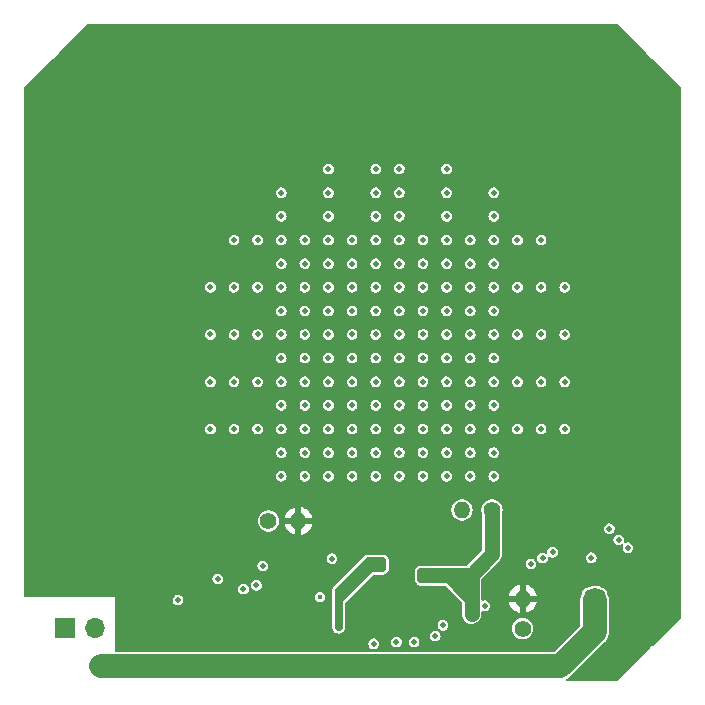
<source format=gbr>
%TF.GenerationSoftware,KiCad,Pcbnew,(5.99.0-12889-g70df3822b5)*%
%TF.CreationDate,2021-11-07T20:36:39+08:00*%
%TF.ProjectId,WirelessPower,57697265-6c65-4737-9350-6f7765722e6b,rev?*%
%TF.SameCoordinates,Original*%
%TF.FileFunction,Copper,L4,Bot*%
%TF.FilePolarity,Positive*%
%FSLAX46Y46*%
G04 Gerber Fmt 4.6, Leading zero omitted, Abs format (unit mm)*
G04 Created by KiCad (PCBNEW (5.99.0-12889-g70df3822b5)) date 2021-11-07 20:36:39*
%MOMM*%
%LPD*%
G01*
G04 APERTURE LIST*
%TA.AperFunction,ComponentPad*%
%ADD10O,1.400000X1.400000*%
%TD*%
%TA.AperFunction,ComponentPad*%
%ADD11C,1.400000*%
%TD*%
%TA.AperFunction,ComponentPad*%
%ADD12O,1.700000X1.700000*%
%TD*%
%TA.AperFunction,ComponentPad*%
%ADD13R,1.700000X1.700000*%
%TD*%
%TA.AperFunction,ViaPad*%
%ADD14C,0.500000*%
%TD*%
%TA.AperFunction,ViaPad*%
%ADD15C,0.450000*%
%TD*%
%TA.AperFunction,Conductor*%
%ADD16C,0.500000*%
%TD*%
%TA.AperFunction,Conductor*%
%ADD17C,2.000000*%
%TD*%
%TA.AperFunction,Conductor*%
%ADD18C,0.700000*%
%TD*%
%TA.AperFunction,Conductor*%
%ADD19C,1.260000*%
%TD*%
G04 APERTURE END LIST*
D10*
%TO.P,J6,2,Pin_2*%
%TO.N,Net-(C1-Pad1)*%
X168870000Y-111140000D03*
D11*
%TO.P,J6,1,Pin_1*%
%TO.N,Net-(C15-Pad2)*%
X171410000Y-111140000D03*
%TD*%
D10*
%TO.P,TH2,2*%
%TO.N,GND*%
X155030000Y-112060000D03*
D11*
%TO.P,TH2,1*%
%TO.N,Net-(TH2-Pad1)*%
X152490000Y-112060000D03*
%TD*%
D10*
%TO.P,TH1,2*%
%TO.N,GND*%
X174010000Y-118640000D03*
D11*
%TO.P,TH1,1*%
%TO.N,Net-(TH1-Pad1)*%
X174010000Y-121180000D03*
%TD*%
D12*
%TO.P,J5,2,Pin_2*%
%TO.N,BAT-*%
X137790000Y-121090000D03*
D13*
%TO.P,J5,1,Pin_1*%
%TO.N,BAT+*%
X135250000Y-121090000D03*
%TD*%
D14*
%TO.N,REG_power*%
X179820000Y-115170000D03*
%TO.N,GND*%
X146130000Y-118430000D03*
D15*
X163440000Y-118280000D03*
D14*
X135570000Y-74270000D03*
D15*
X164040000Y-118280000D03*
X164640000Y-118280000D03*
X163440000Y-118880000D03*
X164040000Y-118880000D03*
X164640000Y-118880000D03*
X163440000Y-119480000D03*
X164040000Y-119480000D03*
X164640000Y-119480000D03*
X163440000Y-120080000D03*
X164040000Y-120080000D03*
X164640000Y-120080000D03*
X163440000Y-120680000D03*
X164040000Y-120680000D03*
X164640000Y-120680000D03*
D14*
X153970000Y-116060000D03*
X147130000Y-118430000D03*
X148130000Y-118430000D03*
X149130000Y-118430000D03*
X146130000Y-119430000D03*
X147130000Y-119430000D03*
X148130000Y-119430000D03*
X149130000Y-119430000D03*
X146130000Y-120430000D03*
X147130000Y-120430000D03*
X148130000Y-120430000D03*
X149130000Y-120430000D03*
X146130000Y-121430000D03*
X147130000Y-121430000D03*
X148130000Y-121430000D03*
X149130000Y-121430000D03*
X147130000Y-122420000D03*
X146130000Y-122420000D03*
X149130000Y-122420000D03*
X148130000Y-122420000D03*
X145110000Y-120430000D03*
X145110000Y-121430000D03*
X145110000Y-122420000D03*
X152970000Y-122540000D03*
X153970000Y-122540000D03*
X154970000Y-122540000D03*
X155970000Y-122540000D03*
X156970000Y-122540000D03*
X157970000Y-122540000D03*
X158970000Y-122540000D03*
X156870000Y-121200000D03*
X156870000Y-120090000D03*
X137570000Y-74270000D03*
X139570000Y-74270000D03*
X141570000Y-74270000D03*
X143570000Y-74270000D03*
X145570000Y-74270000D03*
X147570000Y-74270000D03*
X149570000Y-74270000D03*
X151570000Y-74270000D03*
X153570000Y-74270000D03*
X155570000Y-74270000D03*
X157570000Y-74270000D03*
X159570000Y-74270000D03*
X161570000Y-74270000D03*
X163570000Y-74270000D03*
X165570000Y-74270000D03*
X167570000Y-74270000D03*
X169570000Y-74270000D03*
X171570000Y-74270000D03*
X173570000Y-74270000D03*
X175570000Y-74270000D03*
X177570000Y-74270000D03*
X179570000Y-74270000D03*
X181570000Y-74270000D03*
X183570000Y-74270000D03*
X183570000Y-76270000D03*
X181570000Y-76270000D03*
X179570000Y-76270000D03*
X177570000Y-76270000D03*
X175570000Y-76270000D03*
X173570000Y-76270000D03*
X171570000Y-76270000D03*
X169570000Y-76270000D03*
X167570000Y-76270000D03*
X165570000Y-76270000D03*
X163570000Y-76270000D03*
X161570000Y-76270000D03*
X159570000Y-76270000D03*
X157570000Y-76270000D03*
X155570000Y-76270000D03*
X153570000Y-76270000D03*
X151570000Y-76270000D03*
X149570000Y-76270000D03*
X147570000Y-76270000D03*
X145570000Y-76270000D03*
X143570000Y-76270000D03*
X141570000Y-76270000D03*
X139570000Y-76270000D03*
X137570000Y-76270000D03*
X135570000Y-76270000D03*
X135570000Y-78270000D03*
X137570000Y-78270000D03*
X139570000Y-78270000D03*
X141570000Y-78270000D03*
X143570000Y-78270000D03*
X145570000Y-78270000D03*
X147570000Y-78270000D03*
X149570000Y-78270000D03*
X151570000Y-78270000D03*
X153570000Y-78270000D03*
X155570000Y-78270000D03*
X157570000Y-78270000D03*
X159570000Y-78270000D03*
X161570000Y-78270000D03*
X163570000Y-78270000D03*
X165570000Y-78270000D03*
X167570000Y-78270000D03*
X169570000Y-78270000D03*
X171570000Y-78270000D03*
X173570000Y-78270000D03*
X175570000Y-78270000D03*
X177570000Y-78270000D03*
X179570000Y-78270000D03*
X181570000Y-78270000D03*
X183570000Y-78270000D03*
X183570000Y-80270000D03*
X181570000Y-80270000D03*
X179570000Y-80270000D03*
X177570000Y-80270000D03*
X175570000Y-80270000D03*
X173570000Y-80270000D03*
X171570000Y-80270000D03*
X169570000Y-80270000D03*
X167570000Y-80270000D03*
X165570000Y-80270000D03*
X163570000Y-80270000D03*
X161570000Y-80270000D03*
X159570000Y-80270000D03*
X157570000Y-80270000D03*
X155570000Y-80270000D03*
X153570000Y-80270000D03*
X151570000Y-80270000D03*
X149570000Y-80270000D03*
X147570000Y-80270000D03*
X145570000Y-80270000D03*
X143570000Y-80270000D03*
X141570000Y-80270000D03*
X139570000Y-80270000D03*
X137570000Y-80270000D03*
X135570000Y-80270000D03*
X135570000Y-82270000D03*
X137570000Y-82270000D03*
X139570000Y-82270000D03*
X141570000Y-82270000D03*
X143570000Y-82270000D03*
X145570000Y-82270000D03*
X147570000Y-82270000D03*
X149570000Y-82270000D03*
X151570000Y-82270000D03*
X153570000Y-82270000D03*
X155570000Y-82270000D03*
X159570000Y-82270000D03*
X165570000Y-82270000D03*
X169570000Y-82270000D03*
X171570000Y-82270000D03*
X173570000Y-82270000D03*
X175570000Y-82270000D03*
X177570000Y-82270000D03*
X179570000Y-82270000D03*
X181570000Y-82270000D03*
X183570000Y-82270000D03*
X183570000Y-84270000D03*
X181570000Y-84270000D03*
X179570000Y-84270000D03*
X177570000Y-84270000D03*
X175570000Y-84270000D03*
X173570000Y-84270000D03*
X169570000Y-84270000D03*
X165570000Y-84270000D03*
X159570000Y-84270000D03*
X155570000Y-84270000D03*
X151570000Y-84270000D03*
X149570000Y-84270000D03*
X147570000Y-84270000D03*
X145570000Y-84270000D03*
X143570000Y-84270000D03*
X141570000Y-84270000D03*
X139570000Y-84270000D03*
X137570000Y-84270000D03*
X135570000Y-84270000D03*
X135570000Y-86270000D03*
X137570000Y-86270000D03*
X139570000Y-86270000D03*
X141570000Y-86270000D03*
X143570000Y-86270000D03*
X145570000Y-86270000D03*
X147570000Y-86270000D03*
X149570000Y-86270000D03*
X151570000Y-86270000D03*
X155570000Y-86270000D03*
X159570000Y-86270000D03*
X165570000Y-86270000D03*
X169570000Y-86270000D03*
X173570000Y-86270000D03*
X175570000Y-86270000D03*
X177570000Y-86270000D03*
X179570000Y-86270000D03*
X181570000Y-86270000D03*
X183570000Y-86270000D03*
X183570000Y-88270000D03*
X181570000Y-88270000D03*
X179570000Y-88270000D03*
X177570000Y-88270000D03*
X147570000Y-88270000D03*
X145570000Y-88270000D03*
X143570000Y-88270000D03*
X141570000Y-88270000D03*
X139570000Y-88270000D03*
X137570000Y-88270000D03*
X135570000Y-88270000D03*
X135570000Y-90270000D03*
X137570000Y-90270000D03*
X139570000Y-90270000D03*
X141570000Y-90270000D03*
X143570000Y-90270000D03*
X145570000Y-90270000D03*
X147570000Y-90270000D03*
X149570000Y-90270000D03*
X151570000Y-90270000D03*
X173570000Y-90270000D03*
X175570000Y-90270000D03*
X177570000Y-90270000D03*
X179570000Y-90270000D03*
X181570000Y-90270000D03*
X183570000Y-90270000D03*
X183570000Y-92270000D03*
X181570000Y-92270000D03*
X179570000Y-92270000D03*
X145570000Y-92270000D03*
X143570000Y-92270000D03*
X141570000Y-92270000D03*
X139570000Y-92270000D03*
X137570000Y-92270000D03*
X135570000Y-92270000D03*
X135570000Y-94270000D03*
X137570000Y-94270000D03*
X139570000Y-94270000D03*
X141570000Y-94270000D03*
X143570000Y-94270000D03*
X145570000Y-94270000D03*
X147570000Y-94270000D03*
X149570000Y-94270000D03*
X151570000Y-94270000D03*
X173570000Y-94270000D03*
X175570000Y-94270000D03*
X177570000Y-94270000D03*
X179570000Y-94270000D03*
X181570000Y-94270000D03*
X183570000Y-94270000D03*
X183570000Y-96270000D03*
X181570000Y-96270000D03*
X179570000Y-96270000D03*
X145570000Y-96270000D03*
X143570000Y-96270000D03*
X141570000Y-96270000D03*
X139570000Y-96270000D03*
X137570000Y-96270000D03*
X135570000Y-96270000D03*
X135570000Y-98270000D03*
X137570000Y-98270000D03*
X139570000Y-98270000D03*
X141570000Y-98270000D03*
X143570000Y-98270000D03*
X145570000Y-98270000D03*
X147570000Y-98270000D03*
X149570000Y-98270000D03*
X151570000Y-98270000D03*
X173570000Y-98270000D03*
X175570000Y-98270000D03*
X177570000Y-98270000D03*
X179570000Y-98270000D03*
X181570000Y-98270000D03*
X183570000Y-98270000D03*
X183570000Y-100270000D03*
X181570000Y-100270000D03*
X179570000Y-100270000D03*
X145570000Y-100270000D03*
X143570000Y-100270000D03*
X141570000Y-100270000D03*
X139570000Y-100270000D03*
X137570000Y-100270000D03*
X135570000Y-100270000D03*
X135570000Y-102270000D03*
X137570000Y-102270000D03*
X139570000Y-102270000D03*
X141570000Y-102270000D03*
X143570000Y-102270000D03*
X145570000Y-102270000D03*
X147570000Y-102270000D03*
X149570000Y-102270000D03*
X151570000Y-102270000D03*
X173570000Y-102270000D03*
X175570000Y-102270000D03*
X177570000Y-102270000D03*
X179570000Y-102270000D03*
X181570000Y-102270000D03*
X183570000Y-102270000D03*
X183570000Y-104270000D03*
X181570000Y-104270000D03*
X179570000Y-104270000D03*
X145570000Y-104270000D03*
X143570000Y-104270000D03*
X141570000Y-104270000D03*
X139570000Y-104270000D03*
X137570000Y-104270000D03*
X135570000Y-104270000D03*
X135570000Y-106270000D03*
X137570000Y-106270000D03*
X139570000Y-106270000D03*
X141570000Y-106270000D03*
X143570000Y-106270000D03*
X145570000Y-106270000D03*
X147570000Y-106270000D03*
X149570000Y-106270000D03*
X151570000Y-106270000D03*
X173570000Y-106270000D03*
X175570000Y-106270000D03*
X177570000Y-106270000D03*
X179570000Y-106270000D03*
X181570000Y-106270000D03*
X183570000Y-106270000D03*
X183570000Y-108270000D03*
X181570000Y-108270000D03*
X179570000Y-108270000D03*
X177570000Y-108270000D03*
X175570000Y-108270000D03*
X173570000Y-108270000D03*
X151570000Y-108270000D03*
X149570000Y-108270000D03*
X147570000Y-108270000D03*
X145570000Y-108270000D03*
X143570000Y-108270000D03*
X141570000Y-108270000D03*
X139570000Y-108270000D03*
X137570000Y-108270000D03*
X135570000Y-108270000D03*
X153970000Y-117060000D03*
X153570000Y-116560000D03*
%TO.N,BAT+*%
X138660000Y-124720000D03*
X140036250Y-124720000D03*
X141412500Y-124720000D03*
X142788750Y-124720000D03*
X144165000Y-124720000D03*
X145541250Y-124720000D03*
X146917500Y-124720000D03*
X148293750Y-124720000D03*
X149670000Y-124690000D03*
D15*
X179500000Y-118160000D03*
D14*
X144825000Y-124020000D03*
X147577500Y-124020000D03*
X150330000Y-123990000D03*
X148953750Y-124020000D03*
X146201250Y-124020000D03*
X142072500Y-124020000D03*
X139320000Y-124020000D03*
X143448750Y-124020000D03*
X140696250Y-124020000D03*
D15*
X180100000Y-118160000D03*
X180700000Y-118160000D03*
X179500000Y-118760000D03*
X180100000Y-118760000D03*
X180700000Y-118760000D03*
X179500000Y-119360000D03*
X180100000Y-119360000D03*
X180700000Y-119360000D03*
D14*
X137990000Y-124000000D03*
%TO.N,Net-(C1-Pad2)*%
X158450000Y-119910000D03*
X158450000Y-121040000D03*
X160960000Y-115460000D03*
X158450000Y-120475000D03*
X161550000Y-115460000D03*
X162140000Y-115460000D03*
X161550000Y-116050000D03*
X162140000Y-116050000D03*
%TO.N,Net-(C1-Pad1)*%
X157570000Y-82270000D03*
X161570000Y-82270000D03*
X163570000Y-82270000D03*
X167570000Y-82270000D03*
X171570000Y-84270000D03*
X167570000Y-84270000D03*
X163570000Y-84270000D03*
X161570000Y-84270000D03*
X157570000Y-84270000D03*
X153570000Y-84270000D03*
X153570000Y-86270000D03*
X157570000Y-86270000D03*
X161570000Y-86270000D03*
X163570000Y-86270000D03*
X167570000Y-86270000D03*
X171570000Y-86270000D03*
X175570000Y-88270000D03*
X173570000Y-88270000D03*
X171570000Y-88270000D03*
X169570000Y-88270000D03*
X167570000Y-88270000D03*
X165570000Y-88270000D03*
X163570000Y-88270000D03*
X161570000Y-88270000D03*
X159570000Y-88270000D03*
X157570000Y-88270000D03*
X155570000Y-88270000D03*
X153570000Y-88270000D03*
X151570000Y-88270000D03*
X149570000Y-88270000D03*
X153570000Y-90270000D03*
X155570000Y-90270000D03*
X159570000Y-90270000D03*
X165570000Y-90270000D03*
X169570000Y-90270000D03*
X171570000Y-90270000D03*
X177570000Y-92270000D03*
X175570000Y-92270000D03*
X173570000Y-92270000D03*
X171570000Y-92270000D03*
X169570000Y-92270000D03*
X165570000Y-92270000D03*
X159570000Y-92270000D03*
X155570000Y-92270000D03*
X153570000Y-92270000D03*
X151570000Y-92270000D03*
X149570000Y-92270000D03*
X147570000Y-92270000D03*
X177570000Y-96270000D03*
X175570000Y-96270000D03*
X173570000Y-96270000D03*
X171570000Y-96270000D03*
X169570000Y-96270000D03*
X155570000Y-96270000D03*
X153570000Y-96270000D03*
X151570000Y-96270000D03*
X149570000Y-96270000D03*
X147570000Y-96270000D03*
X177570000Y-100270000D03*
X175570000Y-100270000D03*
X173570000Y-100270000D03*
X171570000Y-100270000D03*
X169570000Y-100270000D03*
X155570000Y-100270000D03*
X153570000Y-100270000D03*
X151570000Y-100270000D03*
X149570000Y-100270000D03*
X147570000Y-100270000D03*
X177570000Y-104270000D03*
X175570000Y-104270000D03*
X173570000Y-104270000D03*
X171570000Y-104270000D03*
X169570000Y-104270000D03*
X155570000Y-104270000D03*
X153570000Y-104270000D03*
X151570000Y-104270000D03*
X149570000Y-104270000D03*
X147570000Y-104270000D03*
X171570000Y-108270000D03*
X169570000Y-108270000D03*
X155570000Y-108270000D03*
X153570000Y-108270000D03*
X157570000Y-90270000D03*
X161570000Y-90270000D03*
X163570000Y-90270000D03*
X167570000Y-90270000D03*
X167570000Y-92270000D03*
X163570000Y-92270000D03*
X161570000Y-92270000D03*
X157570000Y-92270000D03*
X153570000Y-94270000D03*
X155570000Y-94270000D03*
X157570000Y-94270000D03*
X159570000Y-94270000D03*
X161570000Y-94270000D03*
X163570000Y-94270000D03*
X165570000Y-94270000D03*
X167570000Y-94270000D03*
X169570000Y-94270000D03*
X171570000Y-94270000D03*
X167570000Y-96270000D03*
X165570000Y-96270000D03*
X163570000Y-96270000D03*
X161570000Y-96270000D03*
X159570000Y-96270000D03*
X157570000Y-96270000D03*
X153570000Y-98270000D03*
X155570000Y-98270000D03*
X157570000Y-98270000D03*
X159570000Y-98270000D03*
X161570000Y-98270000D03*
X163570000Y-98270000D03*
X165570000Y-98270000D03*
X167570000Y-98270000D03*
X169570000Y-98270000D03*
X171570000Y-98270000D03*
X167570000Y-100270000D03*
X165570000Y-100270000D03*
X163570000Y-100270000D03*
X161570000Y-100270000D03*
X159570000Y-100270000D03*
X157570000Y-100270000D03*
X153570000Y-102270000D03*
X155570000Y-102270000D03*
X157570000Y-102270000D03*
X159570000Y-102270000D03*
X161570000Y-102270000D03*
X163570000Y-102270000D03*
X165570000Y-102270000D03*
X167570000Y-102270000D03*
X169570000Y-102270000D03*
X171570000Y-102270000D03*
X167570000Y-104270000D03*
X165570000Y-104270000D03*
X163570000Y-104270000D03*
X161570000Y-104270000D03*
X159570000Y-104270000D03*
X157570000Y-104270000D03*
X153570000Y-106270000D03*
X155570000Y-106270000D03*
X157570000Y-106270000D03*
X159570000Y-106270000D03*
X161570000Y-106270000D03*
X163570000Y-106270000D03*
X165570000Y-106270000D03*
X167570000Y-106270000D03*
X169570000Y-106270000D03*
X171570000Y-106270000D03*
X167570000Y-108270000D03*
X165570000Y-108270000D03*
X163570000Y-108270000D03*
X161570000Y-108270000D03*
X159570000Y-108270000D03*
X157570000Y-108270000D03*
%TO.N,Net-(R1-Pad1)*%
X170800000Y-119240000D03*
X167260000Y-120900000D03*
%TO.N,BAT_ISET*%
X152010000Y-115870000D03*
X176540000Y-114710000D03*
%TO.N,Net-(TH1-Pad1)*%
X166600000Y-121810000D03*
%TO.N,Net-(TH2-Pad1)*%
X151469993Y-117510007D03*
%TO.N,Net-(U1-Pad2)*%
X148200000Y-116970000D03*
X144830000Y-118760000D03*
D15*
%TO.N,REG_power*%
X156860000Y-118500000D03*
D14*
%TO.N,REG_EN2*%
X164820000Y-122310000D03*
X181350000Y-112710000D03*
%TO.N,REG_EN1*%
X163320000Y-122310000D03*
X182140000Y-113640000D03*
%TO.N,REG_CHG*%
X161400000Y-122460000D03*
X182920000Y-114330000D03*
%TO.N,BAT_PG*%
X157860000Y-115250000D03*
X175700000Y-115210000D03*
%TO.N,BAT_CHG*%
X150370000Y-117820000D03*
X174710000Y-115710000D03*
%TO.N,Net-(C15-Pad2)*%
X165990000Y-116990000D03*
X169680000Y-118520000D03*
X169680000Y-119940000D03*
X165440000Y-116990000D03*
X165990000Y-116390000D03*
X165440000Y-116390000D03*
X169680000Y-119230000D03*
%TD*%
D16*
%TO.N,BAT+*%
X179500000Y-118160000D02*
X179500000Y-119360000D01*
X179500000Y-119360000D02*
X180700000Y-119360000D01*
X180700000Y-119360000D02*
X180700000Y-118160000D01*
X180700000Y-118160000D02*
X179500000Y-118160000D01*
X180100000Y-118160000D02*
X180100000Y-119360000D01*
X180700000Y-118760000D02*
X179500000Y-118760000D01*
X180440000Y-119460000D02*
X180440000Y-118260000D01*
X179810000Y-119510000D02*
X179810000Y-118310000D01*
D17*
X180100000Y-121440000D02*
X180100000Y-118760000D01*
X177210000Y-124330000D02*
X180100000Y-121440000D01*
X138290000Y-124330000D02*
X177210000Y-124330000D01*
D18*
%TO.N,Net-(C1-Pad2)*%
X162140000Y-115460000D02*
X160980000Y-115460000D01*
X162140000Y-116050000D02*
X162140000Y-115460000D01*
X162140000Y-116050000D02*
X161550000Y-116050000D01*
X158450000Y-117970000D02*
X158450000Y-117990000D01*
X160960000Y-115460000D02*
X158450000Y-117970000D01*
X158450000Y-117970000D02*
X158450000Y-121040000D01*
X161150000Y-116050000D02*
X158450000Y-118750000D01*
X161550000Y-116050000D02*
X161150000Y-116050000D01*
D19*
%TO.N,Net-(C15-Pad2)*%
X169680000Y-116620000D02*
X171410000Y-114890000D01*
X170080000Y-116220000D02*
X171410000Y-114890000D01*
X169680000Y-117520000D02*
X169680000Y-116620000D01*
X169680000Y-119940000D02*
X169680000Y-117520000D01*
D18*
X169910000Y-116390000D02*
X170080000Y-116220000D01*
X165440000Y-116390000D02*
X169910000Y-116390000D01*
X169150000Y-116990000D02*
X169680000Y-117520000D01*
X165440000Y-116990000D02*
X169150000Y-116990000D01*
X165440000Y-116990000D02*
X165440000Y-116390000D01*
D19*
X171410000Y-114890000D02*
X171410000Y-111140000D01*
X169590000Y-118490000D02*
X167860000Y-116760000D01*
%TD*%
%TA.AperFunction,Conductor*%
%TO.N,GND*%
G36*
X182080223Y-70008906D02*
G01*
X182092036Y-70018995D01*
X184435335Y-72362294D01*
X184455055Y-72390458D01*
X184479432Y-72442734D01*
X184609953Y-72629139D01*
X184770861Y-72790047D01*
X184957266Y-72920568D01*
X184961176Y-72922391D01*
X184961179Y-72922393D01*
X185009542Y-72944945D01*
X185037706Y-72964665D01*
X187381004Y-75307963D01*
X187408781Y-75362480D01*
X187410000Y-75377967D01*
X187410001Y-120203360D01*
X187391094Y-120261551D01*
X187381005Y-120273364D01*
X185040193Y-122614176D01*
X185012028Y-122633896D01*
X184957266Y-122659432D01*
X184953723Y-122661913D01*
X184953721Y-122661914D01*
X184814486Y-122759407D01*
X184770861Y-122789953D01*
X184609953Y-122950861D01*
X184479432Y-123137266D01*
X184477602Y-123141191D01*
X184453896Y-123192028D01*
X184434176Y-123220193D01*
X182093365Y-125561004D01*
X182038848Y-125588781D01*
X182023361Y-125590000D01*
X177794420Y-125590000D01*
X177736229Y-125571093D01*
X177700265Y-125521593D01*
X177700265Y-125460407D01*
X177736229Y-125410907D01*
X177748332Y-125403382D01*
X177753946Y-125400429D01*
X177756247Y-125399257D01*
X177835876Y-125359988D01*
X177835880Y-125359986D01*
X177839947Y-125357980D01*
X177843582Y-125355266D01*
X177843588Y-125355262D01*
X177846394Y-125353167D01*
X177859520Y-125344884D01*
X177862622Y-125343252D01*
X177862626Y-125343249D01*
X177866641Y-125341137D01*
X177939960Y-125283337D01*
X177941961Y-125281803D01*
X178016733Y-125225967D01*
X178075749Y-125162124D01*
X178078442Y-125159322D01*
X180917882Y-122319881D01*
X180922611Y-122315453D01*
X180971131Y-122272902D01*
X180974543Y-122269910D01*
X180977350Y-122266350D01*
X180977357Y-122266342D01*
X181032319Y-122196623D01*
X181033950Y-122194609D01*
X181090694Y-122126382D01*
X181090700Y-122126373D01*
X181093602Y-122122884D01*
X181097533Y-122115865D01*
X181106156Y-122102959D01*
X181111137Y-122096640D01*
X181113246Y-122092632D01*
X181113249Y-122092627D01*
X181154579Y-122014071D01*
X181155816Y-122011794D01*
X181199190Y-121934345D01*
X181199194Y-121934336D01*
X181201410Y-121930379D01*
X181203994Y-121922765D01*
X181210126Y-121908493D01*
X181213869Y-121901380D01*
X181215279Y-121896841D01*
X181230123Y-121849035D01*
X181241548Y-121812238D01*
X181242344Y-121809791D01*
X181243560Y-121806210D01*
X181272331Y-121721452D01*
X181273485Y-121713496D01*
X181276913Y-121698345D01*
X181277951Y-121695003D01*
X181277951Y-121695001D01*
X181279297Y-121690667D01*
X181280923Y-121676932D01*
X181290267Y-121597983D01*
X181290606Y-121595413D01*
X181303339Y-121507592D01*
X181303991Y-121503098D01*
X181300576Y-121416179D01*
X181300500Y-121412292D01*
X181300500Y-118704030D01*
X181285454Y-118540289D01*
X181275456Y-118504838D01*
X181226799Y-118332311D01*
X181226798Y-118332310D01*
X181225565Y-118327936D01*
X181217221Y-118311015D01*
X181175734Y-118226888D01*
X181161738Y-118198508D01*
X181151775Y-118161712D01*
X181150747Y-118147190D01*
X181150500Y-118140199D01*
X181150500Y-118126150D01*
X181148730Y-118114375D01*
X181147876Y-118106647D01*
X181147351Y-118099221D01*
X181145225Y-118069196D01*
X181145140Y-118067998D01*
X181145140Y-118067996D01*
X181144617Y-118060616D01*
X181141946Y-118053713D01*
X181141740Y-118052791D01*
X181136827Y-118034262D01*
X181136550Y-118033361D01*
X181135449Y-118026038D01*
X181115476Y-117984444D01*
X181112389Y-117977311D01*
X181098409Y-117941174D01*
X181098407Y-117941171D01*
X181095739Y-117934274D01*
X181091158Y-117928463D01*
X181090690Y-117927643D01*
X181080546Y-117911377D01*
X181080012Y-117910591D01*
X181076809Y-117903921D01*
X181045486Y-117870035D01*
X181040440Y-117864126D01*
X181016458Y-117833706D01*
X181016454Y-117833703D01*
X181011872Y-117827890D01*
X181005783Y-117823682D01*
X181005092Y-117823033D01*
X180990594Y-117810453D01*
X180989878Y-117809880D01*
X180984854Y-117804444D01*
X180978455Y-117800727D01*
X180944945Y-117781263D01*
X180938382Y-117777098D01*
X180919808Y-117764261D01*
X180900431Y-117750869D01*
X180893376Y-117748638D01*
X180892534Y-117748225D01*
X180874965Y-117740458D01*
X180874111Y-117740120D01*
X180867713Y-117736404D01*
X180860507Y-117734734D01*
X180860505Y-117734733D01*
X180830403Y-117727756D01*
X180822763Y-117725985D01*
X180815267Y-117723935D01*
X180808039Y-117721649D01*
X180771270Y-117710020D01*
X180764663Y-117709500D01*
X180762710Y-117709500D01*
X180760779Y-117709424D01*
X180760786Y-117709251D01*
X180750332Y-117708055D01*
X180750331Y-117708067D01*
X180742957Y-117707487D01*
X180735745Y-117705815D01*
X180717214Y-117707127D01*
X180657396Y-117692102D01*
X180651190Y-117688187D01*
X180647350Y-117685764D01*
X180442421Y-117604006D01*
X180226024Y-117560962D01*
X180117347Y-117559539D01*
X180009946Y-117558133D01*
X180009941Y-117558133D01*
X180005406Y-117558074D01*
X180000933Y-117558843D01*
X180000928Y-117558843D01*
X179792435Y-117594668D01*
X179792429Y-117594670D01*
X179787957Y-117595438D01*
X179732766Y-117615799D01*
X179585220Y-117670231D01*
X179585217Y-117670232D01*
X179580957Y-117671804D01*
X179577054Y-117674126D01*
X179577052Y-117674127D01*
X179542366Y-117694763D01*
X179498743Y-117708435D01*
X179496662Y-117708582D01*
X179487187Y-117709253D01*
X179480199Y-117709500D01*
X179466150Y-117709500D01*
X179462494Y-117710050D01*
X179462489Y-117710050D01*
X179455989Y-117711028D01*
X179454375Y-117711270D01*
X179446657Y-117712123D01*
X179424131Y-117713718D01*
X179407998Y-117714860D01*
X179407996Y-117714860D01*
X179400616Y-117715383D01*
X179393713Y-117718054D01*
X179392791Y-117718260D01*
X179374262Y-117723173D01*
X179373361Y-117723450D01*
X179366038Y-117724551D01*
X179344834Y-117734733D01*
X179324444Y-117744524D01*
X179317311Y-117747611D01*
X179281174Y-117761591D01*
X179281171Y-117761593D01*
X179274274Y-117764261D01*
X179268463Y-117768842D01*
X179267643Y-117769310D01*
X179251377Y-117779454D01*
X179250591Y-117779988D01*
X179243921Y-117783191D01*
X179238487Y-117788214D01*
X179210035Y-117814514D01*
X179204126Y-117819560D01*
X179173706Y-117843542D01*
X179173703Y-117843546D01*
X179167890Y-117848128D01*
X179163682Y-117854217D01*
X179163033Y-117854908D01*
X179150453Y-117869406D01*
X179149880Y-117870122D01*
X179144444Y-117875146D01*
X179140728Y-117881544D01*
X179140727Y-117881545D01*
X179121263Y-117915055D01*
X179117098Y-117921618D01*
X179108351Y-117934274D01*
X179090869Y-117959569D01*
X179088638Y-117966624D01*
X179088225Y-117967466D01*
X179080458Y-117985035D01*
X179080120Y-117985889D01*
X179076404Y-117992287D01*
X179067627Y-118030156D01*
X179065986Y-118037234D01*
X179063936Y-118044730D01*
X179050020Y-118088730D01*
X179049500Y-118095337D01*
X179049500Y-118097290D01*
X179049424Y-118099221D01*
X179049251Y-118099214D01*
X179048055Y-118109668D01*
X179048067Y-118109669D01*
X179047487Y-118117043D01*
X179045815Y-118124255D01*
X179046338Y-118131639D01*
X179047625Y-118149824D01*
X179036486Y-118202911D01*
X179001569Y-118269278D01*
X178986131Y-118298620D01*
X178982639Y-118309866D01*
X178922099Y-118504838D01*
X178920703Y-118509333D01*
X178899500Y-118688476D01*
X178899500Y-120901728D01*
X178880593Y-120959919D01*
X178870504Y-120971732D01*
X176741733Y-123100504D01*
X176687216Y-123128281D01*
X176671729Y-123129500D01*
X139568968Y-123129500D01*
X139510777Y-123110593D01*
X139474813Y-123061093D01*
X139469969Y-123030065D01*
X139472497Y-122454440D01*
X160944901Y-122454440D01*
X160945816Y-122461437D01*
X160945816Y-122461438D01*
X160947082Y-122471120D01*
X160961633Y-122582394D01*
X160964471Y-122588845D01*
X160964472Y-122588847D01*
X161010764Y-122694054D01*
X161013605Y-122700510D01*
X161032425Y-122722899D01*
X161092100Y-122793892D01*
X161092103Y-122793894D01*
X161096639Y-122799291D01*
X161204060Y-122870796D01*
X161210788Y-122872898D01*
X161210790Y-122872899D01*
X161265646Y-122890037D01*
X161327233Y-122909278D01*
X161391744Y-122910460D01*
X161449202Y-122911514D01*
X161449204Y-122911514D01*
X161456255Y-122911643D01*
X161463058Y-122909788D01*
X161463060Y-122909788D01*
X161504828Y-122898400D01*
X161580755Y-122877700D01*
X161690724Y-122810179D01*
X161734657Y-122761643D01*
X161772590Y-122719735D01*
X161772590Y-122719734D01*
X161777322Y-122714507D01*
X161833588Y-122598375D01*
X161854997Y-122471120D01*
X161855133Y-122460000D01*
X161836839Y-122332259D01*
X161824190Y-122304440D01*
X162864901Y-122304440D01*
X162865816Y-122311437D01*
X162865816Y-122311438D01*
X162867082Y-122321120D01*
X162881633Y-122432394D01*
X162884471Y-122438845D01*
X162884472Y-122438847D01*
X162900332Y-122474891D01*
X162933605Y-122550510D01*
X162965831Y-122588847D01*
X163012100Y-122643892D01*
X163012103Y-122643894D01*
X163016639Y-122649291D01*
X163124060Y-122720796D01*
X163130788Y-122722898D01*
X163130790Y-122722899D01*
X163185646Y-122740037D01*
X163247233Y-122759278D01*
X163311744Y-122760460D01*
X163369202Y-122761514D01*
X163369204Y-122761514D01*
X163376255Y-122761643D01*
X163383058Y-122759788D01*
X163383060Y-122759788D01*
X163424828Y-122748400D01*
X163500755Y-122727700D01*
X163610724Y-122660179D01*
X163652364Y-122614176D01*
X163692590Y-122569735D01*
X163692590Y-122569734D01*
X163697322Y-122564507D01*
X163744419Y-122467299D01*
X163750512Y-122454724D01*
X163750512Y-122454723D01*
X163753588Y-122448375D01*
X163773123Y-122332259D01*
X163774363Y-122324891D01*
X163774363Y-122324886D01*
X163774997Y-122321120D01*
X163775133Y-122310000D01*
X163774337Y-122304440D01*
X164364901Y-122304440D01*
X164365816Y-122311437D01*
X164365816Y-122311438D01*
X164367082Y-122321120D01*
X164381633Y-122432394D01*
X164384471Y-122438845D01*
X164384472Y-122438847D01*
X164400332Y-122474891D01*
X164433605Y-122550510D01*
X164465831Y-122588847D01*
X164512100Y-122643892D01*
X164512103Y-122643894D01*
X164516639Y-122649291D01*
X164624060Y-122720796D01*
X164630788Y-122722898D01*
X164630790Y-122722899D01*
X164685646Y-122740037D01*
X164747233Y-122759278D01*
X164811744Y-122760460D01*
X164869202Y-122761514D01*
X164869204Y-122761514D01*
X164876255Y-122761643D01*
X164883058Y-122759788D01*
X164883060Y-122759788D01*
X164924828Y-122748400D01*
X165000755Y-122727700D01*
X165110724Y-122660179D01*
X165152364Y-122614176D01*
X165192590Y-122569735D01*
X165192590Y-122569734D01*
X165197322Y-122564507D01*
X165244419Y-122467299D01*
X165250512Y-122454724D01*
X165250512Y-122454723D01*
X165253588Y-122448375D01*
X165273123Y-122332259D01*
X165274363Y-122324891D01*
X165274363Y-122324886D01*
X165274997Y-122321120D01*
X165275133Y-122310000D01*
X165256839Y-122182259D01*
X165203428Y-122064788D01*
X165119193Y-121967028D01*
X165113276Y-121963193D01*
X165113274Y-121963191D01*
X165042813Y-121917522D01*
X165010906Y-121896841D01*
X165004150Y-121894821D01*
X165004149Y-121894820D01*
X164961335Y-121882016D01*
X164887273Y-121859866D01*
X164810644Y-121859398D01*
X164765282Y-121859121D01*
X164758231Y-121859078D01*
X164751454Y-121861015D01*
X164751453Y-121861015D01*
X164640935Y-121892601D01*
X164640933Y-121892602D01*
X164634155Y-121894539D01*
X164525019Y-121963399D01*
X164439596Y-122060122D01*
X164384754Y-122176932D01*
X164364901Y-122304440D01*
X163774337Y-122304440D01*
X163756839Y-122182259D01*
X163703428Y-122064788D01*
X163619193Y-121967028D01*
X163613276Y-121963193D01*
X163613274Y-121963191D01*
X163542813Y-121917522D01*
X163510906Y-121896841D01*
X163504150Y-121894821D01*
X163504149Y-121894820D01*
X163461335Y-121882016D01*
X163387273Y-121859866D01*
X163310644Y-121859398D01*
X163265282Y-121859121D01*
X163258231Y-121859078D01*
X163251454Y-121861015D01*
X163251453Y-121861015D01*
X163140935Y-121892601D01*
X163140933Y-121892602D01*
X163134155Y-121894539D01*
X163025019Y-121963399D01*
X162939596Y-122060122D01*
X162884754Y-122176932D01*
X162864901Y-122304440D01*
X161824190Y-122304440D01*
X161783428Y-122214788D01*
X161699193Y-122117028D01*
X161693276Y-122113193D01*
X161693274Y-122113191D01*
X161596824Y-122050677D01*
X161590906Y-122046841D01*
X161584150Y-122044821D01*
X161584149Y-122044820D01*
X161541335Y-122032016D01*
X161467273Y-122009866D01*
X161390644Y-122009398D01*
X161345282Y-122009121D01*
X161338231Y-122009078D01*
X161331454Y-122011015D01*
X161331453Y-122011015D01*
X161220935Y-122042601D01*
X161220933Y-122042602D01*
X161214155Y-122044539D01*
X161105019Y-122113399D01*
X161019596Y-122210122D01*
X160964754Y-122326932D01*
X160944901Y-122454440D01*
X139472497Y-122454440D01*
X139475352Y-121804440D01*
X166144901Y-121804440D01*
X166145816Y-121811437D01*
X166145816Y-121811438D01*
X166147082Y-121821120D01*
X166161633Y-121932394D01*
X166164471Y-121938845D01*
X166164472Y-121938847D01*
X166208556Y-122039035D01*
X166213605Y-122050510D01*
X166238814Y-122080500D01*
X166292100Y-122143892D01*
X166292103Y-122143894D01*
X166296639Y-122149291D01*
X166404060Y-122220796D01*
X166410788Y-122222898D01*
X166410790Y-122222899D01*
X166465646Y-122240037D01*
X166527233Y-122259278D01*
X166591744Y-122260460D01*
X166649202Y-122261514D01*
X166649204Y-122261514D01*
X166656255Y-122261643D01*
X166663058Y-122259788D01*
X166663060Y-122259788D01*
X166704828Y-122248400D01*
X166780755Y-122227700D01*
X166890724Y-122160179D01*
X166928070Y-122118920D01*
X166972590Y-122069735D01*
X166972590Y-122069734D01*
X166977322Y-122064507D01*
X167033588Y-121948375D01*
X167048285Y-121861015D01*
X167054363Y-121824891D01*
X167054363Y-121824886D01*
X167054997Y-121821120D01*
X167055133Y-121810000D01*
X167036839Y-121682259D01*
X166997947Y-121596720D01*
X166986349Y-121571212D01*
X166986348Y-121571211D01*
X166983428Y-121564788D01*
X166899193Y-121467028D01*
X166893276Y-121463193D01*
X166893274Y-121463191D01*
X166820741Y-121416179D01*
X166790906Y-121396841D01*
X166784150Y-121394821D01*
X166784149Y-121394820D01*
X166741335Y-121382016D01*
X166667273Y-121359866D01*
X166590644Y-121359398D01*
X166545282Y-121359121D01*
X166538231Y-121359078D01*
X166531454Y-121361015D01*
X166531453Y-121361015D01*
X166420935Y-121392601D01*
X166420933Y-121392602D01*
X166414155Y-121394539D01*
X166305019Y-121463399D01*
X166219596Y-121560122D01*
X166164754Y-121676932D01*
X166144901Y-121804440D01*
X139475352Y-121804440D01*
X139486574Y-119249844D01*
X139488750Y-118754440D01*
X144374901Y-118754440D01*
X144375816Y-118761437D01*
X144375816Y-118761438D01*
X144379684Y-118791015D01*
X144391633Y-118882394D01*
X144394471Y-118888845D01*
X144394472Y-118888847D01*
X144433711Y-118978025D01*
X144443605Y-119000510D01*
X144485122Y-119049901D01*
X144522100Y-119093892D01*
X144522103Y-119093894D01*
X144526639Y-119099291D01*
X144634060Y-119170796D01*
X144640788Y-119172898D01*
X144640790Y-119172899D01*
X144695646Y-119190037D01*
X144757233Y-119209278D01*
X144821744Y-119210460D01*
X144879202Y-119211514D01*
X144879204Y-119211514D01*
X144886255Y-119211643D01*
X144893058Y-119209788D01*
X144893060Y-119209788D01*
X144934828Y-119198400D01*
X145010755Y-119177700D01*
X145120724Y-119110179D01*
X145207322Y-119014507D01*
X145263588Y-118898375D01*
X145281650Y-118791015D01*
X145284363Y-118774891D01*
X145284363Y-118774886D01*
X145284997Y-118771120D01*
X145285133Y-118760000D01*
X145266839Y-118632259D01*
X145213428Y-118514788D01*
X145200686Y-118500000D01*
X156429196Y-118500000D01*
X156450281Y-118633126D01*
X156453817Y-118640065D01*
X156453817Y-118640066D01*
X156496026Y-118722905D01*
X156511472Y-118753220D01*
X156606780Y-118848528D01*
X156613717Y-118852063D01*
X156613719Y-118852064D01*
X156717071Y-118904724D01*
X156726874Y-118909719D01*
X156734568Y-118910938D01*
X156734569Y-118910938D01*
X156852304Y-118929585D01*
X156860000Y-118930804D01*
X156867696Y-118929585D01*
X156985431Y-118910938D01*
X156985432Y-118910938D01*
X156993126Y-118909719D01*
X157002929Y-118904724D01*
X157106281Y-118852064D01*
X157106283Y-118852063D01*
X157113220Y-118848528D01*
X157194294Y-118767454D01*
X157894599Y-118767454D01*
X157895724Y-118774105D01*
X157898114Y-118788236D01*
X157899500Y-118804746D01*
X157899500Y-121077785D01*
X157899958Y-121081128D01*
X157899958Y-121081129D01*
X157913878Y-121182749D01*
X157913879Y-121182753D01*
X157914794Y-121189432D01*
X157917471Y-121195618D01*
X157917472Y-121195622D01*
X157972014Y-121321661D01*
X157972016Y-121321665D01*
X157974695Y-121327855D01*
X158069614Y-121445070D01*
X158075113Y-121448978D01*
X158157591Y-121507592D01*
X158192558Y-121532442D01*
X158198903Y-121534726D01*
X158198906Y-121534728D01*
X158328120Y-121581248D01*
X158328123Y-121581249D01*
X158334468Y-121583533D01*
X158378414Y-121586760D01*
X158478158Y-121594086D01*
X158478161Y-121594086D01*
X158484891Y-121594580D01*
X158491506Y-121593246D01*
X158491508Y-121593246D01*
X158559910Y-121579453D01*
X158632743Y-121564767D01*
X158641860Y-121560122D01*
X158761122Y-121499355D01*
X158767132Y-121496293D01*
X158772095Y-121491730D01*
X158772097Y-121491728D01*
X158873186Y-121398771D01*
X158878156Y-121394201D01*
X158924439Y-121319554D01*
X158954077Y-121271753D01*
X158954078Y-121271751D01*
X158957635Y-121266014D01*
X158999715Y-121121175D01*
X159000500Y-121110485D01*
X159000500Y-120894440D01*
X166804901Y-120894440D01*
X166805816Y-120901437D01*
X166805816Y-120901438D01*
X166807082Y-120911120D01*
X166821633Y-121022394D01*
X166824471Y-121028845D01*
X166824472Y-121028847D01*
X166865097Y-121121175D01*
X166873605Y-121140510D01*
X166902465Y-121174843D01*
X166952100Y-121233892D01*
X166952103Y-121233894D01*
X166956639Y-121239291D01*
X167064060Y-121310796D01*
X167070788Y-121312898D01*
X167070790Y-121312899D01*
X167118662Y-121327855D01*
X167187233Y-121349278D01*
X167251744Y-121350461D01*
X167309202Y-121351514D01*
X167309204Y-121351514D01*
X167316255Y-121351643D01*
X167323058Y-121349788D01*
X167323060Y-121349788D01*
X167364828Y-121338400D01*
X167440755Y-121317700D01*
X167550724Y-121250179D01*
X167600107Y-121195622D01*
X167614247Y-121180000D01*
X173104540Y-121180000D01*
X173124326Y-121368256D01*
X173125927Y-121373183D01*
X173125928Y-121373188D01*
X173178416Y-121534728D01*
X173182821Y-121548284D01*
X173185412Y-121552772D01*
X173185413Y-121552774D01*
X173273755Y-121705786D01*
X173277467Y-121712216D01*
X173280939Y-121716072D01*
X173400659Y-121849035D01*
X173400663Y-121849038D01*
X173404129Y-121852888D01*
X173557270Y-121964151D01*
X173562002Y-121966258D01*
X173562004Y-121966259D01*
X173725460Y-122039035D01*
X173730197Y-122041144D01*
X173735267Y-122042222D01*
X173735268Y-122042222D01*
X173763873Y-122048302D01*
X173915354Y-122080500D01*
X174104646Y-122080500D01*
X174256127Y-122048302D01*
X174284732Y-122042222D01*
X174284733Y-122042222D01*
X174289803Y-122041144D01*
X174294540Y-122039035D01*
X174457996Y-121966259D01*
X174457998Y-121966258D01*
X174462730Y-121964151D01*
X174615871Y-121852888D01*
X174619337Y-121849038D01*
X174619341Y-121849035D01*
X174739061Y-121716072D01*
X174742533Y-121712216D01*
X174746245Y-121705786D01*
X174834587Y-121552774D01*
X174834588Y-121552772D01*
X174837179Y-121548284D01*
X174841584Y-121534728D01*
X174894072Y-121373188D01*
X174894073Y-121373183D01*
X174895674Y-121368256D01*
X174915460Y-121180000D01*
X174895674Y-120991744D01*
X174894073Y-120986817D01*
X174894072Y-120986812D01*
X174838781Y-120816646D01*
X174838780Y-120816645D01*
X174837179Y-120811716D01*
X174810169Y-120764932D01*
X174745126Y-120652275D01*
X174745125Y-120652274D01*
X174742533Y-120647784D01*
X174725724Y-120629116D01*
X174619341Y-120510965D01*
X174619337Y-120510962D01*
X174615871Y-120507112D01*
X174462730Y-120395849D01*
X174457998Y-120393742D01*
X174457996Y-120393741D01*
X174294540Y-120320965D01*
X174294539Y-120320965D01*
X174289803Y-120318856D01*
X174284733Y-120317778D01*
X174284732Y-120317778D01*
X174247390Y-120309841D01*
X174104646Y-120279500D01*
X173915354Y-120279500D01*
X173772610Y-120309841D01*
X173735268Y-120317778D01*
X173735267Y-120317778D01*
X173730197Y-120318856D01*
X173725461Y-120320965D01*
X173725460Y-120320965D01*
X173562004Y-120393741D01*
X173562002Y-120393742D01*
X173557270Y-120395849D01*
X173404129Y-120507112D01*
X173400663Y-120510962D01*
X173400659Y-120510965D01*
X173294276Y-120629116D01*
X173277467Y-120647784D01*
X173274875Y-120652274D01*
X173274874Y-120652275D01*
X173209832Y-120764932D01*
X173182821Y-120811716D01*
X173181220Y-120816645D01*
X173181219Y-120816646D01*
X173125928Y-120986812D01*
X173125927Y-120986817D01*
X173124326Y-120991744D01*
X173104540Y-121180000D01*
X167614247Y-121180000D01*
X167632590Y-121159735D01*
X167632590Y-121159734D01*
X167637322Y-121154507D01*
X167693588Y-121038375D01*
X167714997Y-120911120D01*
X167715133Y-120900000D01*
X167696839Y-120772259D01*
X167654711Y-120679603D01*
X167646349Y-120661212D01*
X167646348Y-120661211D01*
X167643428Y-120654788D01*
X167590395Y-120593240D01*
X167563798Y-120562372D01*
X167563797Y-120562371D01*
X167559193Y-120557028D01*
X167553276Y-120553193D01*
X167553274Y-120553191D01*
X167456824Y-120490677D01*
X167450906Y-120486841D01*
X167444150Y-120484821D01*
X167444149Y-120484820D01*
X167401335Y-120472016D01*
X167327273Y-120449866D01*
X167250644Y-120449398D01*
X167205282Y-120449121D01*
X167198231Y-120449078D01*
X167191454Y-120451015D01*
X167191453Y-120451015D01*
X167080935Y-120482601D01*
X167080933Y-120482602D01*
X167074155Y-120484539D01*
X166965019Y-120553399D01*
X166879596Y-120650122D01*
X166824754Y-120766932D01*
X166804901Y-120894440D01*
X159000500Y-120894440D01*
X159000500Y-119019033D01*
X159019407Y-118960842D01*
X159029496Y-118949029D01*
X160953634Y-117024891D01*
X164885420Y-117024891D01*
X164886754Y-117031506D01*
X164886754Y-117031508D01*
X164896294Y-117078818D01*
X164897331Y-117084951D01*
X164904794Y-117139432D01*
X164907631Y-117145989D01*
X164913820Y-117165734D01*
X164915233Y-117172743D01*
X164918297Y-117178756D01*
X164940204Y-117221751D01*
X164942852Y-117227379D01*
X164954738Y-117254845D01*
X164964695Y-117277855D01*
X164968940Y-117283097D01*
X164968941Y-117283099D01*
X164969190Y-117283407D01*
X164980463Y-117300767D01*
X164980641Y-117301117D01*
X164980645Y-117301123D01*
X164983707Y-117307132D01*
X164988271Y-117312095D01*
X164988275Y-117312101D01*
X165020950Y-117347635D01*
X165025013Y-117352342D01*
X165038566Y-117369078D01*
X165059614Y-117395070D01*
X165065115Y-117398979D01*
X165065120Y-117398984D01*
X165065440Y-117399211D01*
X165080964Y-117412898D01*
X165085799Y-117418156D01*
X165091535Y-117421713D01*
X165091537Y-117421714D01*
X165132548Y-117447142D01*
X165137728Y-117450583D01*
X165177058Y-117478534D01*
X165177062Y-117478536D01*
X165182558Y-117482442D01*
X165189283Y-117484863D01*
X165189285Y-117484864D01*
X165207915Y-117493871D01*
X165208248Y-117494078D01*
X165208251Y-117494080D01*
X165213986Y-117497635D01*
X165266819Y-117512985D01*
X165272696Y-117514894D01*
X165324468Y-117533533D01*
X165331540Y-117534052D01*
X165331591Y-117534056D01*
X165351964Y-117537721D01*
X165358825Y-117539715D01*
X165365458Y-117540202D01*
X165367714Y-117540368D01*
X165367721Y-117540368D01*
X165369515Y-117540500D01*
X165415706Y-117540500D01*
X165422957Y-117540766D01*
X165468158Y-117544086D01*
X165468161Y-117544086D01*
X165474891Y-117544580D01*
X165485440Y-117542453D01*
X165505008Y-117540500D01*
X167424988Y-117540500D01*
X167483179Y-117559407D01*
X167494992Y-117569496D01*
X168820504Y-118895008D01*
X168848281Y-118949525D01*
X168849500Y-118965012D01*
X168849500Y-119985077D01*
X168849789Y-119987736D01*
X168863512Y-120114064D01*
X168863513Y-120114069D01*
X168864091Y-120119389D01*
X168921645Y-120290409D01*
X169014581Y-120445080D01*
X169138563Y-120576187D01*
X169287805Y-120677612D01*
X169455345Y-120744623D01*
X169633367Y-120774094D01*
X169704525Y-120770365D01*
X169808210Y-120764932D01*
X169808214Y-120764931D01*
X169813564Y-120764651D01*
X169987530Y-120716732D01*
X170147148Y-120632576D01*
X170284971Y-120516106D01*
X170313608Y-120478650D01*
X170391312Y-120377019D01*
X170391315Y-120377014D01*
X170394569Y-120372758D01*
X170470828Y-120209220D01*
X170510191Y-120033121D01*
X170510500Y-120027594D01*
X170510500Y-119756215D01*
X170529407Y-119698024D01*
X170578907Y-119662060D01*
X170639022Y-119661719D01*
X170727233Y-119689278D01*
X170791744Y-119690460D01*
X170849202Y-119691514D01*
X170849204Y-119691514D01*
X170856255Y-119691643D01*
X170863058Y-119689788D01*
X170863060Y-119689788D01*
X170904828Y-119678400D01*
X170980755Y-119657700D01*
X171090724Y-119590179D01*
X171095459Y-119584948D01*
X171172590Y-119499735D01*
X171172590Y-119499734D01*
X171177322Y-119494507D01*
X171233588Y-119378375D01*
X171254997Y-119251120D01*
X171255133Y-119240000D01*
X171236839Y-119112259D01*
X171189509Y-119008162D01*
X171186349Y-119001212D01*
X171186348Y-119001211D01*
X171183428Y-118994788D01*
X171108530Y-118907864D01*
X172831161Y-118907864D01*
X172869398Y-119050566D01*
X172872341Y-119058652D01*
X172958021Y-119242396D01*
X172962322Y-119249844D01*
X173078605Y-119415912D01*
X173084138Y-119422507D01*
X173227493Y-119565862D01*
X173234088Y-119571395D01*
X173400156Y-119687678D01*
X173407604Y-119691979D01*
X173591348Y-119777659D01*
X173599434Y-119780602D01*
X173740857Y-119818496D01*
X173753140Y-119817853D01*
X173756000Y-119808199D01*
X173756000Y-119806874D01*
X174264000Y-119806874D01*
X174267802Y-119818576D01*
X174277864Y-119818839D01*
X174420566Y-119780602D01*
X174428652Y-119777659D01*
X174612396Y-119691979D01*
X174619844Y-119687678D01*
X174785912Y-119571395D01*
X174792507Y-119565862D01*
X174935862Y-119422507D01*
X174941395Y-119415912D01*
X175057678Y-119249844D01*
X175061979Y-119242396D01*
X175147659Y-119058652D01*
X175150602Y-119050566D01*
X175188496Y-118909143D01*
X175187853Y-118896860D01*
X175178199Y-118894000D01*
X174279680Y-118894000D01*
X174266995Y-118898122D01*
X174264000Y-118902243D01*
X174264000Y-119806874D01*
X173756000Y-119806874D01*
X173756000Y-118909680D01*
X173751878Y-118896995D01*
X173747757Y-118894000D01*
X172843126Y-118894000D01*
X172831424Y-118897802D01*
X172831161Y-118907864D01*
X171108530Y-118907864D01*
X171103798Y-118902372D01*
X171103797Y-118902371D01*
X171099193Y-118897028D01*
X171093276Y-118893193D01*
X171093274Y-118893191D01*
X170996824Y-118830677D01*
X170990906Y-118826841D01*
X170984150Y-118824821D01*
X170984149Y-118824820D01*
X170889224Y-118796431D01*
X170867273Y-118789866D01*
X170790644Y-118789398D01*
X170745282Y-118789121D01*
X170738231Y-118789078D01*
X170731454Y-118791015D01*
X170731453Y-118791015D01*
X170636705Y-118818094D01*
X170575559Y-118815905D01*
X170527377Y-118778193D01*
X170510500Y-118722905D01*
X170510500Y-118370857D01*
X172831504Y-118370857D01*
X172832147Y-118383140D01*
X172841801Y-118386000D01*
X173740320Y-118386000D01*
X173753005Y-118381878D01*
X173756000Y-118377757D01*
X173756000Y-118370320D01*
X174264000Y-118370320D01*
X174268122Y-118383005D01*
X174272243Y-118386000D01*
X175176874Y-118386000D01*
X175188576Y-118382198D01*
X175188839Y-118372136D01*
X175150602Y-118229434D01*
X175147659Y-118221348D01*
X175061979Y-118037604D01*
X175057678Y-118030156D01*
X174941395Y-117864088D01*
X174935862Y-117857493D01*
X174792507Y-117714138D01*
X174785912Y-117708605D01*
X174619844Y-117592322D01*
X174612396Y-117588021D01*
X174428652Y-117502341D01*
X174420566Y-117499398D01*
X174279143Y-117461504D01*
X174266860Y-117462147D01*
X174264000Y-117471801D01*
X174264000Y-118370320D01*
X173756000Y-118370320D01*
X173756000Y-117473126D01*
X173752198Y-117461424D01*
X173742136Y-117461161D01*
X173599434Y-117499398D01*
X173591348Y-117502341D01*
X173407604Y-117588021D01*
X173400156Y-117592322D01*
X173234088Y-117708605D01*
X173227493Y-117714138D01*
X173084138Y-117857493D01*
X173078605Y-117864088D01*
X172962322Y-118030156D01*
X172958021Y-118037604D01*
X172872341Y-118221348D01*
X172869398Y-118229434D01*
X172831504Y-118370857D01*
X170510500Y-118370857D01*
X170510500Y-117005012D01*
X170529407Y-116946821D01*
X170539496Y-116935008D01*
X171770064Y-115704440D01*
X174254901Y-115704440D01*
X174255816Y-115711437D01*
X174255816Y-115711438D01*
X174257082Y-115721120D01*
X174271633Y-115832394D01*
X174274471Y-115838845D01*
X174274472Y-115838847D01*
X174320764Y-115944054D01*
X174323605Y-115950510D01*
X174340787Y-115970950D01*
X174402100Y-116043892D01*
X174402103Y-116043894D01*
X174406639Y-116049291D01*
X174514060Y-116120796D01*
X174520788Y-116122898D01*
X174520790Y-116122899D01*
X174575647Y-116140037D01*
X174637233Y-116159278D01*
X174701744Y-116160460D01*
X174759202Y-116161514D01*
X174759204Y-116161514D01*
X174766255Y-116161643D01*
X174773058Y-116159788D01*
X174773060Y-116159788D01*
X174816190Y-116148029D01*
X174890755Y-116127700D01*
X175000724Y-116060179D01*
X175041220Y-116015440D01*
X175082590Y-115969735D01*
X175082590Y-115969734D01*
X175087322Y-115964507D01*
X175129574Y-115877299D01*
X175140512Y-115854724D01*
X175140512Y-115854723D01*
X175143588Y-115848375D01*
X175160266Y-115749243D01*
X175164363Y-115724891D01*
X175164363Y-115724886D01*
X175164997Y-115721120D01*
X175165133Y-115710000D01*
X175146839Y-115582259D01*
X175121727Y-115527028D01*
X175096349Y-115471212D01*
X175096348Y-115471211D01*
X175093428Y-115464788D01*
X175009193Y-115367028D01*
X175003276Y-115363193D01*
X175003274Y-115363191D01*
X174932403Y-115317256D01*
X174900906Y-115296841D01*
X174894150Y-115294821D01*
X174894149Y-115294820D01*
X174835423Y-115277257D01*
X174777273Y-115259866D01*
X174700644Y-115259398D01*
X174655282Y-115259121D01*
X174648231Y-115259078D01*
X174641454Y-115261015D01*
X174641453Y-115261015D01*
X174530935Y-115292601D01*
X174530933Y-115292602D01*
X174524155Y-115294539D01*
X174415019Y-115363399D01*
X174329596Y-115460122D01*
X174274754Y-115576932D01*
X174254901Y-115704440D01*
X171770064Y-115704440D01*
X171969618Y-115504886D01*
X171975722Y-115499274D01*
X172010877Y-115469566D01*
X172010878Y-115469565D01*
X172014971Y-115466106D01*
X172062908Y-115403407D01*
X172064338Y-115401583D01*
X172113782Y-115340088D01*
X172116167Y-115335284D01*
X172118792Y-115331179D01*
X172121312Y-115327018D01*
X172124569Y-115322758D01*
X172128316Y-115314724D01*
X172157897Y-115251287D01*
X172158945Y-115249109D01*
X172166452Y-115233986D01*
X172170967Y-115224891D01*
X172181119Y-115204440D01*
X175244901Y-115204440D01*
X175245816Y-115211437D01*
X175245816Y-115211438D01*
X175247082Y-115221120D01*
X175261633Y-115332394D01*
X175264471Y-115338845D01*
X175264472Y-115338847D01*
X175300102Y-115419823D01*
X175313605Y-115450510D01*
X175351767Y-115495909D01*
X175392100Y-115543892D01*
X175392103Y-115543894D01*
X175396639Y-115549291D01*
X175504060Y-115620796D01*
X175510788Y-115622898D01*
X175510790Y-115622899D01*
X175537399Y-115631212D01*
X175627233Y-115659278D01*
X175691744Y-115660460D01*
X175749202Y-115661514D01*
X175749204Y-115661514D01*
X175756255Y-115661643D01*
X175763058Y-115659788D01*
X175763060Y-115659788D01*
X175804828Y-115648400D01*
X175880755Y-115627700D01*
X175990724Y-115560179D01*
X176020731Y-115527028D01*
X176072590Y-115469735D01*
X176072590Y-115469734D01*
X176077322Y-115464507D01*
X176125338Y-115365403D01*
X176130512Y-115354724D01*
X176130512Y-115354723D01*
X176133588Y-115348375D01*
X176148285Y-115261015D01*
X176154363Y-115224891D01*
X176154363Y-115224886D01*
X176154997Y-115221120D01*
X176155133Y-115210000D01*
X176154337Y-115204440D01*
X176152479Y-115191464D01*
X176157172Y-115164440D01*
X179364901Y-115164440D01*
X179365816Y-115171437D01*
X179365816Y-115171438D01*
X179366718Y-115178335D01*
X179381633Y-115292394D01*
X179384471Y-115298845D01*
X179384472Y-115298847D01*
X179419673Y-115378847D01*
X179433605Y-115410510D01*
X179468986Y-115452601D01*
X179512100Y-115503892D01*
X179512103Y-115503894D01*
X179516639Y-115509291D01*
X179624060Y-115580796D01*
X179630788Y-115582898D01*
X179630790Y-115582899D01*
X179685647Y-115600037D01*
X179747233Y-115619278D01*
X179811744Y-115620461D01*
X179869202Y-115621514D01*
X179869204Y-115621514D01*
X179876255Y-115621643D01*
X179883058Y-115619788D01*
X179883060Y-115619788D01*
X179941441Y-115603871D01*
X180000755Y-115587700D01*
X180110724Y-115520179D01*
X180117042Y-115513199D01*
X180192590Y-115429735D01*
X180192590Y-115429734D01*
X180197322Y-115424507D01*
X180241951Y-115332394D01*
X180250512Y-115314724D01*
X180250512Y-115314723D01*
X180253588Y-115308375D01*
X180268268Y-115221120D01*
X180274363Y-115184891D01*
X180274363Y-115184886D01*
X180274997Y-115181120D01*
X180275133Y-115170000D01*
X180256839Y-115042259D01*
X180233583Y-114991111D01*
X180206349Y-114931212D01*
X180206348Y-114931211D01*
X180203428Y-114924788D01*
X180130954Y-114840677D01*
X180123798Y-114832372D01*
X180123797Y-114832371D01*
X180119193Y-114827028D01*
X180113276Y-114823193D01*
X180113274Y-114823191D01*
X180042278Y-114777175D01*
X180010906Y-114756841D01*
X180004150Y-114754821D01*
X180004149Y-114754820D01*
X179922288Y-114730338D01*
X179887273Y-114719866D01*
X179810644Y-114719398D01*
X179765282Y-114719121D01*
X179758231Y-114719078D01*
X179751454Y-114721015D01*
X179751453Y-114721015D01*
X179640935Y-114752601D01*
X179640933Y-114752602D01*
X179634155Y-114754539D01*
X179525019Y-114823399D01*
X179439596Y-114920122D01*
X179384754Y-115036932D01*
X179364901Y-115164440D01*
X176157172Y-115164440D01*
X176162947Y-115131181D01*
X176206849Y-115088564D01*
X176267416Y-115079891D01*
X176305337Y-115095020D01*
X176344060Y-115120796D01*
X176350788Y-115122898D01*
X176350790Y-115122899D01*
X176377300Y-115131181D01*
X176467233Y-115159278D01*
X176531744Y-115160461D01*
X176589202Y-115161514D01*
X176589204Y-115161514D01*
X176596255Y-115161643D01*
X176603058Y-115159788D01*
X176603060Y-115159788D01*
X176665120Y-115142868D01*
X176720755Y-115127700D01*
X176830724Y-115060179D01*
X176839018Y-115051016D01*
X176912590Y-114969735D01*
X176912590Y-114969734D01*
X176917322Y-114964507D01*
X176973588Y-114848375D01*
X176984815Y-114781643D01*
X176994363Y-114724891D01*
X176994363Y-114724886D01*
X176994997Y-114721120D01*
X176995133Y-114710000D01*
X176976839Y-114582259D01*
X176923428Y-114464788D01*
X176839193Y-114367028D01*
X176833276Y-114363193D01*
X176833274Y-114363191D01*
X176736824Y-114300677D01*
X176730906Y-114296841D01*
X176724150Y-114294821D01*
X176724149Y-114294820D01*
X176681335Y-114282016D01*
X176607273Y-114259866D01*
X176530644Y-114259398D01*
X176485282Y-114259121D01*
X176478231Y-114259078D01*
X176471454Y-114261015D01*
X176471453Y-114261015D01*
X176360935Y-114292601D01*
X176360933Y-114292602D01*
X176354155Y-114294539D01*
X176245019Y-114363399D01*
X176159596Y-114460122D01*
X176104754Y-114576932D01*
X176084901Y-114704440D01*
X176085816Y-114711438D01*
X176085816Y-114711441D01*
X176088287Y-114730338D01*
X176077084Y-114790489D01*
X176032665Y-114832567D01*
X175971996Y-114840499D01*
X175936276Y-114826248D01*
X175931881Y-114823399D01*
X175890906Y-114796841D01*
X175884150Y-114794821D01*
X175884149Y-114794820D01*
X175825149Y-114777175D01*
X175767273Y-114759866D01*
X175690644Y-114759398D01*
X175645282Y-114759121D01*
X175638231Y-114759078D01*
X175631454Y-114761015D01*
X175631453Y-114761015D01*
X175520935Y-114792601D01*
X175520933Y-114792602D01*
X175514155Y-114794539D01*
X175405019Y-114863399D01*
X175319596Y-114960122D01*
X175264754Y-115076932D01*
X175244901Y-115204440D01*
X172181119Y-115204440D01*
X172194015Y-115178461D01*
X172195315Y-115173248D01*
X172196992Y-115168689D01*
X172198560Y-115164084D01*
X172200828Y-115159220D01*
X172218034Y-115082245D01*
X172218591Y-115079892D01*
X172236371Y-115008580D01*
X172236371Y-115008578D01*
X172237668Y-115003377D01*
X172237818Y-114998017D01*
X172238545Y-114992705D01*
X172238920Y-114992756D01*
X172239118Y-114991163D01*
X172238746Y-114991111D01*
X172239305Y-114987084D01*
X172240191Y-114983121D01*
X172240500Y-114977594D01*
X172240500Y-114903351D01*
X172240539Y-114900587D01*
X172241997Y-114848375D01*
X172242706Y-114823002D01*
X172241701Y-114817732D01*
X172241271Y-114812391D01*
X172241473Y-114812375D01*
X172240500Y-114802082D01*
X172240500Y-113634440D01*
X181684901Y-113634440D01*
X181685816Y-113641437D01*
X181685816Y-113641438D01*
X181687082Y-113651120D01*
X181701633Y-113762394D01*
X181704471Y-113768845D01*
X181704472Y-113768847D01*
X181724847Y-113815153D01*
X181753605Y-113880510D01*
X181787369Y-113920677D01*
X181832100Y-113973892D01*
X181832103Y-113973894D01*
X181836639Y-113979291D01*
X181944060Y-114050796D01*
X181950788Y-114052898D01*
X181950790Y-114052899D01*
X182005647Y-114070037D01*
X182067233Y-114089278D01*
X182131744Y-114090461D01*
X182189202Y-114091514D01*
X182189204Y-114091514D01*
X182196255Y-114091643D01*
X182203058Y-114089788D01*
X182203060Y-114089788D01*
X182244828Y-114078400D01*
X182320755Y-114057700D01*
X182360923Y-114033037D01*
X182420406Y-114018701D01*
X182476954Y-114042067D01*
X182508969Y-114094208D01*
X182502339Y-114159477D01*
X182484754Y-114196932D01*
X182464901Y-114324440D01*
X182465816Y-114331437D01*
X182465816Y-114331438D01*
X182470470Y-114367028D01*
X182481633Y-114452394D01*
X182484471Y-114458845D01*
X182484472Y-114458847D01*
X182530379Y-114563179D01*
X182533605Y-114570510D01*
X182575122Y-114619900D01*
X182612100Y-114663892D01*
X182612103Y-114663894D01*
X182616639Y-114669291D01*
X182724060Y-114740796D01*
X182730788Y-114742898D01*
X182730790Y-114742899D01*
X182768948Y-114754820D01*
X182847233Y-114779278D01*
X182911744Y-114780460D01*
X182969202Y-114781514D01*
X182969204Y-114781514D01*
X182976255Y-114781643D01*
X182983058Y-114779788D01*
X182983060Y-114779788D01*
X183024828Y-114768400D01*
X183100755Y-114747700D01*
X183210724Y-114680179D01*
X183297322Y-114584507D01*
X183353588Y-114468375D01*
X183370360Y-114368684D01*
X183374363Y-114344891D01*
X183374363Y-114344886D01*
X183374997Y-114341120D01*
X183375133Y-114330000D01*
X183356839Y-114202259D01*
X183303428Y-114084788D01*
X183219193Y-113987028D01*
X183213276Y-113983193D01*
X183213274Y-113983191D01*
X183139794Y-113935565D01*
X183110906Y-113916841D01*
X183104150Y-113914821D01*
X183104149Y-113914820D01*
X183036228Y-113894507D01*
X182987273Y-113879866D01*
X182910644Y-113879398D01*
X182865282Y-113879121D01*
X182858231Y-113879078D01*
X182851454Y-113881015D01*
X182851453Y-113881015D01*
X182740935Y-113912601D01*
X182740933Y-113912602D01*
X182734155Y-113914539D01*
X182728191Y-113918302D01*
X182700831Y-113935565D01*
X182641528Y-113950626D01*
X182584699Y-113927954D01*
X182552049Y-113876207D01*
X182556051Y-113815153D01*
X182558909Y-113808672D01*
X182570512Y-113784724D01*
X182570512Y-113784723D01*
X182573588Y-113778375D01*
X182594997Y-113651120D01*
X182595133Y-113640000D01*
X182576839Y-113512259D01*
X182523428Y-113394788D01*
X182439193Y-113297028D01*
X182433276Y-113293193D01*
X182433274Y-113293191D01*
X182336824Y-113230677D01*
X182330906Y-113226841D01*
X182324150Y-113224821D01*
X182324149Y-113224820D01*
X182281335Y-113212016D01*
X182207273Y-113189866D01*
X182130644Y-113189398D01*
X182085282Y-113189121D01*
X182078231Y-113189078D01*
X182071454Y-113191015D01*
X182071453Y-113191015D01*
X181960935Y-113222601D01*
X181960933Y-113222602D01*
X181954155Y-113224539D01*
X181845019Y-113293399D01*
X181759596Y-113390122D01*
X181704754Y-113506932D01*
X181684901Y-113634440D01*
X172240500Y-113634440D01*
X172240500Y-112704440D01*
X180894901Y-112704440D01*
X180895816Y-112711437D01*
X180895816Y-112711438D01*
X180897082Y-112721120D01*
X180911633Y-112832394D01*
X180914471Y-112838845D01*
X180914472Y-112838847D01*
X180951158Y-112922222D01*
X180963605Y-112950510D01*
X181005122Y-112999901D01*
X181042100Y-113043892D01*
X181042103Y-113043894D01*
X181046639Y-113049291D01*
X181154060Y-113120796D01*
X181160788Y-113122898D01*
X181160790Y-113122899D01*
X181215646Y-113140037D01*
X181277233Y-113159278D01*
X181341744Y-113160460D01*
X181399202Y-113161514D01*
X181399204Y-113161514D01*
X181406255Y-113161643D01*
X181413058Y-113159788D01*
X181413060Y-113159788D01*
X181454828Y-113148400D01*
X181530755Y-113127700D01*
X181640724Y-113060179D01*
X181702984Y-112991395D01*
X181722590Y-112969735D01*
X181722590Y-112969734D01*
X181727322Y-112964507D01*
X181783588Y-112848375D01*
X181802505Y-112735934D01*
X181804363Y-112724891D01*
X181804363Y-112724886D01*
X181804997Y-112721120D01*
X181805133Y-112710000D01*
X181786839Y-112582259D01*
X181733428Y-112464788D01*
X181649193Y-112367028D01*
X181643276Y-112363193D01*
X181643274Y-112363191D01*
X181571792Y-112316860D01*
X181540906Y-112296841D01*
X181534150Y-112294821D01*
X181534149Y-112294820D01*
X181491335Y-112282016D01*
X181417273Y-112259866D01*
X181340644Y-112259398D01*
X181295282Y-112259121D01*
X181288231Y-112259078D01*
X181281454Y-112261015D01*
X181281453Y-112261015D01*
X181170935Y-112292601D01*
X181170933Y-112292602D01*
X181164155Y-112294539D01*
X181055019Y-112363399D01*
X180969596Y-112460122D01*
X180914754Y-112576932D01*
X180894901Y-112704440D01*
X172240500Y-112704440D01*
X172240500Y-111513745D01*
X172245345Y-111483152D01*
X172294072Y-111333188D01*
X172294073Y-111333183D01*
X172295674Y-111328256D01*
X172315460Y-111140000D01*
X172295674Y-110951744D01*
X172294073Y-110946817D01*
X172294072Y-110946812D01*
X172238781Y-110776646D01*
X172238780Y-110776645D01*
X172237179Y-110771716D01*
X172142533Y-110607784D01*
X172134044Y-110598356D01*
X172019341Y-110470965D01*
X172019337Y-110470962D01*
X172015871Y-110467112D01*
X171862730Y-110355849D01*
X171857998Y-110353742D01*
X171857996Y-110353741D01*
X171694540Y-110280965D01*
X171694539Y-110280965D01*
X171689803Y-110278856D01*
X171684733Y-110277778D01*
X171684732Y-110277778D01*
X171647390Y-110269841D01*
X171504646Y-110239500D01*
X171315354Y-110239500D01*
X171172610Y-110269841D01*
X171135268Y-110277778D01*
X171135267Y-110277778D01*
X171130197Y-110278856D01*
X171125461Y-110280965D01*
X171125460Y-110280965D01*
X170962004Y-110353741D01*
X170962002Y-110353742D01*
X170957270Y-110355849D01*
X170804129Y-110467112D01*
X170800663Y-110470962D01*
X170800659Y-110470965D01*
X170685956Y-110598356D01*
X170677467Y-110607784D01*
X170582821Y-110771716D01*
X170581220Y-110776645D01*
X170581219Y-110776646D01*
X170525928Y-110946812D01*
X170525927Y-110946817D01*
X170524326Y-110951744D01*
X170504540Y-111140000D01*
X170524326Y-111328256D01*
X170525927Y-111333183D01*
X170525928Y-111333188D01*
X170574655Y-111483152D01*
X170579500Y-111513745D01*
X170579500Y-114504988D01*
X170560593Y-114563179D01*
X170550504Y-114574992D01*
X169314992Y-115810504D01*
X169260475Y-115838281D01*
X169244988Y-115839500D01*
X165464294Y-115839500D01*
X165457043Y-115839234D01*
X165411842Y-115835914D01*
X165411839Y-115835914D01*
X165405109Y-115835420D01*
X165398494Y-115836754D01*
X165398492Y-115836754D01*
X165351182Y-115846294D01*
X165345049Y-115847331D01*
X165290568Y-115854794D01*
X165284011Y-115857631D01*
X165264266Y-115863820D01*
X165257257Y-115865233D01*
X165208238Y-115890209D01*
X165202621Y-115892852D01*
X165158335Y-115912016D01*
X165158333Y-115912017D01*
X165152145Y-115914695D01*
X165146903Y-115918940D01*
X165146901Y-115918941D01*
X165146593Y-115919190D01*
X165129233Y-115930463D01*
X165128883Y-115930641D01*
X165128877Y-115930645D01*
X165122868Y-115933707D01*
X165117905Y-115938271D01*
X165117899Y-115938275D01*
X165082365Y-115970950D01*
X165077658Y-115975013D01*
X165064828Y-115985403D01*
X165034930Y-116009614D01*
X165031021Y-116015115D01*
X165031016Y-116015120D01*
X165030789Y-116015440D01*
X165017102Y-116030964D01*
X165011844Y-116035799D01*
X165008287Y-116041535D01*
X165008286Y-116041537D01*
X164982858Y-116082548D01*
X164979417Y-116087728D01*
X164951466Y-116127058D01*
X164951464Y-116127062D01*
X164947558Y-116132558D01*
X164945137Y-116139283D01*
X164945136Y-116139285D01*
X164936129Y-116157915D01*
X164935922Y-116158248D01*
X164935920Y-116158251D01*
X164932365Y-116163986D01*
X164917560Y-116214948D01*
X164917020Y-116216805D01*
X164915106Y-116222696D01*
X164896467Y-116274468D01*
X164895973Y-116281202D01*
X164895944Y-116281591D01*
X164892279Y-116301964D01*
X164890285Y-116308825D01*
X164889500Y-116319515D01*
X164889500Y-116365706D01*
X164889234Y-116372957D01*
X164886067Y-116416082D01*
X164885420Y-116424891D01*
X164886754Y-116431507D01*
X164887547Y-116435439D01*
X164889500Y-116455008D01*
X164889500Y-116965706D01*
X164889234Y-116972957D01*
X164888358Y-116984891D01*
X164885420Y-117024891D01*
X160953634Y-117024891D01*
X161349029Y-116629496D01*
X161403546Y-116601719D01*
X161419033Y-116600500D01*
X162115706Y-116600500D01*
X162122957Y-116600766D01*
X162168158Y-116604086D01*
X162168161Y-116604086D01*
X162174891Y-116604580D01*
X162181506Y-116603246D01*
X162181508Y-116603246D01*
X162228818Y-116593706D01*
X162234951Y-116592669D01*
X162236504Y-116592456D01*
X162289432Y-116585206D01*
X162295989Y-116582369D01*
X162315734Y-116576180D01*
X162322743Y-116574767D01*
X162371762Y-116549791D01*
X162377379Y-116547148D01*
X162421665Y-116527984D01*
X162421667Y-116527983D01*
X162427855Y-116525305D01*
X162433097Y-116521060D01*
X162433099Y-116521059D01*
X162433407Y-116520810D01*
X162450767Y-116509537D01*
X162451117Y-116509359D01*
X162451123Y-116509355D01*
X162457132Y-116506293D01*
X162462095Y-116501729D01*
X162462101Y-116501725D01*
X162497635Y-116469050D01*
X162502342Y-116464987D01*
X162526869Y-116445125D01*
X162545070Y-116430386D01*
X162548979Y-116424885D01*
X162548984Y-116424880D01*
X162549211Y-116424560D01*
X162562898Y-116409036D01*
X162563186Y-116408771D01*
X162568156Y-116404201D01*
X162592024Y-116365706D01*
X162597142Y-116357452D01*
X162600583Y-116352272D01*
X162628534Y-116312942D01*
X162628536Y-116312938D01*
X162632442Y-116307442D01*
X162634864Y-116300715D01*
X162643871Y-116282085D01*
X162644078Y-116281752D01*
X162644080Y-116281749D01*
X162647635Y-116276014D01*
X162662985Y-116223181D01*
X162664894Y-116217304D01*
X162683533Y-116165532D01*
X162684056Y-116158409D01*
X162687722Y-116138033D01*
X162688267Y-116136157D01*
X162689715Y-116131175D01*
X162690500Y-116120485D01*
X162690500Y-116074294D01*
X162690766Y-116067043D01*
X162694086Y-116021842D01*
X162694086Y-116021839D01*
X162694580Y-116015109D01*
X162692453Y-116004560D01*
X162690500Y-115984992D01*
X162690500Y-115484294D01*
X162690766Y-115477043D01*
X162694086Y-115431842D01*
X162694086Y-115431839D01*
X162694580Y-115425109D01*
X162690335Y-115404054D01*
X162683706Y-115371182D01*
X162682669Y-115365049D01*
X162682414Y-115363191D01*
X162675206Y-115310568D01*
X162672369Y-115304011D01*
X162666180Y-115284266D01*
X162664767Y-115277257D01*
X162639791Y-115228238D01*
X162637148Y-115222621D01*
X162617984Y-115178335D01*
X162617983Y-115178333D01*
X162615305Y-115172145D01*
X162611059Y-115166901D01*
X162610810Y-115166593D01*
X162599537Y-115149233D01*
X162599359Y-115148883D01*
X162599355Y-115148877D01*
X162596293Y-115142868D01*
X162591729Y-115137905D01*
X162591725Y-115137899D01*
X162559050Y-115102365D01*
X162554987Y-115097658D01*
X162527626Y-115063871D01*
X162520386Y-115054930D01*
X162514885Y-115051021D01*
X162514880Y-115051016D01*
X162514560Y-115050789D01*
X162499036Y-115037102D01*
X162498771Y-115036814D01*
X162494201Y-115031844D01*
X162488465Y-115028287D01*
X162488463Y-115028286D01*
X162447452Y-115002858D01*
X162442272Y-114999417D01*
X162402942Y-114971466D01*
X162402938Y-114971464D01*
X162397442Y-114967558D01*
X162390715Y-114965136D01*
X162372085Y-114956129D01*
X162371752Y-114955922D01*
X162371749Y-114955920D01*
X162366014Y-114952365D01*
X162313181Y-114937015D01*
X162307304Y-114935106D01*
X162255532Y-114916467D01*
X162248460Y-114915948D01*
X162248409Y-114915944D01*
X162228036Y-114912279D01*
X162221175Y-114910285D01*
X162214542Y-114909798D01*
X162212286Y-114909632D01*
X162212279Y-114909632D01*
X162210485Y-114909500D01*
X162164294Y-114909500D01*
X162157043Y-114909234D01*
X162111842Y-114905914D01*
X162111839Y-114905914D01*
X162105109Y-114905420D01*
X162098493Y-114906754D01*
X162094561Y-114907547D01*
X162074992Y-114909500D01*
X160974435Y-114909500D01*
X160970289Y-114909413D01*
X160966018Y-114909234D01*
X160907706Y-114906790D01*
X160901133Y-114908332D01*
X160901130Y-114908332D01*
X160859487Y-114918099D01*
X160831478Y-114924669D01*
X160831455Y-114924569D01*
X160830008Y-114924509D01*
X160830120Y-114924988D01*
X160767433Y-114939691D01*
X160767431Y-114939692D01*
X160760864Y-114941232D01*
X160754956Y-114944480D01*
X160754953Y-114944481D01*
X160697256Y-114976200D01*
X160628692Y-115013893D01*
X160620578Y-115020897D01*
X160619308Y-115022167D01*
X158070952Y-117570524D01*
X158067959Y-117573394D01*
X158021844Y-117615799D01*
X158018287Y-117621536D01*
X157998243Y-117653864D01*
X157992959Y-117661551D01*
X157969973Y-117691834D01*
X157969970Y-117691839D01*
X157965888Y-117697217D01*
X157959467Y-117713434D01*
X157951560Y-117729155D01*
X157945922Y-117738248D01*
X157945920Y-117738253D01*
X157942365Y-117743986D01*
X157938245Y-117758169D01*
X157929872Y-117786988D01*
X157926850Y-117795813D01*
X157912849Y-117831174D01*
X157912847Y-117831181D01*
X157910364Y-117837453D01*
X157909659Y-117844162D01*
X157908540Y-117854806D01*
X157905153Y-117872068D01*
X157900285Y-117888825D01*
X157899500Y-117899515D01*
X157899500Y-117935631D01*
X157898958Y-117945979D01*
X157897325Y-117961521D01*
X157894599Y-117987454D01*
X157895724Y-117994105D01*
X157898114Y-118008236D01*
X157899500Y-118024746D01*
X157899500Y-118715631D01*
X157898958Y-118725979D01*
X157894599Y-118767454D01*
X157194294Y-118767454D01*
X157208528Y-118753220D01*
X157223975Y-118722905D01*
X157266183Y-118640066D01*
X157266183Y-118640065D01*
X157269719Y-118633126D01*
X157290804Y-118500000D01*
X157272146Y-118382198D01*
X157270938Y-118374569D01*
X157270938Y-118374568D01*
X157269719Y-118366874D01*
X157241702Y-118311888D01*
X157212064Y-118253719D01*
X157212063Y-118253717D01*
X157208528Y-118246780D01*
X157113220Y-118151472D01*
X157106283Y-118147937D01*
X157106281Y-118147936D01*
X157000066Y-118093817D01*
X157000065Y-118093817D01*
X156993126Y-118090281D01*
X156985432Y-118089062D01*
X156985431Y-118089062D01*
X156867696Y-118070415D01*
X156860000Y-118069196D01*
X156852304Y-118070415D01*
X156734569Y-118089062D01*
X156734568Y-118089062D01*
X156726874Y-118090281D01*
X156719935Y-118093817D01*
X156719934Y-118093817D01*
X156613719Y-118147936D01*
X156613717Y-118147937D01*
X156606780Y-118151472D01*
X156511472Y-118246780D01*
X156507937Y-118253717D01*
X156507936Y-118253719D01*
X156478298Y-118311888D01*
X156450281Y-118366874D01*
X156449062Y-118374568D01*
X156449062Y-118374569D01*
X156447854Y-118382198D01*
X156429196Y-118500000D01*
X145200686Y-118500000D01*
X145129193Y-118417028D01*
X145123276Y-118413193D01*
X145123274Y-118413191D01*
X145026824Y-118350677D01*
X145020906Y-118346841D01*
X145014150Y-118344821D01*
X145014149Y-118344820D01*
X144971335Y-118332016D01*
X144897273Y-118309866D01*
X144820644Y-118309398D01*
X144775282Y-118309121D01*
X144768231Y-118309078D01*
X144761454Y-118311015D01*
X144761453Y-118311015D01*
X144650935Y-118342601D01*
X144650933Y-118342602D01*
X144644155Y-118344539D01*
X144638191Y-118348302D01*
X144608756Y-118366874D01*
X144535019Y-118413399D01*
X144449596Y-118510122D01*
X144394754Y-118626932D01*
X144374901Y-118754440D01*
X139488750Y-118754440D01*
X139490000Y-118470000D01*
X139481870Y-118470048D01*
X131909587Y-118514943D01*
X131851285Y-118496381D01*
X131815028Y-118447095D01*
X131810000Y-118415945D01*
X131810000Y-117814440D01*
X149914901Y-117814440D01*
X149915816Y-117821437D01*
X149915816Y-117821438D01*
X149916660Y-117827890D01*
X149931633Y-117942394D01*
X149934471Y-117948845D01*
X149934472Y-117948847D01*
X149980764Y-118054054D01*
X149983605Y-118060510D01*
X150011851Y-118094113D01*
X150062100Y-118153892D01*
X150062103Y-118153894D01*
X150066639Y-118159291D01*
X150174060Y-118230796D01*
X150180788Y-118232898D01*
X150180790Y-118232899D01*
X150235647Y-118250037D01*
X150297233Y-118269278D01*
X150361744Y-118270460D01*
X150419202Y-118271514D01*
X150419204Y-118271514D01*
X150426255Y-118271643D01*
X150433058Y-118269788D01*
X150433060Y-118269788D01*
X150474828Y-118258400D01*
X150550755Y-118237700D01*
X150660724Y-118170179D01*
X150677657Y-118151472D01*
X150742590Y-118079735D01*
X150742590Y-118079734D01*
X150747322Y-118074507D01*
X150803588Y-117958375D01*
X150821012Y-117854806D01*
X150824363Y-117834891D01*
X150824363Y-117834886D01*
X150824997Y-117831120D01*
X150825133Y-117820000D01*
X150806839Y-117692259D01*
X150753428Y-117574788D01*
X150692819Y-117504447D01*
X151014894Y-117504447D01*
X151015809Y-117511444D01*
X151015809Y-117511445D01*
X151017075Y-117521127D01*
X151031626Y-117632401D01*
X151034464Y-117638852D01*
X151034465Y-117638854D01*
X151079172Y-117740458D01*
X151083598Y-117750517D01*
X151114255Y-117786988D01*
X151162093Y-117843899D01*
X151162096Y-117843901D01*
X151166632Y-117849298D01*
X151274053Y-117920803D01*
X151280781Y-117922905D01*
X151280783Y-117922906D01*
X151321514Y-117935631D01*
X151397226Y-117959285D01*
X151461737Y-117960467D01*
X151519195Y-117961521D01*
X151519197Y-117961521D01*
X151526248Y-117961650D01*
X151533051Y-117959795D01*
X151533053Y-117959795D01*
X151602643Y-117940822D01*
X151650748Y-117927707D01*
X151760717Y-117860186D01*
X151765452Y-117854955D01*
X151842583Y-117769742D01*
X151842583Y-117769741D01*
X151847315Y-117764514D01*
X151903581Y-117648382D01*
X151918774Y-117558074D01*
X151924356Y-117524898D01*
X151924356Y-117524893D01*
X151924990Y-117521127D01*
X151925126Y-117510007D01*
X151906832Y-117382266D01*
X151869777Y-117300767D01*
X151856342Y-117271219D01*
X151856341Y-117271218D01*
X151853421Y-117264795D01*
X151800388Y-117203247D01*
X151773791Y-117172379D01*
X151773790Y-117172378D01*
X151769186Y-117167035D01*
X151763269Y-117163200D01*
X151763267Y-117163198D01*
X151678683Y-117108375D01*
X151660899Y-117096848D01*
X151654143Y-117094828D01*
X151654142Y-117094827D01*
X151600612Y-117078818D01*
X151537266Y-117059873D01*
X151460637Y-117059405D01*
X151415275Y-117059128D01*
X151408224Y-117059085D01*
X151401447Y-117061022D01*
X151401446Y-117061022D01*
X151290928Y-117092608D01*
X151290926Y-117092609D01*
X151284148Y-117094546D01*
X151175012Y-117163406D01*
X151089589Y-117260129D01*
X151034747Y-117376939D01*
X151014894Y-117504447D01*
X150692819Y-117504447D01*
X150686949Y-117497635D01*
X150673798Y-117482372D01*
X150673797Y-117482371D01*
X150669193Y-117477028D01*
X150663276Y-117473193D01*
X150663274Y-117473191D01*
X150592813Y-117427522D01*
X150560906Y-117406841D01*
X150554150Y-117404821D01*
X150554149Y-117404820D01*
X150503996Y-117389821D01*
X150437273Y-117369866D01*
X150360644Y-117369398D01*
X150315282Y-117369121D01*
X150308231Y-117369078D01*
X150301454Y-117371015D01*
X150301453Y-117371015D01*
X150190935Y-117402601D01*
X150190933Y-117402602D01*
X150184155Y-117404539D01*
X150075019Y-117473399D01*
X149989596Y-117570122D01*
X149934754Y-117686932D01*
X149914901Y-117814440D01*
X131810000Y-117814440D01*
X131810000Y-116964440D01*
X147744901Y-116964440D01*
X147745816Y-116971437D01*
X147745816Y-116971438D01*
X147747082Y-116981120D01*
X147761633Y-117092394D01*
X147764471Y-117098845D01*
X147764472Y-117098847D01*
X147795204Y-117168691D01*
X147813605Y-117210510D01*
X147850872Y-117254845D01*
X147892100Y-117303892D01*
X147892103Y-117303894D01*
X147896639Y-117309291D01*
X148004060Y-117380796D01*
X148010788Y-117382898D01*
X148010790Y-117382899D01*
X148049748Y-117395070D01*
X148127233Y-117419278D01*
X148191744Y-117420461D01*
X148249202Y-117421514D01*
X148249204Y-117421514D01*
X148256255Y-117421643D01*
X148263058Y-117419788D01*
X148263060Y-117419788D01*
X148326099Y-117402601D01*
X148380755Y-117387700D01*
X148490724Y-117320179D01*
X148516690Y-117291492D01*
X148572590Y-117229735D01*
X148572590Y-117229734D01*
X148577322Y-117224507D01*
X148633588Y-117108375D01*
X148648766Y-117018158D01*
X148654363Y-116984891D01*
X148654363Y-116984886D01*
X148654997Y-116981120D01*
X148655133Y-116970000D01*
X148636839Y-116842259D01*
X148583428Y-116724788D01*
X148499193Y-116627028D01*
X148493276Y-116623193D01*
X148493274Y-116623191D01*
X148396824Y-116560677D01*
X148390906Y-116556841D01*
X148384150Y-116554821D01*
X148384149Y-116554820D01*
X148341335Y-116542016D01*
X148267273Y-116519866D01*
X148190644Y-116519398D01*
X148145282Y-116519121D01*
X148138231Y-116519078D01*
X148131454Y-116521015D01*
X148131453Y-116521015D01*
X148020935Y-116552601D01*
X148020933Y-116552602D01*
X148014155Y-116554539D01*
X147905019Y-116623399D01*
X147819596Y-116720122D01*
X147764754Y-116836932D01*
X147744901Y-116964440D01*
X131810000Y-116964440D01*
X131810000Y-115864440D01*
X151554901Y-115864440D01*
X151555816Y-115871437D01*
X151555816Y-115871438D01*
X151557082Y-115881120D01*
X151571633Y-115992394D01*
X151574471Y-115998845D01*
X151574472Y-115998847D01*
X151620764Y-116104054D01*
X151623605Y-116110510D01*
X151647793Y-116139285D01*
X151702100Y-116203892D01*
X151702103Y-116203894D01*
X151706639Y-116209291D01*
X151814060Y-116280796D01*
X151820788Y-116282898D01*
X151820790Y-116282899D01*
X151875647Y-116300037D01*
X151937233Y-116319278D01*
X152001744Y-116320461D01*
X152059202Y-116321514D01*
X152059204Y-116321514D01*
X152066255Y-116321643D01*
X152073058Y-116319788D01*
X152073060Y-116319788D01*
X152118343Y-116307442D01*
X152190755Y-116287700D01*
X152300724Y-116220179D01*
X152350188Y-116165532D01*
X152382590Y-116129735D01*
X152382590Y-116129734D01*
X152387322Y-116124507D01*
X152443588Y-116008375D01*
X152458634Y-115918941D01*
X152464363Y-115884891D01*
X152464363Y-115884886D01*
X152464997Y-115881120D01*
X152465133Y-115870000D01*
X152446839Y-115742259D01*
X152393428Y-115624788D01*
X152309193Y-115527028D01*
X152303276Y-115523193D01*
X152303274Y-115523191D01*
X152220799Y-115469735D01*
X152200906Y-115456841D01*
X152194150Y-115454821D01*
X152194149Y-115454820D01*
X152117317Y-115431842D01*
X152077273Y-115419866D01*
X152000644Y-115419398D01*
X151955282Y-115419121D01*
X151948231Y-115419078D01*
X151941454Y-115421015D01*
X151941453Y-115421015D01*
X151830935Y-115452601D01*
X151830933Y-115452602D01*
X151824155Y-115454539D01*
X151818191Y-115458302D01*
X151814427Y-115460677D01*
X151715019Y-115523399D01*
X151629596Y-115620122D01*
X151574754Y-115736932D01*
X151554901Y-115864440D01*
X131810000Y-115864440D01*
X131810000Y-115244440D01*
X157404901Y-115244440D01*
X157405816Y-115251437D01*
X157405816Y-115251438D01*
X157406918Y-115259866D01*
X157421633Y-115372394D01*
X157424471Y-115378845D01*
X157424472Y-115378847D01*
X157467679Y-115477043D01*
X157473605Y-115490510D01*
X157501076Y-115523191D01*
X157552100Y-115583892D01*
X157552103Y-115583894D01*
X157556639Y-115589291D01*
X157664060Y-115660796D01*
X157670788Y-115662898D01*
X157670790Y-115662899D01*
X157725647Y-115680037D01*
X157787233Y-115699278D01*
X157851744Y-115700461D01*
X157909202Y-115701514D01*
X157909204Y-115701514D01*
X157916255Y-115701643D01*
X157923058Y-115699788D01*
X157923060Y-115699788D01*
X157964828Y-115688400D01*
X158040755Y-115667700D01*
X158150724Y-115600179D01*
X158160623Y-115589243D01*
X158232590Y-115509735D01*
X158232590Y-115509734D01*
X158237322Y-115504507D01*
X158293588Y-115388375D01*
X158307780Y-115304016D01*
X158314363Y-115264891D01*
X158314363Y-115264886D01*
X158314997Y-115261120D01*
X158315133Y-115250000D01*
X158296839Y-115122259D01*
X158273328Y-115070549D01*
X158246349Y-115011212D01*
X158246348Y-115011211D01*
X158243428Y-115004788D01*
X158174411Y-114924689D01*
X158163798Y-114912372D01*
X158163797Y-114912371D01*
X158159193Y-114907028D01*
X158153276Y-114903193D01*
X158153274Y-114903191D01*
X158082813Y-114857522D01*
X158050906Y-114836841D01*
X158044150Y-114834821D01*
X158044149Y-114834820D01*
X157993378Y-114819636D01*
X157927273Y-114799866D01*
X157850644Y-114799398D01*
X157805282Y-114799121D01*
X157798231Y-114799078D01*
X157791454Y-114801015D01*
X157791453Y-114801015D01*
X157680935Y-114832601D01*
X157680933Y-114832602D01*
X157674155Y-114834539D01*
X157565019Y-114903399D01*
X157479596Y-115000122D01*
X157424754Y-115116932D01*
X157404901Y-115244440D01*
X131810000Y-115244440D01*
X131810000Y-112060000D01*
X151584540Y-112060000D01*
X151604326Y-112248256D01*
X151605927Y-112253183D01*
X151605928Y-112253188D01*
X151644654Y-112372372D01*
X151662821Y-112428284D01*
X151665412Y-112432772D01*
X151665413Y-112432774D01*
X151748643Y-112576932D01*
X151757467Y-112592216D01*
X151760939Y-112596072D01*
X151880659Y-112729035D01*
X151880663Y-112729038D01*
X151884129Y-112732888D01*
X152037270Y-112844151D01*
X152042002Y-112846258D01*
X152042004Y-112846259D01*
X152046757Y-112848375D01*
X152210197Y-112921144D01*
X152215267Y-112922222D01*
X152215268Y-112922222D01*
X152252610Y-112930159D01*
X152395354Y-112960500D01*
X152584646Y-112960500D01*
X152727390Y-112930159D01*
X152764732Y-112922222D01*
X152764733Y-112922222D01*
X152769803Y-112921144D01*
X152933243Y-112848375D01*
X152937996Y-112846259D01*
X152937998Y-112846258D01*
X152942730Y-112844151D01*
X153095871Y-112732888D01*
X153099337Y-112729038D01*
X153099341Y-112729035D01*
X153219061Y-112596072D01*
X153222533Y-112592216D01*
X153231357Y-112576932D01*
X153314587Y-112432774D01*
X153314588Y-112432772D01*
X153317179Y-112428284D01*
X153335346Y-112372372D01*
X153349808Y-112327864D01*
X153851161Y-112327864D01*
X153889398Y-112470566D01*
X153892341Y-112478652D01*
X153978021Y-112662396D01*
X153982322Y-112669844D01*
X154098605Y-112835912D01*
X154104138Y-112842507D01*
X154247493Y-112985862D01*
X154254088Y-112991395D01*
X154420156Y-113107678D01*
X154427604Y-113111979D01*
X154611348Y-113197659D01*
X154619434Y-113200602D01*
X154760857Y-113238496D01*
X154773140Y-113237853D01*
X154776000Y-113228199D01*
X154776000Y-113226874D01*
X155284000Y-113226874D01*
X155287802Y-113238576D01*
X155297864Y-113238839D01*
X155440566Y-113200602D01*
X155448652Y-113197659D01*
X155632396Y-113111979D01*
X155639844Y-113107678D01*
X155805912Y-112991395D01*
X155812507Y-112985862D01*
X155955862Y-112842507D01*
X155961395Y-112835912D01*
X156077678Y-112669844D01*
X156081979Y-112662396D01*
X156167659Y-112478652D01*
X156170602Y-112470566D01*
X156208496Y-112329143D01*
X156207853Y-112316860D01*
X156198199Y-112314000D01*
X155299680Y-112314000D01*
X155286995Y-112318122D01*
X155284000Y-112322243D01*
X155284000Y-113226874D01*
X154776000Y-113226874D01*
X154776000Y-112329680D01*
X154771878Y-112316995D01*
X154767757Y-112314000D01*
X153863126Y-112314000D01*
X153851424Y-112317802D01*
X153851161Y-112327864D01*
X153349808Y-112327864D01*
X153374072Y-112253188D01*
X153374073Y-112253183D01*
X153375674Y-112248256D01*
X153395460Y-112060000D01*
X153375674Y-111871744D01*
X153374073Y-111866817D01*
X153374072Y-111866812D01*
X153349392Y-111790857D01*
X153851504Y-111790857D01*
X153852147Y-111803140D01*
X153861801Y-111806000D01*
X154760320Y-111806000D01*
X154773005Y-111801878D01*
X154776000Y-111797757D01*
X154776000Y-111790320D01*
X155284000Y-111790320D01*
X155288122Y-111803005D01*
X155292243Y-111806000D01*
X156196874Y-111806000D01*
X156208576Y-111802198D01*
X156208839Y-111792136D01*
X156170602Y-111649434D01*
X156167659Y-111641348D01*
X156081979Y-111457604D01*
X156077678Y-111450156D01*
X155961395Y-111284088D01*
X155955862Y-111277493D01*
X155818369Y-111140000D01*
X167964540Y-111140000D01*
X167984326Y-111328256D01*
X167985927Y-111333183D01*
X167985928Y-111333188D01*
X168023934Y-111450156D01*
X168042821Y-111508284D01*
X168137467Y-111672216D01*
X168140939Y-111676072D01*
X168260659Y-111809035D01*
X168260663Y-111809038D01*
X168264129Y-111812888D01*
X168417270Y-111924151D01*
X168422002Y-111926258D01*
X168422004Y-111926259D01*
X168585460Y-111999035D01*
X168590197Y-112001144D01*
X168595267Y-112002222D01*
X168595268Y-112002222D01*
X168632610Y-112010159D01*
X168775354Y-112040500D01*
X168964646Y-112040500D01*
X169107390Y-112010159D01*
X169144732Y-112002222D01*
X169144733Y-112002222D01*
X169149803Y-112001144D01*
X169154540Y-111999035D01*
X169317996Y-111926259D01*
X169317998Y-111926258D01*
X169322730Y-111924151D01*
X169475871Y-111812888D01*
X169479337Y-111809038D01*
X169479341Y-111809035D01*
X169599061Y-111676072D01*
X169602533Y-111672216D01*
X169697179Y-111508284D01*
X169716066Y-111450156D01*
X169754072Y-111333188D01*
X169754073Y-111333183D01*
X169755674Y-111328256D01*
X169775460Y-111140000D01*
X169755674Y-110951744D01*
X169754073Y-110946817D01*
X169754072Y-110946812D01*
X169698781Y-110776646D01*
X169698780Y-110776645D01*
X169697179Y-110771716D01*
X169602533Y-110607784D01*
X169594044Y-110598356D01*
X169479341Y-110470965D01*
X169479337Y-110470962D01*
X169475871Y-110467112D01*
X169322730Y-110355849D01*
X169317998Y-110353742D01*
X169317996Y-110353741D01*
X169154540Y-110280965D01*
X169154539Y-110280965D01*
X169149803Y-110278856D01*
X169144733Y-110277778D01*
X169144732Y-110277778D01*
X169107390Y-110269841D01*
X168964646Y-110239500D01*
X168775354Y-110239500D01*
X168632610Y-110269841D01*
X168595268Y-110277778D01*
X168595267Y-110277778D01*
X168590197Y-110278856D01*
X168585461Y-110280965D01*
X168585460Y-110280965D01*
X168422004Y-110353741D01*
X168422002Y-110353742D01*
X168417270Y-110355849D01*
X168264129Y-110467112D01*
X168260663Y-110470962D01*
X168260659Y-110470965D01*
X168145956Y-110598356D01*
X168137467Y-110607784D01*
X168042821Y-110771716D01*
X168041220Y-110776645D01*
X168041219Y-110776646D01*
X167985928Y-110946812D01*
X167985927Y-110946817D01*
X167984326Y-110951744D01*
X167964540Y-111140000D01*
X155818369Y-111140000D01*
X155812507Y-111134138D01*
X155805912Y-111128605D01*
X155639844Y-111012322D01*
X155632396Y-111008021D01*
X155448652Y-110922341D01*
X155440566Y-110919398D01*
X155299143Y-110881504D01*
X155286860Y-110882147D01*
X155284000Y-110891801D01*
X155284000Y-111790320D01*
X154776000Y-111790320D01*
X154776000Y-110893126D01*
X154772198Y-110881424D01*
X154762136Y-110881161D01*
X154619434Y-110919398D01*
X154611348Y-110922341D01*
X154427604Y-111008021D01*
X154420156Y-111012322D01*
X154254088Y-111128605D01*
X154247493Y-111134138D01*
X154104138Y-111277493D01*
X154098605Y-111284088D01*
X153982322Y-111450156D01*
X153978021Y-111457604D01*
X153892341Y-111641348D01*
X153889398Y-111649434D01*
X153851504Y-111790857D01*
X153349392Y-111790857D01*
X153318781Y-111696646D01*
X153318780Y-111696645D01*
X153317179Y-111691716D01*
X153222533Y-111527784D01*
X153182346Y-111483152D01*
X153099341Y-111390965D01*
X153099337Y-111390962D01*
X153095871Y-111387112D01*
X152942730Y-111275849D01*
X152937998Y-111273742D01*
X152937996Y-111273741D01*
X152774540Y-111200965D01*
X152774539Y-111200965D01*
X152769803Y-111198856D01*
X152764733Y-111197778D01*
X152764732Y-111197778D01*
X152727390Y-111189841D01*
X152584646Y-111159500D01*
X152395354Y-111159500D01*
X152252610Y-111189841D01*
X152215268Y-111197778D01*
X152215267Y-111197778D01*
X152210197Y-111198856D01*
X152205461Y-111200965D01*
X152205460Y-111200965D01*
X152042004Y-111273741D01*
X152042002Y-111273742D01*
X152037270Y-111275849D01*
X151884129Y-111387112D01*
X151880663Y-111390962D01*
X151880659Y-111390965D01*
X151797654Y-111483152D01*
X151757467Y-111527784D01*
X151662821Y-111691716D01*
X151661220Y-111696645D01*
X151661219Y-111696646D01*
X151605928Y-111866812D01*
X151605927Y-111866817D01*
X151604326Y-111871744D01*
X151584540Y-112060000D01*
X131810000Y-112060000D01*
X131810000Y-108264440D01*
X153114901Y-108264440D01*
X153115816Y-108271437D01*
X153115816Y-108271438D01*
X153117082Y-108281120D01*
X153131633Y-108392394D01*
X153134471Y-108398845D01*
X153134472Y-108398847D01*
X153141458Y-108414724D01*
X153183605Y-108510510D01*
X153225122Y-108559901D01*
X153262100Y-108603892D01*
X153262103Y-108603894D01*
X153266639Y-108609291D01*
X153374060Y-108680796D01*
X153380788Y-108682898D01*
X153380790Y-108682899D01*
X153435647Y-108700037D01*
X153497233Y-108719278D01*
X153561744Y-108720460D01*
X153619202Y-108721514D01*
X153619204Y-108721514D01*
X153626255Y-108721643D01*
X153633058Y-108719788D01*
X153633060Y-108719788D01*
X153674828Y-108708400D01*
X153750755Y-108687700D01*
X153860724Y-108620179D01*
X153947322Y-108524507D01*
X154003588Y-108408375D01*
X154024997Y-108281120D01*
X154025133Y-108270000D01*
X154024337Y-108264440D01*
X155114901Y-108264440D01*
X155115816Y-108271437D01*
X155115816Y-108271438D01*
X155117082Y-108281120D01*
X155131633Y-108392394D01*
X155134471Y-108398845D01*
X155134472Y-108398847D01*
X155141458Y-108414724D01*
X155183605Y-108510510D01*
X155225122Y-108559901D01*
X155262100Y-108603892D01*
X155262103Y-108603894D01*
X155266639Y-108609291D01*
X155374060Y-108680796D01*
X155380788Y-108682898D01*
X155380790Y-108682899D01*
X155435647Y-108700037D01*
X155497233Y-108719278D01*
X155561744Y-108720460D01*
X155619202Y-108721514D01*
X155619204Y-108721514D01*
X155626255Y-108721643D01*
X155633058Y-108719788D01*
X155633060Y-108719788D01*
X155674828Y-108708400D01*
X155750755Y-108687700D01*
X155860724Y-108620179D01*
X155947322Y-108524507D01*
X156003588Y-108408375D01*
X156024997Y-108281120D01*
X156025133Y-108270000D01*
X156024337Y-108264440D01*
X157114901Y-108264440D01*
X157115816Y-108271437D01*
X157115816Y-108271438D01*
X157117082Y-108281120D01*
X157131633Y-108392394D01*
X157134471Y-108398845D01*
X157134472Y-108398847D01*
X157141458Y-108414724D01*
X157183605Y-108510510D01*
X157225122Y-108559901D01*
X157262100Y-108603892D01*
X157262103Y-108603894D01*
X157266639Y-108609291D01*
X157374060Y-108680796D01*
X157380788Y-108682898D01*
X157380790Y-108682899D01*
X157435647Y-108700037D01*
X157497233Y-108719278D01*
X157561744Y-108720460D01*
X157619202Y-108721514D01*
X157619204Y-108721514D01*
X157626255Y-108721643D01*
X157633058Y-108719788D01*
X157633060Y-108719788D01*
X157674828Y-108708400D01*
X157750755Y-108687700D01*
X157860724Y-108620179D01*
X157947322Y-108524507D01*
X158003588Y-108408375D01*
X158024997Y-108281120D01*
X158025133Y-108270000D01*
X158024337Y-108264440D01*
X159114901Y-108264440D01*
X159115816Y-108271437D01*
X159115816Y-108271438D01*
X159117082Y-108281120D01*
X159131633Y-108392394D01*
X159134471Y-108398845D01*
X159134472Y-108398847D01*
X159141458Y-108414724D01*
X159183605Y-108510510D01*
X159225122Y-108559901D01*
X159262100Y-108603892D01*
X159262103Y-108603894D01*
X159266639Y-108609291D01*
X159374060Y-108680796D01*
X159380788Y-108682898D01*
X159380790Y-108682899D01*
X159435647Y-108700037D01*
X159497233Y-108719278D01*
X159561744Y-108720460D01*
X159619202Y-108721514D01*
X159619204Y-108721514D01*
X159626255Y-108721643D01*
X159633058Y-108719788D01*
X159633060Y-108719788D01*
X159674828Y-108708400D01*
X159750755Y-108687700D01*
X159860724Y-108620179D01*
X159947322Y-108524507D01*
X160003588Y-108408375D01*
X160024997Y-108281120D01*
X160025133Y-108270000D01*
X160024337Y-108264440D01*
X161114901Y-108264440D01*
X161115816Y-108271437D01*
X161115816Y-108271438D01*
X161117082Y-108281120D01*
X161131633Y-108392394D01*
X161134471Y-108398845D01*
X161134472Y-108398847D01*
X161141458Y-108414724D01*
X161183605Y-108510510D01*
X161225122Y-108559901D01*
X161262100Y-108603892D01*
X161262103Y-108603894D01*
X161266639Y-108609291D01*
X161374060Y-108680796D01*
X161380788Y-108682898D01*
X161380790Y-108682899D01*
X161435647Y-108700037D01*
X161497233Y-108719278D01*
X161561744Y-108720460D01*
X161619202Y-108721514D01*
X161619204Y-108721514D01*
X161626255Y-108721643D01*
X161633058Y-108719788D01*
X161633060Y-108719788D01*
X161674828Y-108708400D01*
X161750755Y-108687700D01*
X161860724Y-108620179D01*
X161947322Y-108524507D01*
X162003588Y-108408375D01*
X162024997Y-108281120D01*
X162025133Y-108270000D01*
X162024337Y-108264440D01*
X163114901Y-108264440D01*
X163115816Y-108271437D01*
X163115816Y-108271438D01*
X163117082Y-108281120D01*
X163131633Y-108392394D01*
X163134471Y-108398845D01*
X163134472Y-108398847D01*
X163141458Y-108414724D01*
X163183605Y-108510510D01*
X163225122Y-108559901D01*
X163262100Y-108603892D01*
X163262103Y-108603894D01*
X163266639Y-108609291D01*
X163374060Y-108680796D01*
X163380788Y-108682898D01*
X163380790Y-108682899D01*
X163435647Y-108700037D01*
X163497233Y-108719278D01*
X163561744Y-108720460D01*
X163619202Y-108721514D01*
X163619204Y-108721514D01*
X163626255Y-108721643D01*
X163633058Y-108719788D01*
X163633060Y-108719788D01*
X163674828Y-108708400D01*
X163750755Y-108687700D01*
X163860724Y-108620179D01*
X163947322Y-108524507D01*
X164003588Y-108408375D01*
X164024997Y-108281120D01*
X164025133Y-108270000D01*
X164024337Y-108264440D01*
X165114901Y-108264440D01*
X165115816Y-108271437D01*
X165115816Y-108271438D01*
X165117082Y-108281120D01*
X165131633Y-108392394D01*
X165134471Y-108398845D01*
X165134472Y-108398847D01*
X165141458Y-108414724D01*
X165183605Y-108510510D01*
X165225122Y-108559901D01*
X165262100Y-108603892D01*
X165262103Y-108603894D01*
X165266639Y-108609291D01*
X165374060Y-108680796D01*
X165380788Y-108682898D01*
X165380790Y-108682899D01*
X165435647Y-108700037D01*
X165497233Y-108719278D01*
X165561744Y-108720460D01*
X165619202Y-108721514D01*
X165619204Y-108721514D01*
X165626255Y-108721643D01*
X165633058Y-108719788D01*
X165633060Y-108719788D01*
X165674828Y-108708400D01*
X165750755Y-108687700D01*
X165860724Y-108620179D01*
X165947322Y-108524507D01*
X166003588Y-108408375D01*
X166024997Y-108281120D01*
X166025133Y-108270000D01*
X166024337Y-108264440D01*
X167114901Y-108264440D01*
X167115816Y-108271437D01*
X167115816Y-108271438D01*
X167117082Y-108281120D01*
X167131633Y-108392394D01*
X167134471Y-108398845D01*
X167134472Y-108398847D01*
X167141458Y-108414724D01*
X167183605Y-108510510D01*
X167225122Y-108559901D01*
X167262100Y-108603892D01*
X167262103Y-108603894D01*
X167266639Y-108609291D01*
X167374060Y-108680796D01*
X167380788Y-108682898D01*
X167380790Y-108682899D01*
X167435647Y-108700037D01*
X167497233Y-108719278D01*
X167561744Y-108720460D01*
X167619202Y-108721514D01*
X167619204Y-108721514D01*
X167626255Y-108721643D01*
X167633058Y-108719788D01*
X167633060Y-108719788D01*
X167674828Y-108708400D01*
X167750755Y-108687700D01*
X167860724Y-108620179D01*
X167947322Y-108524507D01*
X168003588Y-108408375D01*
X168024997Y-108281120D01*
X168025133Y-108270000D01*
X168024337Y-108264440D01*
X169114901Y-108264440D01*
X169115816Y-108271437D01*
X169115816Y-108271438D01*
X169117082Y-108281120D01*
X169131633Y-108392394D01*
X169134471Y-108398845D01*
X169134472Y-108398847D01*
X169141458Y-108414724D01*
X169183605Y-108510510D01*
X169225122Y-108559901D01*
X169262100Y-108603892D01*
X169262103Y-108603894D01*
X169266639Y-108609291D01*
X169374060Y-108680796D01*
X169380788Y-108682898D01*
X169380790Y-108682899D01*
X169435647Y-108700037D01*
X169497233Y-108719278D01*
X169561744Y-108720460D01*
X169619202Y-108721514D01*
X169619204Y-108721514D01*
X169626255Y-108721643D01*
X169633058Y-108719788D01*
X169633060Y-108719788D01*
X169674828Y-108708400D01*
X169750755Y-108687700D01*
X169860724Y-108620179D01*
X169947322Y-108524507D01*
X170003588Y-108408375D01*
X170024997Y-108281120D01*
X170025133Y-108270000D01*
X170024337Y-108264440D01*
X171114901Y-108264440D01*
X171115816Y-108271437D01*
X171115816Y-108271438D01*
X171117082Y-108281120D01*
X171131633Y-108392394D01*
X171134471Y-108398845D01*
X171134472Y-108398847D01*
X171141458Y-108414724D01*
X171183605Y-108510510D01*
X171225122Y-108559901D01*
X171262100Y-108603892D01*
X171262103Y-108603894D01*
X171266639Y-108609291D01*
X171374060Y-108680796D01*
X171380788Y-108682898D01*
X171380790Y-108682899D01*
X171435647Y-108700037D01*
X171497233Y-108719278D01*
X171561744Y-108720460D01*
X171619202Y-108721514D01*
X171619204Y-108721514D01*
X171626255Y-108721643D01*
X171633058Y-108719788D01*
X171633060Y-108719788D01*
X171674828Y-108708400D01*
X171750755Y-108687700D01*
X171860724Y-108620179D01*
X171947322Y-108524507D01*
X172003588Y-108408375D01*
X172024997Y-108281120D01*
X172025133Y-108270000D01*
X172006839Y-108142259D01*
X171953428Y-108024788D01*
X171869193Y-107927028D01*
X171863276Y-107923193D01*
X171863274Y-107923191D01*
X171766824Y-107860677D01*
X171760906Y-107856841D01*
X171754150Y-107854821D01*
X171754149Y-107854820D01*
X171711335Y-107842016D01*
X171637273Y-107819866D01*
X171560644Y-107819398D01*
X171515282Y-107819121D01*
X171508231Y-107819078D01*
X171501454Y-107821015D01*
X171501453Y-107821015D01*
X171390935Y-107852601D01*
X171390933Y-107852602D01*
X171384155Y-107854539D01*
X171275019Y-107923399D01*
X171189596Y-108020122D01*
X171134754Y-108136932D01*
X171114901Y-108264440D01*
X170024337Y-108264440D01*
X170006839Y-108142259D01*
X169953428Y-108024788D01*
X169869193Y-107927028D01*
X169863276Y-107923193D01*
X169863274Y-107923191D01*
X169766824Y-107860677D01*
X169760906Y-107856841D01*
X169754150Y-107854821D01*
X169754149Y-107854820D01*
X169711335Y-107842016D01*
X169637273Y-107819866D01*
X169560644Y-107819398D01*
X169515282Y-107819121D01*
X169508231Y-107819078D01*
X169501454Y-107821015D01*
X169501453Y-107821015D01*
X169390935Y-107852601D01*
X169390933Y-107852602D01*
X169384155Y-107854539D01*
X169275019Y-107923399D01*
X169189596Y-108020122D01*
X169134754Y-108136932D01*
X169114901Y-108264440D01*
X168024337Y-108264440D01*
X168006839Y-108142259D01*
X167953428Y-108024788D01*
X167869193Y-107927028D01*
X167863276Y-107923193D01*
X167863274Y-107923191D01*
X167766824Y-107860677D01*
X167760906Y-107856841D01*
X167754150Y-107854821D01*
X167754149Y-107854820D01*
X167711335Y-107842016D01*
X167637273Y-107819866D01*
X167560644Y-107819398D01*
X167515282Y-107819121D01*
X167508231Y-107819078D01*
X167501454Y-107821015D01*
X167501453Y-107821015D01*
X167390935Y-107852601D01*
X167390933Y-107852602D01*
X167384155Y-107854539D01*
X167275019Y-107923399D01*
X167189596Y-108020122D01*
X167134754Y-108136932D01*
X167114901Y-108264440D01*
X166024337Y-108264440D01*
X166006839Y-108142259D01*
X165953428Y-108024788D01*
X165869193Y-107927028D01*
X165863276Y-107923193D01*
X165863274Y-107923191D01*
X165766824Y-107860677D01*
X165760906Y-107856841D01*
X165754150Y-107854821D01*
X165754149Y-107854820D01*
X165711335Y-107842016D01*
X165637273Y-107819866D01*
X165560644Y-107819398D01*
X165515282Y-107819121D01*
X165508231Y-107819078D01*
X165501454Y-107821015D01*
X165501453Y-107821015D01*
X165390935Y-107852601D01*
X165390933Y-107852602D01*
X165384155Y-107854539D01*
X165275019Y-107923399D01*
X165189596Y-108020122D01*
X165134754Y-108136932D01*
X165114901Y-108264440D01*
X164024337Y-108264440D01*
X164006839Y-108142259D01*
X163953428Y-108024788D01*
X163869193Y-107927028D01*
X163863276Y-107923193D01*
X163863274Y-107923191D01*
X163766824Y-107860677D01*
X163760906Y-107856841D01*
X163754150Y-107854821D01*
X163754149Y-107854820D01*
X163711335Y-107842016D01*
X163637273Y-107819866D01*
X163560644Y-107819398D01*
X163515282Y-107819121D01*
X163508231Y-107819078D01*
X163501454Y-107821015D01*
X163501453Y-107821015D01*
X163390935Y-107852601D01*
X163390933Y-107852602D01*
X163384155Y-107854539D01*
X163275019Y-107923399D01*
X163189596Y-108020122D01*
X163134754Y-108136932D01*
X163114901Y-108264440D01*
X162024337Y-108264440D01*
X162006839Y-108142259D01*
X161953428Y-108024788D01*
X161869193Y-107927028D01*
X161863276Y-107923193D01*
X161863274Y-107923191D01*
X161766824Y-107860677D01*
X161760906Y-107856841D01*
X161754150Y-107854821D01*
X161754149Y-107854820D01*
X161711335Y-107842016D01*
X161637273Y-107819866D01*
X161560644Y-107819398D01*
X161515282Y-107819121D01*
X161508231Y-107819078D01*
X161501454Y-107821015D01*
X161501453Y-107821015D01*
X161390935Y-107852601D01*
X161390933Y-107852602D01*
X161384155Y-107854539D01*
X161275019Y-107923399D01*
X161189596Y-108020122D01*
X161134754Y-108136932D01*
X161114901Y-108264440D01*
X160024337Y-108264440D01*
X160006839Y-108142259D01*
X159953428Y-108024788D01*
X159869193Y-107927028D01*
X159863276Y-107923193D01*
X159863274Y-107923191D01*
X159766824Y-107860677D01*
X159760906Y-107856841D01*
X159754150Y-107854821D01*
X159754149Y-107854820D01*
X159711335Y-107842016D01*
X159637273Y-107819866D01*
X159560644Y-107819398D01*
X159515282Y-107819121D01*
X159508231Y-107819078D01*
X159501454Y-107821015D01*
X159501453Y-107821015D01*
X159390935Y-107852601D01*
X159390933Y-107852602D01*
X159384155Y-107854539D01*
X159275019Y-107923399D01*
X159189596Y-108020122D01*
X159134754Y-108136932D01*
X159114901Y-108264440D01*
X158024337Y-108264440D01*
X158006839Y-108142259D01*
X157953428Y-108024788D01*
X157869193Y-107927028D01*
X157863276Y-107923193D01*
X157863274Y-107923191D01*
X157766824Y-107860677D01*
X157760906Y-107856841D01*
X157754150Y-107854821D01*
X157754149Y-107854820D01*
X157711335Y-107842016D01*
X157637273Y-107819866D01*
X157560644Y-107819398D01*
X157515282Y-107819121D01*
X157508231Y-107819078D01*
X157501454Y-107821015D01*
X157501453Y-107821015D01*
X157390935Y-107852601D01*
X157390933Y-107852602D01*
X157384155Y-107854539D01*
X157275019Y-107923399D01*
X157189596Y-108020122D01*
X157134754Y-108136932D01*
X157114901Y-108264440D01*
X156024337Y-108264440D01*
X156006839Y-108142259D01*
X155953428Y-108024788D01*
X155869193Y-107927028D01*
X155863276Y-107923193D01*
X155863274Y-107923191D01*
X155766824Y-107860677D01*
X155760906Y-107856841D01*
X155754150Y-107854821D01*
X155754149Y-107854820D01*
X155711335Y-107842016D01*
X155637273Y-107819866D01*
X155560644Y-107819398D01*
X155515282Y-107819121D01*
X155508231Y-107819078D01*
X155501454Y-107821015D01*
X155501453Y-107821015D01*
X155390935Y-107852601D01*
X155390933Y-107852602D01*
X155384155Y-107854539D01*
X155275019Y-107923399D01*
X155189596Y-108020122D01*
X155134754Y-108136932D01*
X155114901Y-108264440D01*
X154024337Y-108264440D01*
X154006839Y-108142259D01*
X153953428Y-108024788D01*
X153869193Y-107927028D01*
X153863276Y-107923193D01*
X153863274Y-107923191D01*
X153766824Y-107860677D01*
X153760906Y-107856841D01*
X153754150Y-107854821D01*
X153754149Y-107854820D01*
X153711335Y-107842016D01*
X153637273Y-107819866D01*
X153560644Y-107819398D01*
X153515282Y-107819121D01*
X153508231Y-107819078D01*
X153501454Y-107821015D01*
X153501453Y-107821015D01*
X153390935Y-107852601D01*
X153390933Y-107852602D01*
X153384155Y-107854539D01*
X153275019Y-107923399D01*
X153189596Y-108020122D01*
X153134754Y-108136932D01*
X153114901Y-108264440D01*
X131810000Y-108264440D01*
X131810000Y-106264440D01*
X153114901Y-106264440D01*
X153115816Y-106271437D01*
X153115816Y-106271438D01*
X153117082Y-106281120D01*
X153131633Y-106392394D01*
X153134471Y-106398845D01*
X153134472Y-106398847D01*
X153141458Y-106414724D01*
X153183605Y-106510510D01*
X153225122Y-106559901D01*
X153262100Y-106603892D01*
X153262103Y-106603894D01*
X153266639Y-106609291D01*
X153374060Y-106680796D01*
X153380788Y-106682898D01*
X153380790Y-106682899D01*
X153435647Y-106700037D01*
X153497233Y-106719278D01*
X153561744Y-106720460D01*
X153619202Y-106721514D01*
X153619204Y-106721514D01*
X153626255Y-106721643D01*
X153633058Y-106719788D01*
X153633060Y-106719788D01*
X153674828Y-106708400D01*
X153750755Y-106687700D01*
X153860724Y-106620179D01*
X153947322Y-106524507D01*
X154003588Y-106408375D01*
X154024997Y-106281120D01*
X154025133Y-106270000D01*
X154024337Y-106264440D01*
X155114901Y-106264440D01*
X155115816Y-106271437D01*
X155115816Y-106271438D01*
X155117082Y-106281120D01*
X155131633Y-106392394D01*
X155134471Y-106398845D01*
X155134472Y-106398847D01*
X155141458Y-106414724D01*
X155183605Y-106510510D01*
X155225122Y-106559901D01*
X155262100Y-106603892D01*
X155262103Y-106603894D01*
X155266639Y-106609291D01*
X155374060Y-106680796D01*
X155380788Y-106682898D01*
X155380790Y-106682899D01*
X155435647Y-106700037D01*
X155497233Y-106719278D01*
X155561744Y-106720460D01*
X155619202Y-106721514D01*
X155619204Y-106721514D01*
X155626255Y-106721643D01*
X155633058Y-106719788D01*
X155633060Y-106719788D01*
X155674828Y-106708400D01*
X155750755Y-106687700D01*
X155860724Y-106620179D01*
X155947322Y-106524507D01*
X156003588Y-106408375D01*
X156024997Y-106281120D01*
X156025133Y-106270000D01*
X156024337Y-106264440D01*
X157114901Y-106264440D01*
X157115816Y-106271437D01*
X157115816Y-106271438D01*
X157117082Y-106281120D01*
X157131633Y-106392394D01*
X157134471Y-106398845D01*
X157134472Y-106398847D01*
X157141458Y-106414724D01*
X157183605Y-106510510D01*
X157225122Y-106559901D01*
X157262100Y-106603892D01*
X157262103Y-106603894D01*
X157266639Y-106609291D01*
X157374060Y-106680796D01*
X157380788Y-106682898D01*
X157380790Y-106682899D01*
X157435647Y-106700037D01*
X157497233Y-106719278D01*
X157561744Y-106720460D01*
X157619202Y-106721514D01*
X157619204Y-106721514D01*
X157626255Y-106721643D01*
X157633058Y-106719788D01*
X157633060Y-106719788D01*
X157674828Y-106708400D01*
X157750755Y-106687700D01*
X157860724Y-106620179D01*
X157947322Y-106524507D01*
X158003588Y-106408375D01*
X158024997Y-106281120D01*
X158025133Y-106270000D01*
X158024337Y-106264440D01*
X159114901Y-106264440D01*
X159115816Y-106271437D01*
X159115816Y-106271438D01*
X159117082Y-106281120D01*
X159131633Y-106392394D01*
X159134471Y-106398845D01*
X159134472Y-106398847D01*
X159141458Y-106414724D01*
X159183605Y-106510510D01*
X159225122Y-106559901D01*
X159262100Y-106603892D01*
X159262103Y-106603894D01*
X159266639Y-106609291D01*
X159374060Y-106680796D01*
X159380788Y-106682898D01*
X159380790Y-106682899D01*
X159435647Y-106700037D01*
X159497233Y-106719278D01*
X159561744Y-106720460D01*
X159619202Y-106721514D01*
X159619204Y-106721514D01*
X159626255Y-106721643D01*
X159633058Y-106719788D01*
X159633060Y-106719788D01*
X159674828Y-106708400D01*
X159750755Y-106687700D01*
X159860724Y-106620179D01*
X159947322Y-106524507D01*
X160003588Y-106408375D01*
X160024997Y-106281120D01*
X160025133Y-106270000D01*
X160024337Y-106264440D01*
X161114901Y-106264440D01*
X161115816Y-106271437D01*
X161115816Y-106271438D01*
X161117082Y-106281120D01*
X161131633Y-106392394D01*
X161134471Y-106398845D01*
X161134472Y-106398847D01*
X161141458Y-106414724D01*
X161183605Y-106510510D01*
X161225122Y-106559901D01*
X161262100Y-106603892D01*
X161262103Y-106603894D01*
X161266639Y-106609291D01*
X161374060Y-106680796D01*
X161380788Y-106682898D01*
X161380790Y-106682899D01*
X161435647Y-106700037D01*
X161497233Y-106719278D01*
X161561744Y-106720460D01*
X161619202Y-106721514D01*
X161619204Y-106721514D01*
X161626255Y-106721643D01*
X161633058Y-106719788D01*
X161633060Y-106719788D01*
X161674828Y-106708400D01*
X161750755Y-106687700D01*
X161860724Y-106620179D01*
X161947322Y-106524507D01*
X162003588Y-106408375D01*
X162024997Y-106281120D01*
X162025133Y-106270000D01*
X162024337Y-106264440D01*
X163114901Y-106264440D01*
X163115816Y-106271437D01*
X163115816Y-106271438D01*
X163117082Y-106281120D01*
X163131633Y-106392394D01*
X163134471Y-106398845D01*
X163134472Y-106398847D01*
X163141458Y-106414724D01*
X163183605Y-106510510D01*
X163225122Y-106559901D01*
X163262100Y-106603892D01*
X163262103Y-106603894D01*
X163266639Y-106609291D01*
X163374060Y-106680796D01*
X163380788Y-106682898D01*
X163380790Y-106682899D01*
X163435647Y-106700037D01*
X163497233Y-106719278D01*
X163561744Y-106720460D01*
X163619202Y-106721514D01*
X163619204Y-106721514D01*
X163626255Y-106721643D01*
X163633058Y-106719788D01*
X163633060Y-106719788D01*
X163674828Y-106708400D01*
X163750755Y-106687700D01*
X163860724Y-106620179D01*
X163947322Y-106524507D01*
X164003588Y-106408375D01*
X164024997Y-106281120D01*
X164025133Y-106270000D01*
X164024337Y-106264440D01*
X165114901Y-106264440D01*
X165115816Y-106271437D01*
X165115816Y-106271438D01*
X165117082Y-106281120D01*
X165131633Y-106392394D01*
X165134471Y-106398845D01*
X165134472Y-106398847D01*
X165141458Y-106414724D01*
X165183605Y-106510510D01*
X165225122Y-106559901D01*
X165262100Y-106603892D01*
X165262103Y-106603894D01*
X165266639Y-106609291D01*
X165374060Y-106680796D01*
X165380788Y-106682898D01*
X165380790Y-106682899D01*
X165435647Y-106700037D01*
X165497233Y-106719278D01*
X165561744Y-106720460D01*
X165619202Y-106721514D01*
X165619204Y-106721514D01*
X165626255Y-106721643D01*
X165633058Y-106719788D01*
X165633060Y-106719788D01*
X165674828Y-106708400D01*
X165750755Y-106687700D01*
X165860724Y-106620179D01*
X165947322Y-106524507D01*
X166003588Y-106408375D01*
X166024997Y-106281120D01*
X166025133Y-106270000D01*
X166024337Y-106264440D01*
X167114901Y-106264440D01*
X167115816Y-106271437D01*
X167115816Y-106271438D01*
X167117082Y-106281120D01*
X167131633Y-106392394D01*
X167134471Y-106398845D01*
X167134472Y-106398847D01*
X167141458Y-106414724D01*
X167183605Y-106510510D01*
X167225122Y-106559901D01*
X167262100Y-106603892D01*
X167262103Y-106603894D01*
X167266639Y-106609291D01*
X167374060Y-106680796D01*
X167380788Y-106682898D01*
X167380790Y-106682899D01*
X167435647Y-106700037D01*
X167497233Y-106719278D01*
X167561744Y-106720460D01*
X167619202Y-106721514D01*
X167619204Y-106721514D01*
X167626255Y-106721643D01*
X167633058Y-106719788D01*
X167633060Y-106719788D01*
X167674828Y-106708400D01*
X167750755Y-106687700D01*
X167860724Y-106620179D01*
X167947322Y-106524507D01*
X168003588Y-106408375D01*
X168024997Y-106281120D01*
X168025133Y-106270000D01*
X168024337Y-106264440D01*
X169114901Y-106264440D01*
X169115816Y-106271437D01*
X169115816Y-106271438D01*
X169117082Y-106281120D01*
X169131633Y-106392394D01*
X169134471Y-106398845D01*
X169134472Y-106398847D01*
X169141458Y-106414724D01*
X169183605Y-106510510D01*
X169225122Y-106559901D01*
X169262100Y-106603892D01*
X169262103Y-106603894D01*
X169266639Y-106609291D01*
X169374060Y-106680796D01*
X169380788Y-106682898D01*
X169380790Y-106682899D01*
X169435647Y-106700037D01*
X169497233Y-106719278D01*
X169561744Y-106720460D01*
X169619202Y-106721514D01*
X169619204Y-106721514D01*
X169626255Y-106721643D01*
X169633058Y-106719788D01*
X169633060Y-106719788D01*
X169674828Y-106708400D01*
X169750755Y-106687700D01*
X169860724Y-106620179D01*
X169947322Y-106524507D01*
X170003588Y-106408375D01*
X170024997Y-106281120D01*
X170025133Y-106270000D01*
X170024337Y-106264440D01*
X171114901Y-106264440D01*
X171115816Y-106271437D01*
X171115816Y-106271438D01*
X171117082Y-106281120D01*
X171131633Y-106392394D01*
X171134471Y-106398845D01*
X171134472Y-106398847D01*
X171141458Y-106414724D01*
X171183605Y-106510510D01*
X171225122Y-106559901D01*
X171262100Y-106603892D01*
X171262103Y-106603894D01*
X171266639Y-106609291D01*
X171374060Y-106680796D01*
X171380788Y-106682898D01*
X171380790Y-106682899D01*
X171435647Y-106700037D01*
X171497233Y-106719278D01*
X171561744Y-106720460D01*
X171619202Y-106721514D01*
X171619204Y-106721514D01*
X171626255Y-106721643D01*
X171633058Y-106719788D01*
X171633060Y-106719788D01*
X171674828Y-106708400D01*
X171750755Y-106687700D01*
X171860724Y-106620179D01*
X171947322Y-106524507D01*
X172003588Y-106408375D01*
X172024997Y-106281120D01*
X172025133Y-106270000D01*
X172006839Y-106142259D01*
X171953428Y-106024788D01*
X171869193Y-105927028D01*
X171863276Y-105923193D01*
X171863274Y-105923191D01*
X171766824Y-105860677D01*
X171760906Y-105856841D01*
X171754150Y-105854821D01*
X171754149Y-105854820D01*
X171711335Y-105842016D01*
X171637273Y-105819866D01*
X171560644Y-105819398D01*
X171515282Y-105819121D01*
X171508231Y-105819078D01*
X171501454Y-105821015D01*
X171501453Y-105821015D01*
X171390935Y-105852601D01*
X171390933Y-105852602D01*
X171384155Y-105854539D01*
X171275019Y-105923399D01*
X171189596Y-106020122D01*
X171134754Y-106136932D01*
X171114901Y-106264440D01*
X170024337Y-106264440D01*
X170006839Y-106142259D01*
X169953428Y-106024788D01*
X169869193Y-105927028D01*
X169863276Y-105923193D01*
X169863274Y-105923191D01*
X169766824Y-105860677D01*
X169760906Y-105856841D01*
X169754150Y-105854821D01*
X169754149Y-105854820D01*
X169711335Y-105842016D01*
X169637273Y-105819866D01*
X169560644Y-105819398D01*
X169515282Y-105819121D01*
X169508231Y-105819078D01*
X169501454Y-105821015D01*
X169501453Y-105821015D01*
X169390935Y-105852601D01*
X169390933Y-105852602D01*
X169384155Y-105854539D01*
X169275019Y-105923399D01*
X169189596Y-106020122D01*
X169134754Y-106136932D01*
X169114901Y-106264440D01*
X168024337Y-106264440D01*
X168006839Y-106142259D01*
X167953428Y-106024788D01*
X167869193Y-105927028D01*
X167863276Y-105923193D01*
X167863274Y-105923191D01*
X167766824Y-105860677D01*
X167760906Y-105856841D01*
X167754150Y-105854821D01*
X167754149Y-105854820D01*
X167711335Y-105842016D01*
X167637273Y-105819866D01*
X167560644Y-105819398D01*
X167515282Y-105819121D01*
X167508231Y-105819078D01*
X167501454Y-105821015D01*
X167501453Y-105821015D01*
X167390935Y-105852601D01*
X167390933Y-105852602D01*
X167384155Y-105854539D01*
X167275019Y-105923399D01*
X167189596Y-106020122D01*
X167134754Y-106136932D01*
X167114901Y-106264440D01*
X166024337Y-106264440D01*
X166006839Y-106142259D01*
X165953428Y-106024788D01*
X165869193Y-105927028D01*
X165863276Y-105923193D01*
X165863274Y-105923191D01*
X165766824Y-105860677D01*
X165760906Y-105856841D01*
X165754150Y-105854821D01*
X165754149Y-105854820D01*
X165711335Y-105842016D01*
X165637273Y-105819866D01*
X165560644Y-105819398D01*
X165515282Y-105819121D01*
X165508231Y-105819078D01*
X165501454Y-105821015D01*
X165501453Y-105821015D01*
X165390935Y-105852601D01*
X165390933Y-105852602D01*
X165384155Y-105854539D01*
X165275019Y-105923399D01*
X165189596Y-106020122D01*
X165134754Y-106136932D01*
X165114901Y-106264440D01*
X164024337Y-106264440D01*
X164006839Y-106142259D01*
X163953428Y-106024788D01*
X163869193Y-105927028D01*
X163863276Y-105923193D01*
X163863274Y-105923191D01*
X163766824Y-105860677D01*
X163760906Y-105856841D01*
X163754150Y-105854821D01*
X163754149Y-105854820D01*
X163711335Y-105842016D01*
X163637273Y-105819866D01*
X163560644Y-105819398D01*
X163515282Y-105819121D01*
X163508231Y-105819078D01*
X163501454Y-105821015D01*
X163501453Y-105821015D01*
X163390935Y-105852601D01*
X163390933Y-105852602D01*
X163384155Y-105854539D01*
X163275019Y-105923399D01*
X163189596Y-106020122D01*
X163134754Y-106136932D01*
X163114901Y-106264440D01*
X162024337Y-106264440D01*
X162006839Y-106142259D01*
X161953428Y-106024788D01*
X161869193Y-105927028D01*
X161863276Y-105923193D01*
X161863274Y-105923191D01*
X161766824Y-105860677D01*
X161760906Y-105856841D01*
X161754150Y-105854821D01*
X161754149Y-105854820D01*
X161711335Y-105842016D01*
X161637273Y-105819866D01*
X161560644Y-105819398D01*
X161515282Y-105819121D01*
X161508231Y-105819078D01*
X161501454Y-105821015D01*
X161501453Y-105821015D01*
X161390935Y-105852601D01*
X161390933Y-105852602D01*
X161384155Y-105854539D01*
X161275019Y-105923399D01*
X161189596Y-106020122D01*
X161134754Y-106136932D01*
X161114901Y-106264440D01*
X160024337Y-106264440D01*
X160006839Y-106142259D01*
X159953428Y-106024788D01*
X159869193Y-105927028D01*
X159863276Y-105923193D01*
X159863274Y-105923191D01*
X159766824Y-105860677D01*
X159760906Y-105856841D01*
X159754150Y-105854821D01*
X159754149Y-105854820D01*
X159711335Y-105842016D01*
X159637273Y-105819866D01*
X159560644Y-105819398D01*
X159515282Y-105819121D01*
X159508231Y-105819078D01*
X159501454Y-105821015D01*
X159501453Y-105821015D01*
X159390935Y-105852601D01*
X159390933Y-105852602D01*
X159384155Y-105854539D01*
X159275019Y-105923399D01*
X159189596Y-106020122D01*
X159134754Y-106136932D01*
X159114901Y-106264440D01*
X158024337Y-106264440D01*
X158006839Y-106142259D01*
X157953428Y-106024788D01*
X157869193Y-105927028D01*
X157863276Y-105923193D01*
X157863274Y-105923191D01*
X157766824Y-105860677D01*
X157760906Y-105856841D01*
X157754150Y-105854821D01*
X157754149Y-105854820D01*
X157711335Y-105842016D01*
X157637273Y-105819866D01*
X157560644Y-105819398D01*
X157515282Y-105819121D01*
X157508231Y-105819078D01*
X157501454Y-105821015D01*
X157501453Y-105821015D01*
X157390935Y-105852601D01*
X157390933Y-105852602D01*
X157384155Y-105854539D01*
X157275019Y-105923399D01*
X157189596Y-106020122D01*
X157134754Y-106136932D01*
X157114901Y-106264440D01*
X156024337Y-106264440D01*
X156006839Y-106142259D01*
X155953428Y-106024788D01*
X155869193Y-105927028D01*
X155863276Y-105923193D01*
X155863274Y-105923191D01*
X155766824Y-105860677D01*
X155760906Y-105856841D01*
X155754150Y-105854821D01*
X155754149Y-105854820D01*
X155711335Y-105842016D01*
X155637273Y-105819866D01*
X155560644Y-105819398D01*
X155515282Y-105819121D01*
X155508231Y-105819078D01*
X155501454Y-105821015D01*
X155501453Y-105821015D01*
X155390935Y-105852601D01*
X155390933Y-105852602D01*
X155384155Y-105854539D01*
X155275019Y-105923399D01*
X155189596Y-106020122D01*
X155134754Y-106136932D01*
X155114901Y-106264440D01*
X154024337Y-106264440D01*
X154006839Y-106142259D01*
X153953428Y-106024788D01*
X153869193Y-105927028D01*
X153863276Y-105923193D01*
X153863274Y-105923191D01*
X153766824Y-105860677D01*
X153760906Y-105856841D01*
X153754150Y-105854821D01*
X153754149Y-105854820D01*
X153711335Y-105842016D01*
X153637273Y-105819866D01*
X153560644Y-105819398D01*
X153515282Y-105819121D01*
X153508231Y-105819078D01*
X153501454Y-105821015D01*
X153501453Y-105821015D01*
X153390935Y-105852601D01*
X153390933Y-105852602D01*
X153384155Y-105854539D01*
X153275019Y-105923399D01*
X153189596Y-106020122D01*
X153134754Y-106136932D01*
X153114901Y-106264440D01*
X131810000Y-106264440D01*
X131810000Y-104264440D01*
X147114901Y-104264440D01*
X147115816Y-104271437D01*
X147115816Y-104271438D01*
X147117082Y-104281120D01*
X147131633Y-104392394D01*
X147134471Y-104398845D01*
X147134472Y-104398847D01*
X147141458Y-104414724D01*
X147183605Y-104510510D01*
X147225122Y-104559900D01*
X147262100Y-104603892D01*
X147262103Y-104603894D01*
X147266639Y-104609291D01*
X147374060Y-104680796D01*
X147380788Y-104682898D01*
X147380790Y-104682899D01*
X147435646Y-104700037D01*
X147497233Y-104719278D01*
X147561744Y-104720460D01*
X147619202Y-104721514D01*
X147619204Y-104721514D01*
X147626255Y-104721643D01*
X147633058Y-104719788D01*
X147633060Y-104719788D01*
X147674828Y-104708400D01*
X147750755Y-104687700D01*
X147860724Y-104620179D01*
X147947322Y-104524507D01*
X148003588Y-104408375D01*
X148024997Y-104281120D01*
X148025133Y-104270000D01*
X148024337Y-104264440D01*
X149114901Y-104264440D01*
X149115816Y-104271437D01*
X149115816Y-104271438D01*
X149117082Y-104281120D01*
X149131633Y-104392394D01*
X149134471Y-104398845D01*
X149134472Y-104398847D01*
X149141458Y-104414724D01*
X149183605Y-104510510D01*
X149225122Y-104559900D01*
X149262100Y-104603892D01*
X149262103Y-104603894D01*
X149266639Y-104609291D01*
X149374060Y-104680796D01*
X149380788Y-104682898D01*
X149380790Y-104682899D01*
X149435646Y-104700037D01*
X149497233Y-104719278D01*
X149561744Y-104720460D01*
X149619202Y-104721514D01*
X149619204Y-104721514D01*
X149626255Y-104721643D01*
X149633058Y-104719788D01*
X149633060Y-104719788D01*
X149674828Y-104708400D01*
X149750755Y-104687700D01*
X149860724Y-104620179D01*
X149947322Y-104524507D01*
X150003588Y-104408375D01*
X150024997Y-104281120D01*
X150025133Y-104270000D01*
X150024337Y-104264440D01*
X151114901Y-104264440D01*
X151115816Y-104271437D01*
X151115816Y-104271438D01*
X151117082Y-104281120D01*
X151131633Y-104392394D01*
X151134471Y-104398845D01*
X151134472Y-104398847D01*
X151141458Y-104414724D01*
X151183605Y-104510510D01*
X151225122Y-104559900D01*
X151262100Y-104603892D01*
X151262103Y-104603894D01*
X151266639Y-104609291D01*
X151374060Y-104680796D01*
X151380788Y-104682898D01*
X151380790Y-104682899D01*
X151435646Y-104700037D01*
X151497233Y-104719278D01*
X151561744Y-104720460D01*
X151619202Y-104721514D01*
X151619204Y-104721514D01*
X151626255Y-104721643D01*
X151633058Y-104719788D01*
X151633060Y-104719788D01*
X151674828Y-104708400D01*
X151750755Y-104687700D01*
X151860724Y-104620179D01*
X151947322Y-104524507D01*
X152003588Y-104408375D01*
X152024997Y-104281120D01*
X152025133Y-104270000D01*
X152024337Y-104264440D01*
X153114901Y-104264440D01*
X153115816Y-104271437D01*
X153115816Y-104271438D01*
X153117082Y-104281120D01*
X153131633Y-104392394D01*
X153134471Y-104398845D01*
X153134472Y-104398847D01*
X153141458Y-104414724D01*
X153183605Y-104510510D01*
X153225122Y-104559900D01*
X153262100Y-104603892D01*
X153262103Y-104603894D01*
X153266639Y-104609291D01*
X153374060Y-104680796D01*
X153380788Y-104682898D01*
X153380790Y-104682899D01*
X153435646Y-104700037D01*
X153497233Y-104719278D01*
X153561744Y-104720460D01*
X153619202Y-104721514D01*
X153619204Y-104721514D01*
X153626255Y-104721643D01*
X153633058Y-104719788D01*
X153633060Y-104719788D01*
X153674828Y-104708400D01*
X153750755Y-104687700D01*
X153860724Y-104620179D01*
X153947322Y-104524507D01*
X154003588Y-104408375D01*
X154024997Y-104281120D01*
X154025133Y-104270000D01*
X154024337Y-104264440D01*
X155114901Y-104264440D01*
X155115816Y-104271437D01*
X155115816Y-104271438D01*
X155117082Y-104281120D01*
X155131633Y-104392394D01*
X155134471Y-104398845D01*
X155134472Y-104398847D01*
X155141458Y-104414724D01*
X155183605Y-104510510D01*
X155225122Y-104559900D01*
X155262100Y-104603892D01*
X155262103Y-104603894D01*
X155266639Y-104609291D01*
X155374060Y-104680796D01*
X155380788Y-104682898D01*
X155380790Y-104682899D01*
X155435646Y-104700037D01*
X155497233Y-104719278D01*
X155561744Y-104720460D01*
X155619202Y-104721514D01*
X155619204Y-104721514D01*
X155626255Y-104721643D01*
X155633058Y-104719788D01*
X155633060Y-104719788D01*
X155674828Y-104708400D01*
X155750755Y-104687700D01*
X155860724Y-104620179D01*
X155947322Y-104524507D01*
X156003588Y-104408375D01*
X156024997Y-104281120D01*
X156025133Y-104270000D01*
X156024337Y-104264440D01*
X157114901Y-104264440D01*
X157115816Y-104271437D01*
X157115816Y-104271438D01*
X157117082Y-104281120D01*
X157131633Y-104392394D01*
X157134471Y-104398845D01*
X157134472Y-104398847D01*
X157141458Y-104414724D01*
X157183605Y-104510510D01*
X157225122Y-104559900D01*
X157262100Y-104603892D01*
X157262103Y-104603894D01*
X157266639Y-104609291D01*
X157374060Y-104680796D01*
X157380788Y-104682898D01*
X157380790Y-104682899D01*
X157435646Y-104700037D01*
X157497233Y-104719278D01*
X157561744Y-104720460D01*
X157619202Y-104721514D01*
X157619204Y-104721514D01*
X157626255Y-104721643D01*
X157633058Y-104719788D01*
X157633060Y-104719788D01*
X157674828Y-104708400D01*
X157750755Y-104687700D01*
X157860724Y-104620179D01*
X157947322Y-104524507D01*
X158003588Y-104408375D01*
X158024997Y-104281120D01*
X158025133Y-104270000D01*
X158024337Y-104264440D01*
X159114901Y-104264440D01*
X159115816Y-104271437D01*
X159115816Y-104271438D01*
X159117082Y-104281120D01*
X159131633Y-104392394D01*
X159134471Y-104398845D01*
X159134472Y-104398847D01*
X159141458Y-104414724D01*
X159183605Y-104510510D01*
X159225122Y-104559900D01*
X159262100Y-104603892D01*
X159262103Y-104603894D01*
X159266639Y-104609291D01*
X159374060Y-104680796D01*
X159380788Y-104682898D01*
X159380790Y-104682899D01*
X159435646Y-104700037D01*
X159497233Y-104719278D01*
X159561744Y-104720460D01*
X159619202Y-104721514D01*
X159619204Y-104721514D01*
X159626255Y-104721643D01*
X159633058Y-104719788D01*
X159633060Y-104719788D01*
X159674828Y-104708400D01*
X159750755Y-104687700D01*
X159860724Y-104620179D01*
X159947322Y-104524507D01*
X160003588Y-104408375D01*
X160024997Y-104281120D01*
X160025133Y-104270000D01*
X160024337Y-104264440D01*
X161114901Y-104264440D01*
X161115816Y-104271437D01*
X161115816Y-104271438D01*
X161117082Y-104281120D01*
X161131633Y-104392394D01*
X161134471Y-104398845D01*
X161134472Y-104398847D01*
X161141458Y-104414724D01*
X161183605Y-104510510D01*
X161225122Y-104559900D01*
X161262100Y-104603892D01*
X161262103Y-104603894D01*
X161266639Y-104609291D01*
X161374060Y-104680796D01*
X161380788Y-104682898D01*
X161380790Y-104682899D01*
X161435646Y-104700037D01*
X161497233Y-104719278D01*
X161561744Y-104720460D01*
X161619202Y-104721514D01*
X161619204Y-104721514D01*
X161626255Y-104721643D01*
X161633058Y-104719788D01*
X161633060Y-104719788D01*
X161674828Y-104708400D01*
X161750755Y-104687700D01*
X161860724Y-104620179D01*
X161947322Y-104524507D01*
X162003588Y-104408375D01*
X162024997Y-104281120D01*
X162025133Y-104270000D01*
X162024337Y-104264440D01*
X163114901Y-104264440D01*
X163115816Y-104271437D01*
X163115816Y-104271438D01*
X163117082Y-104281120D01*
X163131633Y-104392394D01*
X163134471Y-104398845D01*
X163134472Y-104398847D01*
X163141458Y-104414724D01*
X163183605Y-104510510D01*
X163225122Y-104559900D01*
X163262100Y-104603892D01*
X163262103Y-104603894D01*
X163266639Y-104609291D01*
X163374060Y-104680796D01*
X163380788Y-104682898D01*
X163380790Y-104682899D01*
X163435646Y-104700037D01*
X163497233Y-104719278D01*
X163561744Y-104720460D01*
X163619202Y-104721514D01*
X163619204Y-104721514D01*
X163626255Y-104721643D01*
X163633058Y-104719788D01*
X163633060Y-104719788D01*
X163674828Y-104708400D01*
X163750755Y-104687700D01*
X163860724Y-104620179D01*
X163947322Y-104524507D01*
X164003588Y-104408375D01*
X164024997Y-104281120D01*
X164025133Y-104270000D01*
X164024337Y-104264440D01*
X165114901Y-104264440D01*
X165115816Y-104271437D01*
X165115816Y-104271438D01*
X165117082Y-104281120D01*
X165131633Y-104392394D01*
X165134471Y-104398845D01*
X165134472Y-104398847D01*
X165141458Y-104414724D01*
X165183605Y-104510510D01*
X165225122Y-104559900D01*
X165262100Y-104603892D01*
X165262103Y-104603894D01*
X165266639Y-104609291D01*
X165374060Y-104680796D01*
X165380788Y-104682898D01*
X165380790Y-104682899D01*
X165435646Y-104700037D01*
X165497233Y-104719278D01*
X165561744Y-104720460D01*
X165619202Y-104721514D01*
X165619204Y-104721514D01*
X165626255Y-104721643D01*
X165633058Y-104719788D01*
X165633060Y-104719788D01*
X165674828Y-104708400D01*
X165750755Y-104687700D01*
X165860724Y-104620179D01*
X165947322Y-104524507D01*
X166003588Y-104408375D01*
X166024997Y-104281120D01*
X166025133Y-104270000D01*
X166024337Y-104264440D01*
X167114901Y-104264440D01*
X167115816Y-104271437D01*
X167115816Y-104271438D01*
X167117082Y-104281120D01*
X167131633Y-104392394D01*
X167134471Y-104398845D01*
X167134472Y-104398847D01*
X167141458Y-104414724D01*
X167183605Y-104510510D01*
X167225122Y-104559900D01*
X167262100Y-104603892D01*
X167262103Y-104603894D01*
X167266639Y-104609291D01*
X167374060Y-104680796D01*
X167380788Y-104682898D01*
X167380790Y-104682899D01*
X167435646Y-104700037D01*
X167497233Y-104719278D01*
X167561744Y-104720460D01*
X167619202Y-104721514D01*
X167619204Y-104721514D01*
X167626255Y-104721643D01*
X167633058Y-104719788D01*
X167633060Y-104719788D01*
X167674828Y-104708400D01*
X167750755Y-104687700D01*
X167860724Y-104620179D01*
X167947322Y-104524507D01*
X168003588Y-104408375D01*
X168024997Y-104281120D01*
X168025133Y-104270000D01*
X168024337Y-104264440D01*
X169114901Y-104264440D01*
X169115816Y-104271437D01*
X169115816Y-104271438D01*
X169117082Y-104281120D01*
X169131633Y-104392394D01*
X169134471Y-104398845D01*
X169134472Y-104398847D01*
X169141458Y-104414724D01*
X169183605Y-104510510D01*
X169225122Y-104559900D01*
X169262100Y-104603892D01*
X169262103Y-104603894D01*
X169266639Y-104609291D01*
X169374060Y-104680796D01*
X169380788Y-104682898D01*
X169380790Y-104682899D01*
X169435646Y-104700037D01*
X169497233Y-104719278D01*
X169561744Y-104720460D01*
X169619202Y-104721514D01*
X169619204Y-104721514D01*
X169626255Y-104721643D01*
X169633058Y-104719788D01*
X169633060Y-104719788D01*
X169674828Y-104708400D01*
X169750755Y-104687700D01*
X169860724Y-104620179D01*
X169947322Y-104524507D01*
X170003588Y-104408375D01*
X170024997Y-104281120D01*
X170025133Y-104270000D01*
X170024337Y-104264440D01*
X171114901Y-104264440D01*
X171115816Y-104271437D01*
X171115816Y-104271438D01*
X171117082Y-104281120D01*
X171131633Y-104392394D01*
X171134471Y-104398845D01*
X171134472Y-104398847D01*
X171141458Y-104414724D01*
X171183605Y-104510510D01*
X171225122Y-104559900D01*
X171262100Y-104603892D01*
X171262103Y-104603894D01*
X171266639Y-104609291D01*
X171374060Y-104680796D01*
X171380788Y-104682898D01*
X171380790Y-104682899D01*
X171435646Y-104700037D01*
X171497233Y-104719278D01*
X171561744Y-104720460D01*
X171619202Y-104721514D01*
X171619204Y-104721514D01*
X171626255Y-104721643D01*
X171633058Y-104719788D01*
X171633060Y-104719788D01*
X171674828Y-104708400D01*
X171750755Y-104687700D01*
X171860724Y-104620179D01*
X171947322Y-104524507D01*
X172003588Y-104408375D01*
X172024997Y-104281120D01*
X172025133Y-104270000D01*
X172024337Y-104264440D01*
X173114901Y-104264440D01*
X173115816Y-104271437D01*
X173115816Y-104271438D01*
X173117082Y-104281120D01*
X173131633Y-104392394D01*
X173134471Y-104398845D01*
X173134472Y-104398847D01*
X173141458Y-104414724D01*
X173183605Y-104510510D01*
X173225122Y-104559900D01*
X173262100Y-104603892D01*
X173262103Y-104603894D01*
X173266639Y-104609291D01*
X173374060Y-104680796D01*
X173380788Y-104682898D01*
X173380790Y-104682899D01*
X173435646Y-104700037D01*
X173497233Y-104719278D01*
X173561744Y-104720460D01*
X173619202Y-104721514D01*
X173619204Y-104721514D01*
X173626255Y-104721643D01*
X173633058Y-104719788D01*
X173633060Y-104719788D01*
X173674828Y-104708400D01*
X173750755Y-104687700D01*
X173860724Y-104620179D01*
X173947322Y-104524507D01*
X174003588Y-104408375D01*
X174024997Y-104281120D01*
X174025133Y-104270000D01*
X174024337Y-104264440D01*
X175114901Y-104264440D01*
X175115816Y-104271437D01*
X175115816Y-104271438D01*
X175117082Y-104281120D01*
X175131633Y-104392394D01*
X175134471Y-104398845D01*
X175134472Y-104398847D01*
X175141458Y-104414724D01*
X175183605Y-104510510D01*
X175225122Y-104559900D01*
X175262100Y-104603892D01*
X175262103Y-104603894D01*
X175266639Y-104609291D01*
X175374060Y-104680796D01*
X175380788Y-104682898D01*
X175380790Y-104682899D01*
X175435646Y-104700037D01*
X175497233Y-104719278D01*
X175561744Y-104720460D01*
X175619202Y-104721514D01*
X175619204Y-104721514D01*
X175626255Y-104721643D01*
X175633058Y-104719788D01*
X175633060Y-104719788D01*
X175674828Y-104708400D01*
X175750755Y-104687700D01*
X175860724Y-104620179D01*
X175947322Y-104524507D01*
X176003588Y-104408375D01*
X176024997Y-104281120D01*
X176025133Y-104270000D01*
X176024337Y-104264440D01*
X177114901Y-104264440D01*
X177115816Y-104271437D01*
X177115816Y-104271438D01*
X177117082Y-104281120D01*
X177131633Y-104392394D01*
X177134471Y-104398845D01*
X177134472Y-104398847D01*
X177141458Y-104414724D01*
X177183605Y-104510510D01*
X177225122Y-104559900D01*
X177262100Y-104603892D01*
X177262103Y-104603894D01*
X177266639Y-104609291D01*
X177374060Y-104680796D01*
X177380788Y-104682898D01*
X177380790Y-104682899D01*
X177435646Y-104700037D01*
X177497233Y-104719278D01*
X177561744Y-104720460D01*
X177619202Y-104721514D01*
X177619204Y-104721514D01*
X177626255Y-104721643D01*
X177633058Y-104719788D01*
X177633060Y-104719788D01*
X177674828Y-104708400D01*
X177750755Y-104687700D01*
X177860724Y-104620179D01*
X177947322Y-104524507D01*
X178003588Y-104408375D01*
X178024997Y-104281120D01*
X178025133Y-104270000D01*
X178006839Y-104142259D01*
X177953428Y-104024788D01*
X177869193Y-103927028D01*
X177863276Y-103923193D01*
X177863274Y-103923191D01*
X177766824Y-103860677D01*
X177760906Y-103856841D01*
X177754150Y-103854821D01*
X177754149Y-103854820D01*
X177711335Y-103842016D01*
X177637273Y-103819866D01*
X177560644Y-103819398D01*
X177515282Y-103819121D01*
X177508231Y-103819078D01*
X177501454Y-103821015D01*
X177501453Y-103821015D01*
X177390935Y-103852601D01*
X177390933Y-103852602D01*
X177384155Y-103854539D01*
X177275019Y-103923399D01*
X177189596Y-104020122D01*
X177134754Y-104136932D01*
X177114901Y-104264440D01*
X176024337Y-104264440D01*
X176006839Y-104142259D01*
X175953428Y-104024788D01*
X175869193Y-103927028D01*
X175863276Y-103923193D01*
X175863274Y-103923191D01*
X175766824Y-103860677D01*
X175760906Y-103856841D01*
X175754150Y-103854821D01*
X175754149Y-103854820D01*
X175711335Y-103842016D01*
X175637273Y-103819866D01*
X175560644Y-103819398D01*
X175515282Y-103819121D01*
X175508231Y-103819078D01*
X175501454Y-103821015D01*
X175501453Y-103821015D01*
X175390935Y-103852601D01*
X175390933Y-103852602D01*
X175384155Y-103854539D01*
X175275019Y-103923399D01*
X175189596Y-104020122D01*
X175134754Y-104136932D01*
X175114901Y-104264440D01*
X174024337Y-104264440D01*
X174006839Y-104142259D01*
X173953428Y-104024788D01*
X173869193Y-103927028D01*
X173863276Y-103923193D01*
X173863274Y-103923191D01*
X173766824Y-103860677D01*
X173760906Y-103856841D01*
X173754150Y-103854821D01*
X173754149Y-103854820D01*
X173711335Y-103842016D01*
X173637273Y-103819866D01*
X173560644Y-103819398D01*
X173515282Y-103819121D01*
X173508231Y-103819078D01*
X173501454Y-103821015D01*
X173501453Y-103821015D01*
X173390935Y-103852601D01*
X173390933Y-103852602D01*
X173384155Y-103854539D01*
X173275019Y-103923399D01*
X173189596Y-104020122D01*
X173134754Y-104136932D01*
X173114901Y-104264440D01*
X172024337Y-104264440D01*
X172006839Y-104142259D01*
X171953428Y-104024788D01*
X171869193Y-103927028D01*
X171863276Y-103923193D01*
X171863274Y-103923191D01*
X171766824Y-103860677D01*
X171760906Y-103856841D01*
X171754150Y-103854821D01*
X171754149Y-103854820D01*
X171711335Y-103842016D01*
X171637273Y-103819866D01*
X171560644Y-103819398D01*
X171515282Y-103819121D01*
X171508231Y-103819078D01*
X171501454Y-103821015D01*
X171501453Y-103821015D01*
X171390935Y-103852601D01*
X171390933Y-103852602D01*
X171384155Y-103854539D01*
X171275019Y-103923399D01*
X171189596Y-104020122D01*
X171134754Y-104136932D01*
X171114901Y-104264440D01*
X170024337Y-104264440D01*
X170006839Y-104142259D01*
X169953428Y-104024788D01*
X169869193Y-103927028D01*
X169863276Y-103923193D01*
X169863274Y-103923191D01*
X169766824Y-103860677D01*
X169760906Y-103856841D01*
X169754150Y-103854821D01*
X169754149Y-103854820D01*
X169711335Y-103842016D01*
X169637273Y-103819866D01*
X169560644Y-103819398D01*
X169515282Y-103819121D01*
X169508231Y-103819078D01*
X169501454Y-103821015D01*
X169501453Y-103821015D01*
X169390935Y-103852601D01*
X169390933Y-103852602D01*
X169384155Y-103854539D01*
X169275019Y-103923399D01*
X169189596Y-104020122D01*
X169134754Y-104136932D01*
X169114901Y-104264440D01*
X168024337Y-104264440D01*
X168006839Y-104142259D01*
X167953428Y-104024788D01*
X167869193Y-103927028D01*
X167863276Y-103923193D01*
X167863274Y-103923191D01*
X167766824Y-103860677D01*
X167760906Y-103856841D01*
X167754150Y-103854821D01*
X167754149Y-103854820D01*
X167711335Y-103842016D01*
X167637273Y-103819866D01*
X167560644Y-103819398D01*
X167515282Y-103819121D01*
X167508231Y-103819078D01*
X167501454Y-103821015D01*
X167501453Y-103821015D01*
X167390935Y-103852601D01*
X167390933Y-103852602D01*
X167384155Y-103854539D01*
X167275019Y-103923399D01*
X167189596Y-104020122D01*
X167134754Y-104136932D01*
X167114901Y-104264440D01*
X166024337Y-104264440D01*
X166006839Y-104142259D01*
X165953428Y-104024788D01*
X165869193Y-103927028D01*
X165863276Y-103923193D01*
X165863274Y-103923191D01*
X165766824Y-103860677D01*
X165760906Y-103856841D01*
X165754150Y-103854821D01*
X165754149Y-103854820D01*
X165711335Y-103842016D01*
X165637273Y-103819866D01*
X165560644Y-103819398D01*
X165515282Y-103819121D01*
X165508231Y-103819078D01*
X165501454Y-103821015D01*
X165501453Y-103821015D01*
X165390935Y-103852601D01*
X165390933Y-103852602D01*
X165384155Y-103854539D01*
X165275019Y-103923399D01*
X165189596Y-104020122D01*
X165134754Y-104136932D01*
X165114901Y-104264440D01*
X164024337Y-104264440D01*
X164006839Y-104142259D01*
X163953428Y-104024788D01*
X163869193Y-103927028D01*
X163863276Y-103923193D01*
X163863274Y-103923191D01*
X163766824Y-103860677D01*
X163760906Y-103856841D01*
X163754150Y-103854821D01*
X163754149Y-103854820D01*
X163711335Y-103842016D01*
X163637273Y-103819866D01*
X163560644Y-103819398D01*
X163515282Y-103819121D01*
X163508231Y-103819078D01*
X163501454Y-103821015D01*
X163501453Y-103821015D01*
X163390935Y-103852601D01*
X163390933Y-103852602D01*
X163384155Y-103854539D01*
X163275019Y-103923399D01*
X163189596Y-104020122D01*
X163134754Y-104136932D01*
X163114901Y-104264440D01*
X162024337Y-104264440D01*
X162006839Y-104142259D01*
X161953428Y-104024788D01*
X161869193Y-103927028D01*
X161863276Y-103923193D01*
X161863274Y-103923191D01*
X161766824Y-103860677D01*
X161760906Y-103856841D01*
X161754150Y-103854821D01*
X161754149Y-103854820D01*
X161711335Y-103842016D01*
X161637273Y-103819866D01*
X161560644Y-103819398D01*
X161515282Y-103819121D01*
X161508231Y-103819078D01*
X161501454Y-103821015D01*
X161501453Y-103821015D01*
X161390935Y-103852601D01*
X161390933Y-103852602D01*
X161384155Y-103854539D01*
X161275019Y-103923399D01*
X161189596Y-104020122D01*
X161134754Y-104136932D01*
X161114901Y-104264440D01*
X160024337Y-104264440D01*
X160006839Y-104142259D01*
X159953428Y-104024788D01*
X159869193Y-103927028D01*
X159863276Y-103923193D01*
X159863274Y-103923191D01*
X159766824Y-103860677D01*
X159760906Y-103856841D01*
X159754150Y-103854821D01*
X159754149Y-103854820D01*
X159711335Y-103842016D01*
X159637273Y-103819866D01*
X159560644Y-103819398D01*
X159515282Y-103819121D01*
X159508231Y-103819078D01*
X159501454Y-103821015D01*
X159501453Y-103821015D01*
X159390935Y-103852601D01*
X159390933Y-103852602D01*
X159384155Y-103854539D01*
X159275019Y-103923399D01*
X159189596Y-104020122D01*
X159134754Y-104136932D01*
X159114901Y-104264440D01*
X158024337Y-104264440D01*
X158006839Y-104142259D01*
X157953428Y-104024788D01*
X157869193Y-103927028D01*
X157863276Y-103923193D01*
X157863274Y-103923191D01*
X157766824Y-103860677D01*
X157760906Y-103856841D01*
X157754150Y-103854821D01*
X157754149Y-103854820D01*
X157711335Y-103842016D01*
X157637273Y-103819866D01*
X157560644Y-103819398D01*
X157515282Y-103819121D01*
X157508231Y-103819078D01*
X157501454Y-103821015D01*
X157501453Y-103821015D01*
X157390935Y-103852601D01*
X157390933Y-103852602D01*
X157384155Y-103854539D01*
X157275019Y-103923399D01*
X157189596Y-104020122D01*
X157134754Y-104136932D01*
X157114901Y-104264440D01*
X156024337Y-104264440D01*
X156006839Y-104142259D01*
X155953428Y-104024788D01*
X155869193Y-103927028D01*
X155863276Y-103923193D01*
X155863274Y-103923191D01*
X155766824Y-103860677D01*
X155760906Y-103856841D01*
X155754150Y-103854821D01*
X155754149Y-103854820D01*
X155711335Y-103842016D01*
X155637273Y-103819866D01*
X155560644Y-103819398D01*
X155515282Y-103819121D01*
X155508231Y-103819078D01*
X155501454Y-103821015D01*
X155501453Y-103821015D01*
X155390935Y-103852601D01*
X155390933Y-103852602D01*
X155384155Y-103854539D01*
X155275019Y-103923399D01*
X155189596Y-104020122D01*
X155134754Y-104136932D01*
X155114901Y-104264440D01*
X154024337Y-104264440D01*
X154006839Y-104142259D01*
X153953428Y-104024788D01*
X153869193Y-103927028D01*
X153863276Y-103923193D01*
X153863274Y-103923191D01*
X153766824Y-103860677D01*
X153760906Y-103856841D01*
X153754150Y-103854821D01*
X153754149Y-103854820D01*
X153711335Y-103842016D01*
X153637273Y-103819866D01*
X153560644Y-103819398D01*
X153515282Y-103819121D01*
X153508231Y-103819078D01*
X153501454Y-103821015D01*
X153501453Y-103821015D01*
X153390935Y-103852601D01*
X153390933Y-103852602D01*
X153384155Y-103854539D01*
X153275019Y-103923399D01*
X153189596Y-104020122D01*
X153134754Y-104136932D01*
X153114901Y-104264440D01*
X152024337Y-104264440D01*
X152006839Y-104142259D01*
X151953428Y-104024788D01*
X151869193Y-103927028D01*
X151863276Y-103923193D01*
X151863274Y-103923191D01*
X151766824Y-103860677D01*
X151760906Y-103856841D01*
X151754150Y-103854821D01*
X151754149Y-103854820D01*
X151711335Y-103842016D01*
X151637273Y-103819866D01*
X151560644Y-103819398D01*
X151515282Y-103819121D01*
X151508231Y-103819078D01*
X151501454Y-103821015D01*
X151501453Y-103821015D01*
X151390935Y-103852601D01*
X151390933Y-103852602D01*
X151384155Y-103854539D01*
X151275019Y-103923399D01*
X151189596Y-104020122D01*
X151134754Y-104136932D01*
X151114901Y-104264440D01*
X150024337Y-104264440D01*
X150006839Y-104142259D01*
X149953428Y-104024788D01*
X149869193Y-103927028D01*
X149863276Y-103923193D01*
X149863274Y-103923191D01*
X149766824Y-103860677D01*
X149760906Y-103856841D01*
X149754150Y-103854821D01*
X149754149Y-103854820D01*
X149711335Y-103842016D01*
X149637273Y-103819866D01*
X149560644Y-103819398D01*
X149515282Y-103819121D01*
X149508231Y-103819078D01*
X149501454Y-103821015D01*
X149501453Y-103821015D01*
X149390935Y-103852601D01*
X149390933Y-103852602D01*
X149384155Y-103854539D01*
X149275019Y-103923399D01*
X149189596Y-104020122D01*
X149134754Y-104136932D01*
X149114901Y-104264440D01*
X148024337Y-104264440D01*
X148006839Y-104142259D01*
X147953428Y-104024788D01*
X147869193Y-103927028D01*
X147863276Y-103923193D01*
X147863274Y-103923191D01*
X147766824Y-103860677D01*
X147760906Y-103856841D01*
X147754150Y-103854821D01*
X147754149Y-103854820D01*
X147711335Y-103842016D01*
X147637273Y-103819866D01*
X147560644Y-103819398D01*
X147515282Y-103819121D01*
X147508231Y-103819078D01*
X147501454Y-103821015D01*
X147501453Y-103821015D01*
X147390935Y-103852601D01*
X147390933Y-103852602D01*
X147384155Y-103854539D01*
X147275019Y-103923399D01*
X147189596Y-104020122D01*
X147134754Y-104136932D01*
X147114901Y-104264440D01*
X131810000Y-104264440D01*
X131810000Y-102264440D01*
X153114901Y-102264440D01*
X153115816Y-102271437D01*
X153115816Y-102271438D01*
X153117082Y-102281120D01*
X153131633Y-102392394D01*
X153134471Y-102398845D01*
X153134472Y-102398847D01*
X153141458Y-102414724D01*
X153183605Y-102510510D01*
X153225122Y-102559900D01*
X153262100Y-102603892D01*
X153262103Y-102603894D01*
X153266639Y-102609291D01*
X153374060Y-102680796D01*
X153380788Y-102682898D01*
X153380790Y-102682899D01*
X153435647Y-102700037D01*
X153497233Y-102719278D01*
X153561744Y-102720461D01*
X153619202Y-102721514D01*
X153619204Y-102721514D01*
X153626255Y-102721643D01*
X153633058Y-102719788D01*
X153633060Y-102719788D01*
X153674828Y-102708400D01*
X153750755Y-102687700D01*
X153860724Y-102620179D01*
X153947322Y-102524507D01*
X154003588Y-102408375D01*
X154024997Y-102281120D01*
X154025133Y-102270000D01*
X154024337Y-102264440D01*
X155114901Y-102264440D01*
X155115816Y-102271437D01*
X155115816Y-102271438D01*
X155117082Y-102281120D01*
X155131633Y-102392394D01*
X155134471Y-102398845D01*
X155134472Y-102398847D01*
X155141458Y-102414724D01*
X155183605Y-102510510D01*
X155225122Y-102559900D01*
X155262100Y-102603892D01*
X155262103Y-102603894D01*
X155266639Y-102609291D01*
X155374060Y-102680796D01*
X155380788Y-102682898D01*
X155380790Y-102682899D01*
X155435647Y-102700037D01*
X155497233Y-102719278D01*
X155561744Y-102720461D01*
X155619202Y-102721514D01*
X155619204Y-102721514D01*
X155626255Y-102721643D01*
X155633058Y-102719788D01*
X155633060Y-102719788D01*
X155674828Y-102708400D01*
X155750755Y-102687700D01*
X155860724Y-102620179D01*
X155947322Y-102524507D01*
X156003588Y-102408375D01*
X156024997Y-102281120D01*
X156025133Y-102270000D01*
X156024337Y-102264440D01*
X157114901Y-102264440D01*
X157115816Y-102271437D01*
X157115816Y-102271438D01*
X157117082Y-102281120D01*
X157131633Y-102392394D01*
X157134471Y-102398845D01*
X157134472Y-102398847D01*
X157141458Y-102414724D01*
X157183605Y-102510510D01*
X157225122Y-102559900D01*
X157262100Y-102603892D01*
X157262103Y-102603894D01*
X157266639Y-102609291D01*
X157374060Y-102680796D01*
X157380788Y-102682898D01*
X157380790Y-102682899D01*
X157435647Y-102700037D01*
X157497233Y-102719278D01*
X157561744Y-102720461D01*
X157619202Y-102721514D01*
X157619204Y-102721514D01*
X157626255Y-102721643D01*
X157633058Y-102719788D01*
X157633060Y-102719788D01*
X157674828Y-102708400D01*
X157750755Y-102687700D01*
X157860724Y-102620179D01*
X157947322Y-102524507D01*
X158003588Y-102408375D01*
X158024997Y-102281120D01*
X158025133Y-102270000D01*
X158024337Y-102264440D01*
X159114901Y-102264440D01*
X159115816Y-102271437D01*
X159115816Y-102271438D01*
X159117082Y-102281120D01*
X159131633Y-102392394D01*
X159134471Y-102398845D01*
X159134472Y-102398847D01*
X159141458Y-102414724D01*
X159183605Y-102510510D01*
X159225122Y-102559900D01*
X159262100Y-102603892D01*
X159262103Y-102603894D01*
X159266639Y-102609291D01*
X159374060Y-102680796D01*
X159380788Y-102682898D01*
X159380790Y-102682899D01*
X159435647Y-102700037D01*
X159497233Y-102719278D01*
X159561744Y-102720461D01*
X159619202Y-102721514D01*
X159619204Y-102721514D01*
X159626255Y-102721643D01*
X159633058Y-102719788D01*
X159633060Y-102719788D01*
X159674828Y-102708400D01*
X159750755Y-102687700D01*
X159860724Y-102620179D01*
X159947322Y-102524507D01*
X160003588Y-102408375D01*
X160024997Y-102281120D01*
X160025133Y-102270000D01*
X160024337Y-102264440D01*
X161114901Y-102264440D01*
X161115816Y-102271437D01*
X161115816Y-102271438D01*
X161117082Y-102281120D01*
X161131633Y-102392394D01*
X161134471Y-102398845D01*
X161134472Y-102398847D01*
X161141458Y-102414724D01*
X161183605Y-102510510D01*
X161225122Y-102559900D01*
X161262100Y-102603892D01*
X161262103Y-102603894D01*
X161266639Y-102609291D01*
X161374060Y-102680796D01*
X161380788Y-102682898D01*
X161380790Y-102682899D01*
X161435647Y-102700037D01*
X161497233Y-102719278D01*
X161561744Y-102720461D01*
X161619202Y-102721514D01*
X161619204Y-102721514D01*
X161626255Y-102721643D01*
X161633058Y-102719788D01*
X161633060Y-102719788D01*
X161674828Y-102708400D01*
X161750755Y-102687700D01*
X161860724Y-102620179D01*
X161947322Y-102524507D01*
X162003588Y-102408375D01*
X162024997Y-102281120D01*
X162025133Y-102270000D01*
X162024337Y-102264440D01*
X163114901Y-102264440D01*
X163115816Y-102271437D01*
X163115816Y-102271438D01*
X163117082Y-102281120D01*
X163131633Y-102392394D01*
X163134471Y-102398845D01*
X163134472Y-102398847D01*
X163141458Y-102414724D01*
X163183605Y-102510510D01*
X163225122Y-102559900D01*
X163262100Y-102603892D01*
X163262103Y-102603894D01*
X163266639Y-102609291D01*
X163374060Y-102680796D01*
X163380788Y-102682898D01*
X163380790Y-102682899D01*
X163435647Y-102700037D01*
X163497233Y-102719278D01*
X163561744Y-102720461D01*
X163619202Y-102721514D01*
X163619204Y-102721514D01*
X163626255Y-102721643D01*
X163633058Y-102719788D01*
X163633060Y-102719788D01*
X163674828Y-102708400D01*
X163750755Y-102687700D01*
X163860724Y-102620179D01*
X163947322Y-102524507D01*
X164003588Y-102408375D01*
X164024997Y-102281120D01*
X164025133Y-102270000D01*
X164024337Y-102264440D01*
X165114901Y-102264440D01*
X165115816Y-102271437D01*
X165115816Y-102271438D01*
X165117082Y-102281120D01*
X165131633Y-102392394D01*
X165134471Y-102398845D01*
X165134472Y-102398847D01*
X165141458Y-102414724D01*
X165183605Y-102510510D01*
X165225122Y-102559900D01*
X165262100Y-102603892D01*
X165262103Y-102603894D01*
X165266639Y-102609291D01*
X165374060Y-102680796D01*
X165380788Y-102682898D01*
X165380790Y-102682899D01*
X165435647Y-102700037D01*
X165497233Y-102719278D01*
X165561744Y-102720461D01*
X165619202Y-102721514D01*
X165619204Y-102721514D01*
X165626255Y-102721643D01*
X165633058Y-102719788D01*
X165633060Y-102719788D01*
X165674828Y-102708400D01*
X165750755Y-102687700D01*
X165860724Y-102620179D01*
X165947322Y-102524507D01*
X166003588Y-102408375D01*
X166024997Y-102281120D01*
X166025133Y-102270000D01*
X166024337Y-102264440D01*
X167114901Y-102264440D01*
X167115816Y-102271437D01*
X167115816Y-102271438D01*
X167117082Y-102281120D01*
X167131633Y-102392394D01*
X167134471Y-102398845D01*
X167134472Y-102398847D01*
X167141458Y-102414724D01*
X167183605Y-102510510D01*
X167225122Y-102559900D01*
X167262100Y-102603892D01*
X167262103Y-102603894D01*
X167266639Y-102609291D01*
X167374060Y-102680796D01*
X167380788Y-102682898D01*
X167380790Y-102682899D01*
X167435647Y-102700037D01*
X167497233Y-102719278D01*
X167561744Y-102720461D01*
X167619202Y-102721514D01*
X167619204Y-102721514D01*
X167626255Y-102721643D01*
X167633058Y-102719788D01*
X167633060Y-102719788D01*
X167674828Y-102708400D01*
X167750755Y-102687700D01*
X167860724Y-102620179D01*
X167947322Y-102524507D01*
X168003588Y-102408375D01*
X168024997Y-102281120D01*
X168025133Y-102270000D01*
X168024337Y-102264440D01*
X169114901Y-102264440D01*
X169115816Y-102271437D01*
X169115816Y-102271438D01*
X169117082Y-102281120D01*
X169131633Y-102392394D01*
X169134471Y-102398845D01*
X169134472Y-102398847D01*
X169141458Y-102414724D01*
X169183605Y-102510510D01*
X169225122Y-102559900D01*
X169262100Y-102603892D01*
X169262103Y-102603894D01*
X169266639Y-102609291D01*
X169374060Y-102680796D01*
X169380788Y-102682898D01*
X169380790Y-102682899D01*
X169435647Y-102700037D01*
X169497233Y-102719278D01*
X169561744Y-102720461D01*
X169619202Y-102721514D01*
X169619204Y-102721514D01*
X169626255Y-102721643D01*
X169633058Y-102719788D01*
X169633060Y-102719788D01*
X169674828Y-102708400D01*
X169750755Y-102687700D01*
X169860724Y-102620179D01*
X169947322Y-102524507D01*
X170003588Y-102408375D01*
X170024997Y-102281120D01*
X170025133Y-102270000D01*
X170024337Y-102264440D01*
X171114901Y-102264440D01*
X171115816Y-102271437D01*
X171115816Y-102271438D01*
X171117082Y-102281120D01*
X171131633Y-102392394D01*
X171134471Y-102398845D01*
X171134472Y-102398847D01*
X171141458Y-102414724D01*
X171183605Y-102510510D01*
X171225122Y-102559900D01*
X171262100Y-102603892D01*
X171262103Y-102603894D01*
X171266639Y-102609291D01*
X171374060Y-102680796D01*
X171380788Y-102682898D01*
X171380790Y-102682899D01*
X171435647Y-102700037D01*
X171497233Y-102719278D01*
X171561744Y-102720461D01*
X171619202Y-102721514D01*
X171619204Y-102721514D01*
X171626255Y-102721643D01*
X171633058Y-102719788D01*
X171633060Y-102719788D01*
X171674828Y-102708400D01*
X171750755Y-102687700D01*
X171860724Y-102620179D01*
X171947322Y-102524507D01*
X172003588Y-102408375D01*
X172024997Y-102281120D01*
X172025133Y-102270000D01*
X172006839Y-102142259D01*
X171953428Y-102024788D01*
X171869193Y-101927028D01*
X171863276Y-101923193D01*
X171863274Y-101923191D01*
X171766824Y-101860677D01*
X171760906Y-101856841D01*
X171754150Y-101854821D01*
X171754149Y-101854820D01*
X171711335Y-101842016D01*
X171637273Y-101819866D01*
X171560644Y-101819398D01*
X171515282Y-101819121D01*
X171508231Y-101819078D01*
X171501454Y-101821015D01*
X171501453Y-101821015D01*
X171390935Y-101852601D01*
X171390933Y-101852602D01*
X171384155Y-101854539D01*
X171275019Y-101923399D01*
X171189596Y-102020122D01*
X171134754Y-102136932D01*
X171114901Y-102264440D01*
X170024337Y-102264440D01*
X170006839Y-102142259D01*
X169953428Y-102024788D01*
X169869193Y-101927028D01*
X169863276Y-101923193D01*
X169863274Y-101923191D01*
X169766824Y-101860677D01*
X169760906Y-101856841D01*
X169754150Y-101854821D01*
X169754149Y-101854820D01*
X169711335Y-101842016D01*
X169637273Y-101819866D01*
X169560644Y-101819398D01*
X169515282Y-101819121D01*
X169508231Y-101819078D01*
X169501454Y-101821015D01*
X169501453Y-101821015D01*
X169390935Y-101852601D01*
X169390933Y-101852602D01*
X169384155Y-101854539D01*
X169275019Y-101923399D01*
X169189596Y-102020122D01*
X169134754Y-102136932D01*
X169114901Y-102264440D01*
X168024337Y-102264440D01*
X168006839Y-102142259D01*
X167953428Y-102024788D01*
X167869193Y-101927028D01*
X167863276Y-101923193D01*
X167863274Y-101923191D01*
X167766824Y-101860677D01*
X167760906Y-101856841D01*
X167754150Y-101854821D01*
X167754149Y-101854820D01*
X167711335Y-101842016D01*
X167637273Y-101819866D01*
X167560644Y-101819398D01*
X167515282Y-101819121D01*
X167508231Y-101819078D01*
X167501454Y-101821015D01*
X167501453Y-101821015D01*
X167390935Y-101852601D01*
X167390933Y-101852602D01*
X167384155Y-101854539D01*
X167275019Y-101923399D01*
X167189596Y-102020122D01*
X167134754Y-102136932D01*
X167114901Y-102264440D01*
X166024337Y-102264440D01*
X166006839Y-102142259D01*
X165953428Y-102024788D01*
X165869193Y-101927028D01*
X165863276Y-101923193D01*
X165863274Y-101923191D01*
X165766824Y-101860677D01*
X165760906Y-101856841D01*
X165754150Y-101854821D01*
X165754149Y-101854820D01*
X165711335Y-101842016D01*
X165637273Y-101819866D01*
X165560644Y-101819398D01*
X165515282Y-101819121D01*
X165508231Y-101819078D01*
X165501454Y-101821015D01*
X165501453Y-101821015D01*
X165390935Y-101852601D01*
X165390933Y-101852602D01*
X165384155Y-101854539D01*
X165275019Y-101923399D01*
X165189596Y-102020122D01*
X165134754Y-102136932D01*
X165114901Y-102264440D01*
X164024337Y-102264440D01*
X164006839Y-102142259D01*
X163953428Y-102024788D01*
X163869193Y-101927028D01*
X163863276Y-101923193D01*
X163863274Y-101923191D01*
X163766824Y-101860677D01*
X163760906Y-101856841D01*
X163754150Y-101854821D01*
X163754149Y-101854820D01*
X163711335Y-101842016D01*
X163637273Y-101819866D01*
X163560644Y-101819398D01*
X163515282Y-101819121D01*
X163508231Y-101819078D01*
X163501454Y-101821015D01*
X163501453Y-101821015D01*
X163390935Y-101852601D01*
X163390933Y-101852602D01*
X163384155Y-101854539D01*
X163275019Y-101923399D01*
X163189596Y-102020122D01*
X163134754Y-102136932D01*
X163114901Y-102264440D01*
X162024337Y-102264440D01*
X162006839Y-102142259D01*
X161953428Y-102024788D01*
X161869193Y-101927028D01*
X161863276Y-101923193D01*
X161863274Y-101923191D01*
X161766824Y-101860677D01*
X161760906Y-101856841D01*
X161754150Y-101854821D01*
X161754149Y-101854820D01*
X161711335Y-101842016D01*
X161637273Y-101819866D01*
X161560644Y-101819398D01*
X161515282Y-101819121D01*
X161508231Y-101819078D01*
X161501454Y-101821015D01*
X161501453Y-101821015D01*
X161390935Y-101852601D01*
X161390933Y-101852602D01*
X161384155Y-101854539D01*
X161275019Y-101923399D01*
X161189596Y-102020122D01*
X161134754Y-102136932D01*
X161114901Y-102264440D01*
X160024337Y-102264440D01*
X160006839Y-102142259D01*
X159953428Y-102024788D01*
X159869193Y-101927028D01*
X159863276Y-101923193D01*
X159863274Y-101923191D01*
X159766824Y-101860677D01*
X159760906Y-101856841D01*
X159754150Y-101854821D01*
X159754149Y-101854820D01*
X159711335Y-101842016D01*
X159637273Y-101819866D01*
X159560644Y-101819398D01*
X159515282Y-101819121D01*
X159508231Y-101819078D01*
X159501454Y-101821015D01*
X159501453Y-101821015D01*
X159390935Y-101852601D01*
X159390933Y-101852602D01*
X159384155Y-101854539D01*
X159275019Y-101923399D01*
X159189596Y-102020122D01*
X159134754Y-102136932D01*
X159114901Y-102264440D01*
X158024337Y-102264440D01*
X158006839Y-102142259D01*
X157953428Y-102024788D01*
X157869193Y-101927028D01*
X157863276Y-101923193D01*
X157863274Y-101923191D01*
X157766824Y-101860677D01*
X157760906Y-101856841D01*
X157754150Y-101854821D01*
X157754149Y-101854820D01*
X157711335Y-101842016D01*
X157637273Y-101819866D01*
X157560644Y-101819398D01*
X157515282Y-101819121D01*
X157508231Y-101819078D01*
X157501454Y-101821015D01*
X157501453Y-101821015D01*
X157390935Y-101852601D01*
X157390933Y-101852602D01*
X157384155Y-101854539D01*
X157275019Y-101923399D01*
X157189596Y-102020122D01*
X157134754Y-102136932D01*
X157114901Y-102264440D01*
X156024337Y-102264440D01*
X156006839Y-102142259D01*
X155953428Y-102024788D01*
X155869193Y-101927028D01*
X155863276Y-101923193D01*
X155863274Y-101923191D01*
X155766824Y-101860677D01*
X155760906Y-101856841D01*
X155754150Y-101854821D01*
X155754149Y-101854820D01*
X155711335Y-101842016D01*
X155637273Y-101819866D01*
X155560644Y-101819398D01*
X155515282Y-101819121D01*
X155508231Y-101819078D01*
X155501454Y-101821015D01*
X155501453Y-101821015D01*
X155390935Y-101852601D01*
X155390933Y-101852602D01*
X155384155Y-101854539D01*
X155275019Y-101923399D01*
X155189596Y-102020122D01*
X155134754Y-102136932D01*
X155114901Y-102264440D01*
X154024337Y-102264440D01*
X154006839Y-102142259D01*
X153953428Y-102024788D01*
X153869193Y-101927028D01*
X153863276Y-101923193D01*
X153863274Y-101923191D01*
X153766824Y-101860677D01*
X153760906Y-101856841D01*
X153754150Y-101854821D01*
X153754149Y-101854820D01*
X153711335Y-101842016D01*
X153637273Y-101819866D01*
X153560644Y-101819398D01*
X153515282Y-101819121D01*
X153508231Y-101819078D01*
X153501454Y-101821015D01*
X153501453Y-101821015D01*
X153390935Y-101852601D01*
X153390933Y-101852602D01*
X153384155Y-101854539D01*
X153275019Y-101923399D01*
X153189596Y-102020122D01*
X153134754Y-102136932D01*
X153114901Y-102264440D01*
X131810000Y-102264440D01*
X131810000Y-100264440D01*
X147114901Y-100264440D01*
X147115816Y-100271437D01*
X147115816Y-100271438D01*
X147117082Y-100281120D01*
X147131633Y-100392394D01*
X147134471Y-100398845D01*
X147134472Y-100398847D01*
X147141458Y-100414724D01*
X147183605Y-100510510D01*
X147225122Y-100559901D01*
X147262100Y-100603892D01*
X147262103Y-100603894D01*
X147266639Y-100609291D01*
X147374060Y-100680796D01*
X147380788Y-100682898D01*
X147380790Y-100682899D01*
X147435646Y-100700037D01*
X147497233Y-100719278D01*
X147561744Y-100720460D01*
X147619202Y-100721514D01*
X147619204Y-100721514D01*
X147626255Y-100721643D01*
X147633058Y-100719788D01*
X147633060Y-100719788D01*
X147674828Y-100708400D01*
X147750755Y-100687700D01*
X147860724Y-100620179D01*
X147947322Y-100524507D01*
X148003588Y-100408375D01*
X148024997Y-100281120D01*
X148025133Y-100270000D01*
X148024337Y-100264440D01*
X149114901Y-100264440D01*
X149115816Y-100271437D01*
X149115816Y-100271438D01*
X149117082Y-100281120D01*
X149131633Y-100392394D01*
X149134471Y-100398845D01*
X149134472Y-100398847D01*
X149141458Y-100414724D01*
X149183605Y-100510510D01*
X149225122Y-100559901D01*
X149262100Y-100603892D01*
X149262103Y-100603894D01*
X149266639Y-100609291D01*
X149374060Y-100680796D01*
X149380788Y-100682898D01*
X149380790Y-100682899D01*
X149435646Y-100700037D01*
X149497233Y-100719278D01*
X149561744Y-100720460D01*
X149619202Y-100721514D01*
X149619204Y-100721514D01*
X149626255Y-100721643D01*
X149633058Y-100719788D01*
X149633060Y-100719788D01*
X149674828Y-100708400D01*
X149750755Y-100687700D01*
X149860724Y-100620179D01*
X149947322Y-100524507D01*
X150003588Y-100408375D01*
X150024997Y-100281120D01*
X150025133Y-100270000D01*
X150024337Y-100264440D01*
X151114901Y-100264440D01*
X151115816Y-100271437D01*
X151115816Y-100271438D01*
X151117082Y-100281120D01*
X151131633Y-100392394D01*
X151134471Y-100398845D01*
X151134472Y-100398847D01*
X151141458Y-100414724D01*
X151183605Y-100510510D01*
X151225122Y-100559901D01*
X151262100Y-100603892D01*
X151262103Y-100603894D01*
X151266639Y-100609291D01*
X151374060Y-100680796D01*
X151380788Y-100682898D01*
X151380790Y-100682899D01*
X151435646Y-100700037D01*
X151497233Y-100719278D01*
X151561744Y-100720460D01*
X151619202Y-100721514D01*
X151619204Y-100721514D01*
X151626255Y-100721643D01*
X151633058Y-100719788D01*
X151633060Y-100719788D01*
X151674828Y-100708400D01*
X151750755Y-100687700D01*
X151860724Y-100620179D01*
X151947322Y-100524507D01*
X152003588Y-100408375D01*
X152024997Y-100281120D01*
X152025133Y-100270000D01*
X152024337Y-100264440D01*
X153114901Y-100264440D01*
X153115816Y-100271437D01*
X153115816Y-100271438D01*
X153117082Y-100281120D01*
X153131633Y-100392394D01*
X153134471Y-100398845D01*
X153134472Y-100398847D01*
X153141458Y-100414724D01*
X153183605Y-100510510D01*
X153225122Y-100559901D01*
X153262100Y-100603892D01*
X153262103Y-100603894D01*
X153266639Y-100609291D01*
X153374060Y-100680796D01*
X153380788Y-100682898D01*
X153380790Y-100682899D01*
X153435646Y-100700037D01*
X153497233Y-100719278D01*
X153561744Y-100720460D01*
X153619202Y-100721514D01*
X153619204Y-100721514D01*
X153626255Y-100721643D01*
X153633058Y-100719788D01*
X153633060Y-100719788D01*
X153674828Y-100708400D01*
X153750755Y-100687700D01*
X153860724Y-100620179D01*
X153947322Y-100524507D01*
X154003588Y-100408375D01*
X154024997Y-100281120D01*
X154025133Y-100270000D01*
X154024337Y-100264440D01*
X155114901Y-100264440D01*
X155115816Y-100271437D01*
X155115816Y-100271438D01*
X155117082Y-100281120D01*
X155131633Y-100392394D01*
X155134471Y-100398845D01*
X155134472Y-100398847D01*
X155141458Y-100414724D01*
X155183605Y-100510510D01*
X155225122Y-100559901D01*
X155262100Y-100603892D01*
X155262103Y-100603894D01*
X155266639Y-100609291D01*
X155374060Y-100680796D01*
X155380788Y-100682898D01*
X155380790Y-100682899D01*
X155435646Y-100700037D01*
X155497233Y-100719278D01*
X155561744Y-100720460D01*
X155619202Y-100721514D01*
X155619204Y-100721514D01*
X155626255Y-100721643D01*
X155633058Y-100719788D01*
X155633060Y-100719788D01*
X155674828Y-100708400D01*
X155750755Y-100687700D01*
X155860724Y-100620179D01*
X155947322Y-100524507D01*
X156003588Y-100408375D01*
X156024997Y-100281120D01*
X156025133Y-100270000D01*
X156024337Y-100264440D01*
X157114901Y-100264440D01*
X157115816Y-100271437D01*
X157115816Y-100271438D01*
X157117082Y-100281120D01*
X157131633Y-100392394D01*
X157134471Y-100398845D01*
X157134472Y-100398847D01*
X157141458Y-100414724D01*
X157183605Y-100510510D01*
X157225122Y-100559901D01*
X157262100Y-100603892D01*
X157262103Y-100603894D01*
X157266639Y-100609291D01*
X157374060Y-100680796D01*
X157380788Y-100682898D01*
X157380790Y-100682899D01*
X157435646Y-100700037D01*
X157497233Y-100719278D01*
X157561744Y-100720460D01*
X157619202Y-100721514D01*
X157619204Y-100721514D01*
X157626255Y-100721643D01*
X157633058Y-100719788D01*
X157633060Y-100719788D01*
X157674828Y-100708400D01*
X157750755Y-100687700D01*
X157860724Y-100620179D01*
X157947322Y-100524507D01*
X158003588Y-100408375D01*
X158024997Y-100281120D01*
X158025133Y-100270000D01*
X158024337Y-100264440D01*
X159114901Y-100264440D01*
X159115816Y-100271437D01*
X159115816Y-100271438D01*
X159117082Y-100281120D01*
X159131633Y-100392394D01*
X159134471Y-100398845D01*
X159134472Y-100398847D01*
X159141458Y-100414724D01*
X159183605Y-100510510D01*
X159225122Y-100559901D01*
X159262100Y-100603892D01*
X159262103Y-100603894D01*
X159266639Y-100609291D01*
X159374060Y-100680796D01*
X159380788Y-100682898D01*
X159380790Y-100682899D01*
X159435646Y-100700037D01*
X159497233Y-100719278D01*
X159561744Y-100720460D01*
X159619202Y-100721514D01*
X159619204Y-100721514D01*
X159626255Y-100721643D01*
X159633058Y-100719788D01*
X159633060Y-100719788D01*
X159674828Y-100708400D01*
X159750755Y-100687700D01*
X159860724Y-100620179D01*
X159947322Y-100524507D01*
X160003588Y-100408375D01*
X160024997Y-100281120D01*
X160025133Y-100270000D01*
X160024337Y-100264440D01*
X161114901Y-100264440D01*
X161115816Y-100271437D01*
X161115816Y-100271438D01*
X161117082Y-100281120D01*
X161131633Y-100392394D01*
X161134471Y-100398845D01*
X161134472Y-100398847D01*
X161141458Y-100414724D01*
X161183605Y-100510510D01*
X161225122Y-100559901D01*
X161262100Y-100603892D01*
X161262103Y-100603894D01*
X161266639Y-100609291D01*
X161374060Y-100680796D01*
X161380788Y-100682898D01*
X161380790Y-100682899D01*
X161435646Y-100700037D01*
X161497233Y-100719278D01*
X161561744Y-100720460D01*
X161619202Y-100721514D01*
X161619204Y-100721514D01*
X161626255Y-100721643D01*
X161633058Y-100719788D01*
X161633060Y-100719788D01*
X161674828Y-100708400D01*
X161750755Y-100687700D01*
X161860724Y-100620179D01*
X161947322Y-100524507D01*
X162003588Y-100408375D01*
X162024997Y-100281120D01*
X162025133Y-100270000D01*
X162024337Y-100264440D01*
X163114901Y-100264440D01*
X163115816Y-100271437D01*
X163115816Y-100271438D01*
X163117082Y-100281120D01*
X163131633Y-100392394D01*
X163134471Y-100398845D01*
X163134472Y-100398847D01*
X163141458Y-100414724D01*
X163183605Y-100510510D01*
X163225122Y-100559901D01*
X163262100Y-100603892D01*
X163262103Y-100603894D01*
X163266639Y-100609291D01*
X163374060Y-100680796D01*
X163380788Y-100682898D01*
X163380790Y-100682899D01*
X163435646Y-100700037D01*
X163497233Y-100719278D01*
X163561744Y-100720460D01*
X163619202Y-100721514D01*
X163619204Y-100721514D01*
X163626255Y-100721643D01*
X163633058Y-100719788D01*
X163633060Y-100719788D01*
X163674828Y-100708400D01*
X163750755Y-100687700D01*
X163860724Y-100620179D01*
X163947322Y-100524507D01*
X164003588Y-100408375D01*
X164024997Y-100281120D01*
X164025133Y-100270000D01*
X164024337Y-100264440D01*
X165114901Y-100264440D01*
X165115816Y-100271437D01*
X165115816Y-100271438D01*
X165117082Y-100281120D01*
X165131633Y-100392394D01*
X165134471Y-100398845D01*
X165134472Y-100398847D01*
X165141458Y-100414724D01*
X165183605Y-100510510D01*
X165225122Y-100559901D01*
X165262100Y-100603892D01*
X165262103Y-100603894D01*
X165266639Y-100609291D01*
X165374060Y-100680796D01*
X165380788Y-100682898D01*
X165380790Y-100682899D01*
X165435646Y-100700037D01*
X165497233Y-100719278D01*
X165561744Y-100720460D01*
X165619202Y-100721514D01*
X165619204Y-100721514D01*
X165626255Y-100721643D01*
X165633058Y-100719788D01*
X165633060Y-100719788D01*
X165674828Y-100708400D01*
X165750755Y-100687700D01*
X165860724Y-100620179D01*
X165947322Y-100524507D01*
X166003588Y-100408375D01*
X166024997Y-100281120D01*
X166025133Y-100270000D01*
X166024337Y-100264440D01*
X167114901Y-100264440D01*
X167115816Y-100271437D01*
X167115816Y-100271438D01*
X167117082Y-100281120D01*
X167131633Y-100392394D01*
X167134471Y-100398845D01*
X167134472Y-100398847D01*
X167141458Y-100414724D01*
X167183605Y-100510510D01*
X167225122Y-100559901D01*
X167262100Y-100603892D01*
X167262103Y-100603894D01*
X167266639Y-100609291D01*
X167374060Y-100680796D01*
X167380788Y-100682898D01*
X167380790Y-100682899D01*
X167435646Y-100700037D01*
X167497233Y-100719278D01*
X167561744Y-100720460D01*
X167619202Y-100721514D01*
X167619204Y-100721514D01*
X167626255Y-100721643D01*
X167633058Y-100719788D01*
X167633060Y-100719788D01*
X167674828Y-100708400D01*
X167750755Y-100687700D01*
X167860724Y-100620179D01*
X167947322Y-100524507D01*
X168003588Y-100408375D01*
X168024997Y-100281120D01*
X168025133Y-100270000D01*
X168024337Y-100264440D01*
X169114901Y-100264440D01*
X169115816Y-100271437D01*
X169115816Y-100271438D01*
X169117082Y-100281120D01*
X169131633Y-100392394D01*
X169134471Y-100398845D01*
X169134472Y-100398847D01*
X169141458Y-100414724D01*
X169183605Y-100510510D01*
X169225122Y-100559901D01*
X169262100Y-100603892D01*
X169262103Y-100603894D01*
X169266639Y-100609291D01*
X169374060Y-100680796D01*
X169380788Y-100682898D01*
X169380790Y-100682899D01*
X169435646Y-100700037D01*
X169497233Y-100719278D01*
X169561744Y-100720460D01*
X169619202Y-100721514D01*
X169619204Y-100721514D01*
X169626255Y-100721643D01*
X169633058Y-100719788D01*
X169633060Y-100719788D01*
X169674828Y-100708400D01*
X169750755Y-100687700D01*
X169860724Y-100620179D01*
X169947322Y-100524507D01*
X170003588Y-100408375D01*
X170024997Y-100281120D01*
X170025133Y-100270000D01*
X170024337Y-100264440D01*
X171114901Y-100264440D01*
X171115816Y-100271437D01*
X171115816Y-100271438D01*
X171117082Y-100281120D01*
X171131633Y-100392394D01*
X171134471Y-100398845D01*
X171134472Y-100398847D01*
X171141458Y-100414724D01*
X171183605Y-100510510D01*
X171225122Y-100559901D01*
X171262100Y-100603892D01*
X171262103Y-100603894D01*
X171266639Y-100609291D01*
X171374060Y-100680796D01*
X171380788Y-100682898D01*
X171380790Y-100682899D01*
X171435646Y-100700037D01*
X171497233Y-100719278D01*
X171561744Y-100720460D01*
X171619202Y-100721514D01*
X171619204Y-100721514D01*
X171626255Y-100721643D01*
X171633058Y-100719788D01*
X171633060Y-100719788D01*
X171674828Y-100708400D01*
X171750755Y-100687700D01*
X171860724Y-100620179D01*
X171947322Y-100524507D01*
X172003588Y-100408375D01*
X172024997Y-100281120D01*
X172025133Y-100270000D01*
X172024337Y-100264440D01*
X173114901Y-100264440D01*
X173115816Y-100271437D01*
X173115816Y-100271438D01*
X173117082Y-100281120D01*
X173131633Y-100392394D01*
X173134471Y-100398845D01*
X173134472Y-100398847D01*
X173141458Y-100414724D01*
X173183605Y-100510510D01*
X173225122Y-100559901D01*
X173262100Y-100603892D01*
X173262103Y-100603894D01*
X173266639Y-100609291D01*
X173374060Y-100680796D01*
X173380788Y-100682898D01*
X173380790Y-100682899D01*
X173435646Y-100700037D01*
X173497233Y-100719278D01*
X173561744Y-100720460D01*
X173619202Y-100721514D01*
X173619204Y-100721514D01*
X173626255Y-100721643D01*
X173633058Y-100719788D01*
X173633060Y-100719788D01*
X173674828Y-100708400D01*
X173750755Y-100687700D01*
X173860724Y-100620179D01*
X173947322Y-100524507D01*
X174003588Y-100408375D01*
X174024997Y-100281120D01*
X174025133Y-100270000D01*
X174024337Y-100264440D01*
X175114901Y-100264440D01*
X175115816Y-100271437D01*
X175115816Y-100271438D01*
X175117082Y-100281120D01*
X175131633Y-100392394D01*
X175134471Y-100398845D01*
X175134472Y-100398847D01*
X175141458Y-100414724D01*
X175183605Y-100510510D01*
X175225122Y-100559901D01*
X175262100Y-100603892D01*
X175262103Y-100603894D01*
X175266639Y-100609291D01*
X175374060Y-100680796D01*
X175380788Y-100682898D01*
X175380790Y-100682899D01*
X175435646Y-100700037D01*
X175497233Y-100719278D01*
X175561744Y-100720460D01*
X175619202Y-100721514D01*
X175619204Y-100721514D01*
X175626255Y-100721643D01*
X175633058Y-100719788D01*
X175633060Y-100719788D01*
X175674828Y-100708400D01*
X175750755Y-100687700D01*
X175860724Y-100620179D01*
X175947322Y-100524507D01*
X176003588Y-100408375D01*
X176024997Y-100281120D01*
X176025133Y-100270000D01*
X176024337Y-100264440D01*
X177114901Y-100264440D01*
X177115816Y-100271437D01*
X177115816Y-100271438D01*
X177117082Y-100281120D01*
X177131633Y-100392394D01*
X177134471Y-100398845D01*
X177134472Y-100398847D01*
X177141458Y-100414724D01*
X177183605Y-100510510D01*
X177225122Y-100559901D01*
X177262100Y-100603892D01*
X177262103Y-100603894D01*
X177266639Y-100609291D01*
X177374060Y-100680796D01*
X177380788Y-100682898D01*
X177380790Y-100682899D01*
X177435646Y-100700037D01*
X177497233Y-100719278D01*
X177561744Y-100720460D01*
X177619202Y-100721514D01*
X177619204Y-100721514D01*
X177626255Y-100721643D01*
X177633058Y-100719788D01*
X177633060Y-100719788D01*
X177674828Y-100708400D01*
X177750755Y-100687700D01*
X177860724Y-100620179D01*
X177947322Y-100524507D01*
X178003588Y-100408375D01*
X178024997Y-100281120D01*
X178025133Y-100270000D01*
X178006839Y-100142259D01*
X177953428Y-100024788D01*
X177869193Y-99927028D01*
X177863276Y-99923193D01*
X177863274Y-99923191D01*
X177766824Y-99860677D01*
X177760906Y-99856841D01*
X177754150Y-99854821D01*
X177754149Y-99854820D01*
X177711335Y-99842016D01*
X177637273Y-99819866D01*
X177560644Y-99819398D01*
X177515282Y-99819121D01*
X177508231Y-99819078D01*
X177501454Y-99821015D01*
X177501453Y-99821015D01*
X177390935Y-99852601D01*
X177390933Y-99852602D01*
X177384155Y-99854539D01*
X177275019Y-99923399D01*
X177189596Y-100020122D01*
X177134754Y-100136932D01*
X177114901Y-100264440D01*
X176024337Y-100264440D01*
X176006839Y-100142259D01*
X175953428Y-100024788D01*
X175869193Y-99927028D01*
X175863276Y-99923193D01*
X175863274Y-99923191D01*
X175766824Y-99860677D01*
X175760906Y-99856841D01*
X175754150Y-99854821D01*
X175754149Y-99854820D01*
X175711335Y-99842016D01*
X175637273Y-99819866D01*
X175560644Y-99819398D01*
X175515282Y-99819121D01*
X175508231Y-99819078D01*
X175501454Y-99821015D01*
X175501453Y-99821015D01*
X175390935Y-99852601D01*
X175390933Y-99852602D01*
X175384155Y-99854539D01*
X175275019Y-99923399D01*
X175189596Y-100020122D01*
X175134754Y-100136932D01*
X175114901Y-100264440D01*
X174024337Y-100264440D01*
X174006839Y-100142259D01*
X173953428Y-100024788D01*
X173869193Y-99927028D01*
X173863276Y-99923193D01*
X173863274Y-99923191D01*
X173766824Y-99860677D01*
X173760906Y-99856841D01*
X173754150Y-99854821D01*
X173754149Y-99854820D01*
X173711335Y-99842016D01*
X173637273Y-99819866D01*
X173560644Y-99819398D01*
X173515282Y-99819121D01*
X173508231Y-99819078D01*
X173501454Y-99821015D01*
X173501453Y-99821015D01*
X173390935Y-99852601D01*
X173390933Y-99852602D01*
X173384155Y-99854539D01*
X173275019Y-99923399D01*
X173189596Y-100020122D01*
X173134754Y-100136932D01*
X173114901Y-100264440D01*
X172024337Y-100264440D01*
X172006839Y-100142259D01*
X171953428Y-100024788D01*
X171869193Y-99927028D01*
X171863276Y-99923193D01*
X171863274Y-99923191D01*
X171766824Y-99860677D01*
X171760906Y-99856841D01*
X171754150Y-99854821D01*
X171754149Y-99854820D01*
X171711335Y-99842016D01*
X171637273Y-99819866D01*
X171560644Y-99819398D01*
X171515282Y-99819121D01*
X171508231Y-99819078D01*
X171501454Y-99821015D01*
X171501453Y-99821015D01*
X171390935Y-99852601D01*
X171390933Y-99852602D01*
X171384155Y-99854539D01*
X171275019Y-99923399D01*
X171189596Y-100020122D01*
X171134754Y-100136932D01*
X171114901Y-100264440D01*
X170024337Y-100264440D01*
X170006839Y-100142259D01*
X169953428Y-100024788D01*
X169869193Y-99927028D01*
X169863276Y-99923193D01*
X169863274Y-99923191D01*
X169766824Y-99860677D01*
X169760906Y-99856841D01*
X169754150Y-99854821D01*
X169754149Y-99854820D01*
X169711335Y-99842016D01*
X169637273Y-99819866D01*
X169560644Y-99819398D01*
X169515282Y-99819121D01*
X169508231Y-99819078D01*
X169501454Y-99821015D01*
X169501453Y-99821015D01*
X169390935Y-99852601D01*
X169390933Y-99852602D01*
X169384155Y-99854539D01*
X169275019Y-99923399D01*
X169189596Y-100020122D01*
X169134754Y-100136932D01*
X169114901Y-100264440D01*
X168024337Y-100264440D01*
X168006839Y-100142259D01*
X167953428Y-100024788D01*
X167869193Y-99927028D01*
X167863276Y-99923193D01*
X167863274Y-99923191D01*
X167766824Y-99860677D01*
X167760906Y-99856841D01*
X167754150Y-99854821D01*
X167754149Y-99854820D01*
X167711335Y-99842016D01*
X167637273Y-99819866D01*
X167560644Y-99819398D01*
X167515282Y-99819121D01*
X167508231Y-99819078D01*
X167501454Y-99821015D01*
X167501453Y-99821015D01*
X167390935Y-99852601D01*
X167390933Y-99852602D01*
X167384155Y-99854539D01*
X167275019Y-99923399D01*
X167189596Y-100020122D01*
X167134754Y-100136932D01*
X167114901Y-100264440D01*
X166024337Y-100264440D01*
X166006839Y-100142259D01*
X165953428Y-100024788D01*
X165869193Y-99927028D01*
X165863276Y-99923193D01*
X165863274Y-99923191D01*
X165766824Y-99860677D01*
X165760906Y-99856841D01*
X165754150Y-99854821D01*
X165754149Y-99854820D01*
X165711335Y-99842016D01*
X165637273Y-99819866D01*
X165560644Y-99819398D01*
X165515282Y-99819121D01*
X165508231Y-99819078D01*
X165501454Y-99821015D01*
X165501453Y-99821015D01*
X165390935Y-99852601D01*
X165390933Y-99852602D01*
X165384155Y-99854539D01*
X165275019Y-99923399D01*
X165189596Y-100020122D01*
X165134754Y-100136932D01*
X165114901Y-100264440D01*
X164024337Y-100264440D01*
X164006839Y-100142259D01*
X163953428Y-100024788D01*
X163869193Y-99927028D01*
X163863276Y-99923193D01*
X163863274Y-99923191D01*
X163766824Y-99860677D01*
X163760906Y-99856841D01*
X163754150Y-99854821D01*
X163754149Y-99854820D01*
X163711335Y-99842016D01*
X163637273Y-99819866D01*
X163560644Y-99819398D01*
X163515282Y-99819121D01*
X163508231Y-99819078D01*
X163501454Y-99821015D01*
X163501453Y-99821015D01*
X163390935Y-99852601D01*
X163390933Y-99852602D01*
X163384155Y-99854539D01*
X163275019Y-99923399D01*
X163189596Y-100020122D01*
X163134754Y-100136932D01*
X163114901Y-100264440D01*
X162024337Y-100264440D01*
X162006839Y-100142259D01*
X161953428Y-100024788D01*
X161869193Y-99927028D01*
X161863276Y-99923193D01*
X161863274Y-99923191D01*
X161766824Y-99860677D01*
X161760906Y-99856841D01*
X161754150Y-99854821D01*
X161754149Y-99854820D01*
X161711335Y-99842016D01*
X161637273Y-99819866D01*
X161560644Y-99819398D01*
X161515282Y-99819121D01*
X161508231Y-99819078D01*
X161501454Y-99821015D01*
X161501453Y-99821015D01*
X161390935Y-99852601D01*
X161390933Y-99852602D01*
X161384155Y-99854539D01*
X161275019Y-99923399D01*
X161189596Y-100020122D01*
X161134754Y-100136932D01*
X161114901Y-100264440D01*
X160024337Y-100264440D01*
X160006839Y-100142259D01*
X159953428Y-100024788D01*
X159869193Y-99927028D01*
X159863276Y-99923193D01*
X159863274Y-99923191D01*
X159766824Y-99860677D01*
X159760906Y-99856841D01*
X159754150Y-99854821D01*
X159754149Y-99854820D01*
X159711335Y-99842016D01*
X159637273Y-99819866D01*
X159560644Y-99819398D01*
X159515282Y-99819121D01*
X159508231Y-99819078D01*
X159501454Y-99821015D01*
X159501453Y-99821015D01*
X159390935Y-99852601D01*
X159390933Y-99852602D01*
X159384155Y-99854539D01*
X159275019Y-99923399D01*
X159189596Y-100020122D01*
X159134754Y-100136932D01*
X159114901Y-100264440D01*
X158024337Y-100264440D01*
X158006839Y-100142259D01*
X157953428Y-100024788D01*
X157869193Y-99927028D01*
X157863276Y-99923193D01*
X157863274Y-99923191D01*
X157766824Y-99860677D01*
X157760906Y-99856841D01*
X157754150Y-99854821D01*
X157754149Y-99854820D01*
X157711335Y-99842016D01*
X157637273Y-99819866D01*
X157560644Y-99819398D01*
X157515282Y-99819121D01*
X157508231Y-99819078D01*
X157501454Y-99821015D01*
X157501453Y-99821015D01*
X157390935Y-99852601D01*
X157390933Y-99852602D01*
X157384155Y-99854539D01*
X157275019Y-99923399D01*
X157189596Y-100020122D01*
X157134754Y-100136932D01*
X157114901Y-100264440D01*
X156024337Y-100264440D01*
X156006839Y-100142259D01*
X155953428Y-100024788D01*
X155869193Y-99927028D01*
X155863276Y-99923193D01*
X155863274Y-99923191D01*
X155766824Y-99860677D01*
X155760906Y-99856841D01*
X155754150Y-99854821D01*
X155754149Y-99854820D01*
X155711335Y-99842016D01*
X155637273Y-99819866D01*
X155560644Y-99819398D01*
X155515282Y-99819121D01*
X155508231Y-99819078D01*
X155501454Y-99821015D01*
X155501453Y-99821015D01*
X155390935Y-99852601D01*
X155390933Y-99852602D01*
X155384155Y-99854539D01*
X155275019Y-99923399D01*
X155189596Y-100020122D01*
X155134754Y-100136932D01*
X155114901Y-100264440D01*
X154024337Y-100264440D01*
X154006839Y-100142259D01*
X153953428Y-100024788D01*
X153869193Y-99927028D01*
X153863276Y-99923193D01*
X153863274Y-99923191D01*
X153766824Y-99860677D01*
X153760906Y-99856841D01*
X153754150Y-99854821D01*
X153754149Y-99854820D01*
X153711335Y-99842016D01*
X153637273Y-99819866D01*
X153560644Y-99819398D01*
X153515282Y-99819121D01*
X153508231Y-99819078D01*
X153501454Y-99821015D01*
X153501453Y-99821015D01*
X153390935Y-99852601D01*
X153390933Y-99852602D01*
X153384155Y-99854539D01*
X153275019Y-99923399D01*
X153189596Y-100020122D01*
X153134754Y-100136932D01*
X153114901Y-100264440D01*
X152024337Y-100264440D01*
X152006839Y-100142259D01*
X151953428Y-100024788D01*
X151869193Y-99927028D01*
X151863276Y-99923193D01*
X151863274Y-99923191D01*
X151766824Y-99860677D01*
X151760906Y-99856841D01*
X151754150Y-99854821D01*
X151754149Y-99854820D01*
X151711335Y-99842016D01*
X151637273Y-99819866D01*
X151560644Y-99819398D01*
X151515282Y-99819121D01*
X151508231Y-99819078D01*
X151501454Y-99821015D01*
X151501453Y-99821015D01*
X151390935Y-99852601D01*
X151390933Y-99852602D01*
X151384155Y-99854539D01*
X151275019Y-99923399D01*
X151189596Y-100020122D01*
X151134754Y-100136932D01*
X151114901Y-100264440D01*
X150024337Y-100264440D01*
X150006839Y-100142259D01*
X149953428Y-100024788D01*
X149869193Y-99927028D01*
X149863276Y-99923193D01*
X149863274Y-99923191D01*
X149766824Y-99860677D01*
X149760906Y-99856841D01*
X149754150Y-99854821D01*
X149754149Y-99854820D01*
X149711335Y-99842016D01*
X149637273Y-99819866D01*
X149560644Y-99819398D01*
X149515282Y-99819121D01*
X149508231Y-99819078D01*
X149501454Y-99821015D01*
X149501453Y-99821015D01*
X149390935Y-99852601D01*
X149390933Y-99852602D01*
X149384155Y-99854539D01*
X149275019Y-99923399D01*
X149189596Y-100020122D01*
X149134754Y-100136932D01*
X149114901Y-100264440D01*
X148024337Y-100264440D01*
X148006839Y-100142259D01*
X147953428Y-100024788D01*
X147869193Y-99927028D01*
X147863276Y-99923193D01*
X147863274Y-99923191D01*
X147766824Y-99860677D01*
X147760906Y-99856841D01*
X147754150Y-99854821D01*
X147754149Y-99854820D01*
X147711335Y-99842016D01*
X147637273Y-99819866D01*
X147560644Y-99819398D01*
X147515282Y-99819121D01*
X147508231Y-99819078D01*
X147501454Y-99821015D01*
X147501453Y-99821015D01*
X147390935Y-99852601D01*
X147390933Y-99852602D01*
X147384155Y-99854539D01*
X147275019Y-99923399D01*
X147189596Y-100020122D01*
X147134754Y-100136932D01*
X147114901Y-100264440D01*
X131810000Y-100264440D01*
X131810000Y-98264440D01*
X153114901Y-98264440D01*
X153115816Y-98271437D01*
X153115816Y-98271438D01*
X153117082Y-98281120D01*
X153131633Y-98392394D01*
X153134471Y-98398845D01*
X153134472Y-98398847D01*
X153141458Y-98414724D01*
X153183605Y-98510510D01*
X153225122Y-98559900D01*
X153262100Y-98603892D01*
X153262103Y-98603894D01*
X153266639Y-98609291D01*
X153374060Y-98680796D01*
X153380788Y-98682898D01*
X153380790Y-98682899D01*
X153435646Y-98700037D01*
X153497233Y-98719278D01*
X153561744Y-98720461D01*
X153619202Y-98721514D01*
X153619204Y-98721514D01*
X153626255Y-98721643D01*
X153633058Y-98719788D01*
X153633060Y-98719788D01*
X153674828Y-98708400D01*
X153750755Y-98687700D01*
X153860724Y-98620179D01*
X153947322Y-98524507D01*
X154003588Y-98408375D01*
X154024997Y-98281120D01*
X154025133Y-98270000D01*
X154024337Y-98264440D01*
X155114901Y-98264440D01*
X155115816Y-98271437D01*
X155115816Y-98271438D01*
X155117082Y-98281120D01*
X155131633Y-98392394D01*
X155134471Y-98398845D01*
X155134472Y-98398847D01*
X155141458Y-98414724D01*
X155183605Y-98510510D01*
X155225122Y-98559900D01*
X155262100Y-98603892D01*
X155262103Y-98603894D01*
X155266639Y-98609291D01*
X155374060Y-98680796D01*
X155380788Y-98682898D01*
X155380790Y-98682899D01*
X155435646Y-98700037D01*
X155497233Y-98719278D01*
X155561744Y-98720461D01*
X155619202Y-98721514D01*
X155619204Y-98721514D01*
X155626255Y-98721643D01*
X155633058Y-98719788D01*
X155633060Y-98719788D01*
X155674828Y-98708400D01*
X155750755Y-98687700D01*
X155860724Y-98620179D01*
X155947322Y-98524507D01*
X156003588Y-98408375D01*
X156024997Y-98281120D01*
X156025133Y-98270000D01*
X156024337Y-98264440D01*
X157114901Y-98264440D01*
X157115816Y-98271437D01*
X157115816Y-98271438D01*
X157117082Y-98281120D01*
X157131633Y-98392394D01*
X157134471Y-98398845D01*
X157134472Y-98398847D01*
X157141458Y-98414724D01*
X157183605Y-98510510D01*
X157225122Y-98559900D01*
X157262100Y-98603892D01*
X157262103Y-98603894D01*
X157266639Y-98609291D01*
X157374060Y-98680796D01*
X157380788Y-98682898D01*
X157380790Y-98682899D01*
X157435646Y-98700037D01*
X157497233Y-98719278D01*
X157561744Y-98720461D01*
X157619202Y-98721514D01*
X157619204Y-98721514D01*
X157626255Y-98721643D01*
X157633058Y-98719788D01*
X157633060Y-98719788D01*
X157674828Y-98708400D01*
X157750755Y-98687700D01*
X157860724Y-98620179D01*
X157947322Y-98524507D01*
X158003588Y-98408375D01*
X158024997Y-98281120D01*
X158025133Y-98270000D01*
X158024337Y-98264440D01*
X159114901Y-98264440D01*
X159115816Y-98271437D01*
X159115816Y-98271438D01*
X159117082Y-98281120D01*
X159131633Y-98392394D01*
X159134471Y-98398845D01*
X159134472Y-98398847D01*
X159141458Y-98414724D01*
X159183605Y-98510510D01*
X159225122Y-98559900D01*
X159262100Y-98603892D01*
X159262103Y-98603894D01*
X159266639Y-98609291D01*
X159374060Y-98680796D01*
X159380788Y-98682898D01*
X159380790Y-98682899D01*
X159435646Y-98700037D01*
X159497233Y-98719278D01*
X159561744Y-98720461D01*
X159619202Y-98721514D01*
X159619204Y-98721514D01*
X159626255Y-98721643D01*
X159633058Y-98719788D01*
X159633060Y-98719788D01*
X159674828Y-98708400D01*
X159750755Y-98687700D01*
X159860724Y-98620179D01*
X159947322Y-98524507D01*
X160003588Y-98408375D01*
X160024997Y-98281120D01*
X160025133Y-98270000D01*
X160024337Y-98264440D01*
X161114901Y-98264440D01*
X161115816Y-98271437D01*
X161115816Y-98271438D01*
X161117082Y-98281120D01*
X161131633Y-98392394D01*
X161134471Y-98398845D01*
X161134472Y-98398847D01*
X161141458Y-98414724D01*
X161183605Y-98510510D01*
X161225122Y-98559900D01*
X161262100Y-98603892D01*
X161262103Y-98603894D01*
X161266639Y-98609291D01*
X161374060Y-98680796D01*
X161380788Y-98682898D01*
X161380790Y-98682899D01*
X161435646Y-98700037D01*
X161497233Y-98719278D01*
X161561744Y-98720461D01*
X161619202Y-98721514D01*
X161619204Y-98721514D01*
X161626255Y-98721643D01*
X161633058Y-98719788D01*
X161633060Y-98719788D01*
X161674828Y-98708400D01*
X161750755Y-98687700D01*
X161860724Y-98620179D01*
X161947322Y-98524507D01*
X162003588Y-98408375D01*
X162024997Y-98281120D01*
X162025133Y-98270000D01*
X162024337Y-98264440D01*
X163114901Y-98264440D01*
X163115816Y-98271437D01*
X163115816Y-98271438D01*
X163117082Y-98281120D01*
X163131633Y-98392394D01*
X163134471Y-98398845D01*
X163134472Y-98398847D01*
X163141458Y-98414724D01*
X163183605Y-98510510D01*
X163225122Y-98559900D01*
X163262100Y-98603892D01*
X163262103Y-98603894D01*
X163266639Y-98609291D01*
X163374060Y-98680796D01*
X163380788Y-98682898D01*
X163380790Y-98682899D01*
X163435646Y-98700037D01*
X163497233Y-98719278D01*
X163561744Y-98720461D01*
X163619202Y-98721514D01*
X163619204Y-98721514D01*
X163626255Y-98721643D01*
X163633058Y-98719788D01*
X163633060Y-98719788D01*
X163674828Y-98708400D01*
X163750755Y-98687700D01*
X163860724Y-98620179D01*
X163947322Y-98524507D01*
X164003588Y-98408375D01*
X164024997Y-98281120D01*
X164025133Y-98270000D01*
X164024337Y-98264440D01*
X165114901Y-98264440D01*
X165115816Y-98271437D01*
X165115816Y-98271438D01*
X165117082Y-98281120D01*
X165131633Y-98392394D01*
X165134471Y-98398845D01*
X165134472Y-98398847D01*
X165141458Y-98414724D01*
X165183605Y-98510510D01*
X165225122Y-98559900D01*
X165262100Y-98603892D01*
X165262103Y-98603894D01*
X165266639Y-98609291D01*
X165374060Y-98680796D01*
X165380788Y-98682898D01*
X165380790Y-98682899D01*
X165435646Y-98700037D01*
X165497233Y-98719278D01*
X165561744Y-98720461D01*
X165619202Y-98721514D01*
X165619204Y-98721514D01*
X165626255Y-98721643D01*
X165633058Y-98719788D01*
X165633060Y-98719788D01*
X165674828Y-98708400D01*
X165750755Y-98687700D01*
X165860724Y-98620179D01*
X165947322Y-98524507D01*
X166003588Y-98408375D01*
X166024997Y-98281120D01*
X166025133Y-98270000D01*
X166024337Y-98264440D01*
X167114901Y-98264440D01*
X167115816Y-98271437D01*
X167115816Y-98271438D01*
X167117082Y-98281120D01*
X167131633Y-98392394D01*
X167134471Y-98398845D01*
X167134472Y-98398847D01*
X167141458Y-98414724D01*
X167183605Y-98510510D01*
X167225122Y-98559900D01*
X167262100Y-98603892D01*
X167262103Y-98603894D01*
X167266639Y-98609291D01*
X167374060Y-98680796D01*
X167380788Y-98682898D01*
X167380790Y-98682899D01*
X167435646Y-98700037D01*
X167497233Y-98719278D01*
X167561744Y-98720461D01*
X167619202Y-98721514D01*
X167619204Y-98721514D01*
X167626255Y-98721643D01*
X167633058Y-98719788D01*
X167633060Y-98719788D01*
X167674828Y-98708400D01*
X167750755Y-98687700D01*
X167860724Y-98620179D01*
X167947322Y-98524507D01*
X168003588Y-98408375D01*
X168024997Y-98281120D01*
X168025133Y-98270000D01*
X168024337Y-98264440D01*
X169114901Y-98264440D01*
X169115816Y-98271437D01*
X169115816Y-98271438D01*
X169117082Y-98281120D01*
X169131633Y-98392394D01*
X169134471Y-98398845D01*
X169134472Y-98398847D01*
X169141458Y-98414724D01*
X169183605Y-98510510D01*
X169225122Y-98559900D01*
X169262100Y-98603892D01*
X169262103Y-98603894D01*
X169266639Y-98609291D01*
X169374060Y-98680796D01*
X169380788Y-98682898D01*
X169380790Y-98682899D01*
X169435646Y-98700037D01*
X169497233Y-98719278D01*
X169561744Y-98720461D01*
X169619202Y-98721514D01*
X169619204Y-98721514D01*
X169626255Y-98721643D01*
X169633058Y-98719788D01*
X169633060Y-98719788D01*
X169674828Y-98708400D01*
X169750755Y-98687700D01*
X169860724Y-98620179D01*
X169947322Y-98524507D01*
X170003588Y-98408375D01*
X170024997Y-98281120D01*
X170025133Y-98270000D01*
X170024337Y-98264440D01*
X171114901Y-98264440D01*
X171115816Y-98271437D01*
X171115816Y-98271438D01*
X171117082Y-98281120D01*
X171131633Y-98392394D01*
X171134471Y-98398845D01*
X171134472Y-98398847D01*
X171141458Y-98414724D01*
X171183605Y-98510510D01*
X171225122Y-98559900D01*
X171262100Y-98603892D01*
X171262103Y-98603894D01*
X171266639Y-98609291D01*
X171374060Y-98680796D01*
X171380788Y-98682898D01*
X171380790Y-98682899D01*
X171435646Y-98700037D01*
X171497233Y-98719278D01*
X171561744Y-98720461D01*
X171619202Y-98721514D01*
X171619204Y-98721514D01*
X171626255Y-98721643D01*
X171633058Y-98719788D01*
X171633060Y-98719788D01*
X171674828Y-98708400D01*
X171750755Y-98687700D01*
X171860724Y-98620179D01*
X171947322Y-98524507D01*
X172003588Y-98408375D01*
X172024997Y-98281120D01*
X172025133Y-98270000D01*
X172006839Y-98142259D01*
X171953428Y-98024788D01*
X171869193Y-97927028D01*
X171863276Y-97923193D01*
X171863274Y-97923191D01*
X171766824Y-97860677D01*
X171760906Y-97856841D01*
X171754150Y-97854821D01*
X171754149Y-97854820D01*
X171711335Y-97842016D01*
X171637273Y-97819866D01*
X171560644Y-97819398D01*
X171515282Y-97819121D01*
X171508231Y-97819078D01*
X171501454Y-97821015D01*
X171501453Y-97821015D01*
X171390935Y-97852601D01*
X171390933Y-97852602D01*
X171384155Y-97854539D01*
X171275019Y-97923399D01*
X171189596Y-98020122D01*
X171134754Y-98136932D01*
X171114901Y-98264440D01*
X170024337Y-98264440D01*
X170006839Y-98142259D01*
X169953428Y-98024788D01*
X169869193Y-97927028D01*
X169863276Y-97923193D01*
X169863274Y-97923191D01*
X169766824Y-97860677D01*
X169760906Y-97856841D01*
X169754150Y-97854821D01*
X169754149Y-97854820D01*
X169711335Y-97842016D01*
X169637273Y-97819866D01*
X169560644Y-97819398D01*
X169515282Y-97819121D01*
X169508231Y-97819078D01*
X169501454Y-97821015D01*
X169501453Y-97821015D01*
X169390935Y-97852601D01*
X169390933Y-97852602D01*
X169384155Y-97854539D01*
X169275019Y-97923399D01*
X169189596Y-98020122D01*
X169134754Y-98136932D01*
X169114901Y-98264440D01*
X168024337Y-98264440D01*
X168006839Y-98142259D01*
X167953428Y-98024788D01*
X167869193Y-97927028D01*
X167863276Y-97923193D01*
X167863274Y-97923191D01*
X167766824Y-97860677D01*
X167760906Y-97856841D01*
X167754150Y-97854821D01*
X167754149Y-97854820D01*
X167711335Y-97842016D01*
X167637273Y-97819866D01*
X167560644Y-97819398D01*
X167515282Y-97819121D01*
X167508231Y-97819078D01*
X167501454Y-97821015D01*
X167501453Y-97821015D01*
X167390935Y-97852601D01*
X167390933Y-97852602D01*
X167384155Y-97854539D01*
X167275019Y-97923399D01*
X167189596Y-98020122D01*
X167134754Y-98136932D01*
X167114901Y-98264440D01*
X166024337Y-98264440D01*
X166006839Y-98142259D01*
X165953428Y-98024788D01*
X165869193Y-97927028D01*
X165863276Y-97923193D01*
X165863274Y-97923191D01*
X165766824Y-97860677D01*
X165760906Y-97856841D01*
X165754150Y-97854821D01*
X165754149Y-97854820D01*
X165711335Y-97842016D01*
X165637273Y-97819866D01*
X165560644Y-97819398D01*
X165515282Y-97819121D01*
X165508231Y-97819078D01*
X165501454Y-97821015D01*
X165501453Y-97821015D01*
X165390935Y-97852601D01*
X165390933Y-97852602D01*
X165384155Y-97854539D01*
X165275019Y-97923399D01*
X165189596Y-98020122D01*
X165134754Y-98136932D01*
X165114901Y-98264440D01*
X164024337Y-98264440D01*
X164006839Y-98142259D01*
X163953428Y-98024788D01*
X163869193Y-97927028D01*
X163863276Y-97923193D01*
X163863274Y-97923191D01*
X163766824Y-97860677D01*
X163760906Y-97856841D01*
X163754150Y-97854821D01*
X163754149Y-97854820D01*
X163711335Y-97842016D01*
X163637273Y-97819866D01*
X163560644Y-97819398D01*
X163515282Y-97819121D01*
X163508231Y-97819078D01*
X163501454Y-97821015D01*
X163501453Y-97821015D01*
X163390935Y-97852601D01*
X163390933Y-97852602D01*
X163384155Y-97854539D01*
X163275019Y-97923399D01*
X163189596Y-98020122D01*
X163134754Y-98136932D01*
X163114901Y-98264440D01*
X162024337Y-98264440D01*
X162006839Y-98142259D01*
X161953428Y-98024788D01*
X161869193Y-97927028D01*
X161863276Y-97923193D01*
X161863274Y-97923191D01*
X161766824Y-97860677D01*
X161760906Y-97856841D01*
X161754150Y-97854821D01*
X161754149Y-97854820D01*
X161711335Y-97842016D01*
X161637273Y-97819866D01*
X161560644Y-97819398D01*
X161515282Y-97819121D01*
X161508231Y-97819078D01*
X161501454Y-97821015D01*
X161501453Y-97821015D01*
X161390935Y-97852601D01*
X161390933Y-97852602D01*
X161384155Y-97854539D01*
X161275019Y-97923399D01*
X161189596Y-98020122D01*
X161134754Y-98136932D01*
X161114901Y-98264440D01*
X160024337Y-98264440D01*
X160006839Y-98142259D01*
X159953428Y-98024788D01*
X159869193Y-97927028D01*
X159863276Y-97923193D01*
X159863274Y-97923191D01*
X159766824Y-97860677D01*
X159760906Y-97856841D01*
X159754150Y-97854821D01*
X159754149Y-97854820D01*
X159711335Y-97842016D01*
X159637273Y-97819866D01*
X159560644Y-97819398D01*
X159515282Y-97819121D01*
X159508231Y-97819078D01*
X159501454Y-97821015D01*
X159501453Y-97821015D01*
X159390935Y-97852601D01*
X159390933Y-97852602D01*
X159384155Y-97854539D01*
X159275019Y-97923399D01*
X159189596Y-98020122D01*
X159134754Y-98136932D01*
X159114901Y-98264440D01*
X158024337Y-98264440D01*
X158006839Y-98142259D01*
X157953428Y-98024788D01*
X157869193Y-97927028D01*
X157863276Y-97923193D01*
X157863274Y-97923191D01*
X157766824Y-97860677D01*
X157760906Y-97856841D01*
X157754150Y-97854821D01*
X157754149Y-97854820D01*
X157711335Y-97842016D01*
X157637273Y-97819866D01*
X157560644Y-97819398D01*
X157515282Y-97819121D01*
X157508231Y-97819078D01*
X157501454Y-97821015D01*
X157501453Y-97821015D01*
X157390935Y-97852601D01*
X157390933Y-97852602D01*
X157384155Y-97854539D01*
X157275019Y-97923399D01*
X157189596Y-98020122D01*
X157134754Y-98136932D01*
X157114901Y-98264440D01*
X156024337Y-98264440D01*
X156006839Y-98142259D01*
X155953428Y-98024788D01*
X155869193Y-97927028D01*
X155863276Y-97923193D01*
X155863274Y-97923191D01*
X155766824Y-97860677D01*
X155760906Y-97856841D01*
X155754150Y-97854821D01*
X155754149Y-97854820D01*
X155711335Y-97842016D01*
X155637273Y-97819866D01*
X155560644Y-97819398D01*
X155515282Y-97819121D01*
X155508231Y-97819078D01*
X155501454Y-97821015D01*
X155501453Y-97821015D01*
X155390935Y-97852601D01*
X155390933Y-97852602D01*
X155384155Y-97854539D01*
X155275019Y-97923399D01*
X155189596Y-98020122D01*
X155134754Y-98136932D01*
X155114901Y-98264440D01*
X154024337Y-98264440D01*
X154006839Y-98142259D01*
X153953428Y-98024788D01*
X153869193Y-97927028D01*
X153863276Y-97923193D01*
X153863274Y-97923191D01*
X153766824Y-97860677D01*
X153760906Y-97856841D01*
X153754150Y-97854821D01*
X153754149Y-97854820D01*
X153711335Y-97842016D01*
X153637273Y-97819866D01*
X153560644Y-97819398D01*
X153515282Y-97819121D01*
X153508231Y-97819078D01*
X153501454Y-97821015D01*
X153501453Y-97821015D01*
X153390935Y-97852601D01*
X153390933Y-97852602D01*
X153384155Y-97854539D01*
X153275019Y-97923399D01*
X153189596Y-98020122D01*
X153134754Y-98136932D01*
X153114901Y-98264440D01*
X131810000Y-98264440D01*
X131810000Y-96264440D01*
X147114901Y-96264440D01*
X147115816Y-96271437D01*
X147115816Y-96271438D01*
X147117082Y-96281120D01*
X147131633Y-96392394D01*
X147134471Y-96398845D01*
X147134472Y-96398847D01*
X147141458Y-96414724D01*
X147183605Y-96510510D01*
X147225122Y-96559900D01*
X147262100Y-96603892D01*
X147262103Y-96603894D01*
X147266639Y-96609291D01*
X147374060Y-96680796D01*
X147380788Y-96682898D01*
X147380790Y-96682899D01*
X147435646Y-96700037D01*
X147497233Y-96719278D01*
X147561744Y-96720460D01*
X147619202Y-96721514D01*
X147619204Y-96721514D01*
X147626255Y-96721643D01*
X147633058Y-96719788D01*
X147633060Y-96719788D01*
X147674828Y-96708400D01*
X147750755Y-96687700D01*
X147860724Y-96620179D01*
X147947322Y-96524507D01*
X148003588Y-96408375D01*
X148024997Y-96281120D01*
X148025133Y-96270000D01*
X148024337Y-96264440D01*
X149114901Y-96264440D01*
X149115816Y-96271437D01*
X149115816Y-96271438D01*
X149117082Y-96281120D01*
X149131633Y-96392394D01*
X149134471Y-96398845D01*
X149134472Y-96398847D01*
X149141458Y-96414724D01*
X149183605Y-96510510D01*
X149225122Y-96559900D01*
X149262100Y-96603892D01*
X149262103Y-96603894D01*
X149266639Y-96609291D01*
X149374060Y-96680796D01*
X149380788Y-96682898D01*
X149380790Y-96682899D01*
X149435646Y-96700037D01*
X149497233Y-96719278D01*
X149561744Y-96720460D01*
X149619202Y-96721514D01*
X149619204Y-96721514D01*
X149626255Y-96721643D01*
X149633058Y-96719788D01*
X149633060Y-96719788D01*
X149674828Y-96708400D01*
X149750755Y-96687700D01*
X149860724Y-96620179D01*
X149947322Y-96524507D01*
X150003588Y-96408375D01*
X150024997Y-96281120D01*
X150025133Y-96270000D01*
X150024337Y-96264440D01*
X151114901Y-96264440D01*
X151115816Y-96271437D01*
X151115816Y-96271438D01*
X151117082Y-96281120D01*
X151131633Y-96392394D01*
X151134471Y-96398845D01*
X151134472Y-96398847D01*
X151141458Y-96414724D01*
X151183605Y-96510510D01*
X151225122Y-96559900D01*
X151262100Y-96603892D01*
X151262103Y-96603894D01*
X151266639Y-96609291D01*
X151374060Y-96680796D01*
X151380788Y-96682898D01*
X151380790Y-96682899D01*
X151435646Y-96700037D01*
X151497233Y-96719278D01*
X151561744Y-96720460D01*
X151619202Y-96721514D01*
X151619204Y-96721514D01*
X151626255Y-96721643D01*
X151633058Y-96719788D01*
X151633060Y-96719788D01*
X151674828Y-96708400D01*
X151750755Y-96687700D01*
X151860724Y-96620179D01*
X151947322Y-96524507D01*
X152003588Y-96408375D01*
X152024997Y-96281120D01*
X152025133Y-96270000D01*
X152024337Y-96264440D01*
X153114901Y-96264440D01*
X153115816Y-96271437D01*
X153115816Y-96271438D01*
X153117082Y-96281120D01*
X153131633Y-96392394D01*
X153134471Y-96398845D01*
X153134472Y-96398847D01*
X153141458Y-96414724D01*
X153183605Y-96510510D01*
X153225122Y-96559900D01*
X153262100Y-96603892D01*
X153262103Y-96603894D01*
X153266639Y-96609291D01*
X153374060Y-96680796D01*
X153380788Y-96682898D01*
X153380790Y-96682899D01*
X153435646Y-96700037D01*
X153497233Y-96719278D01*
X153561744Y-96720460D01*
X153619202Y-96721514D01*
X153619204Y-96721514D01*
X153626255Y-96721643D01*
X153633058Y-96719788D01*
X153633060Y-96719788D01*
X153674828Y-96708400D01*
X153750755Y-96687700D01*
X153860724Y-96620179D01*
X153947322Y-96524507D01*
X154003588Y-96408375D01*
X154024997Y-96281120D01*
X154025133Y-96270000D01*
X154024337Y-96264440D01*
X155114901Y-96264440D01*
X155115816Y-96271437D01*
X155115816Y-96271438D01*
X155117082Y-96281120D01*
X155131633Y-96392394D01*
X155134471Y-96398845D01*
X155134472Y-96398847D01*
X155141458Y-96414724D01*
X155183605Y-96510510D01*
X155225122Y-96559900D01*
X155262100Y-96603892D01*
X155262103Y-96603894D01*
X155266639Y-96609291D01*
X155374060Y-96680796D01*
X155380788Y-96682898D01*
X155380790Y-96682899D01*
X155435646Y-96700037D01*
X155497233Y-96719278D01*
X155561744Y-96720460D01*
X155619202Y-96721514D01*
X155619204Y-96721514D01*
X155626255Y-96721643D01*
X155633058Y-96719788D01*
X155633060Y-96719788D01*
X155674828Y-96708400D01*
X155750755Y-96687700D01*
X155860724Y-96620179D01*
X155947322Y-96524507D01*
X156003588Y-96408375D01*
X156024997Y-96281120D01*
X156025133Y-96270000D01*
X156024337Y-96264440D01*
X157114901Y-96264440D01*
X157115816Y-96271437D01*
X157115816Y-96271438D01*
X157117082Y-96281120D01*
X157131633Y-96392394D01*
X157134471Y-96398845D01*
X157134472Y-96398847D01*
X157141458Y-96414724D01*
X157183605Y-96510510D01*
X157225122Y-96559900D01*
X157262100Y-96603892D01*
X157262103Y-96603894D01*
X157266639Y-96609291D01*
X157374060Y-96680796D01*
X157380788Y-96682898D01*
X157380790Y-96682899D01*
X157435646Y-96700037D01*
X157497233Y-96719278D01*
X157561744Y-96720460D01*
X157619202Y-96721514D01*
X157619204Y-96721514D01*
X157626255Y-96721643D01*
X157633058Y-96719788D01*
X157633060Y-96719788D01*
X157674828Y-96708400D01*
X157750755Y-96687700D01*
X157860724Y-96620179D01*
X157947322Y-96524507D01*
X158003588Y-96408375D01*
X158024997Y-96281120D01*
X158025133Y-96270000D01*
X158024337Y-96264440D01*
X159114901Y-96264440D01*
X159115816Y-96271437D01*
X159115816Y-96271438D01*
X159117082Y-96281120D01*
X159131633Y-96392394D01*
X159134471Y-96398845D01*
X159134472Y-96398847D01*
X159141458Y-96414724D01*
X159183605Y-96510510D01*
X159225122Y-96559900D01*
X159262100Y-96603892D01*
X159262103Y-96603894D01*
X159266639Y-96609291D01*
X159374060Y-96680796D01*
X159380788Y-96682898D01*
X159380790Y-96682899D01*
X159435646Y-96700037D01*
X159497233Y-96719278D01*
X159561744Y-96720460D01*
X159619202Y-96721514D01*
X159619204Y-96721514D01*
X159626255Y-96721643D01*
X159633058Y-96719788D01*
X159633060Y-96719788D01*
X159674828Y-96708400D01*
X159750755Y-96687700D01*
X159860724Y-96620179D01*
X159947322Y-96524507D01*
X160003588Y-96408375D01*
X160024997Y-96281120D01*
X160025133Y-96270000D01*
X160024337Y-96264440D01*
X161114901Y-96264440D01*
X161115816Y-96271437D01*
X161115816Y-96271438D01*
X161117082Y-96281120D01*
X161131633Y-96392394D01*
X161134471Y-96398845D01*
X161134472Y-96398847D01*
X161141458Y-96414724D01*
X161183605Y-96510510D01*
X161225122Y-96559900D01*
X161262100Y-96603892D01*
X161262103Y-96603894D01*
X161266639Y-96609291D01*
X161374060Y-96680796D01*
X161380788Y-96682898D01*
X161380790Y-96682899D01*
X161435646Y-96700037D01*
X161497233Y-96719278D01*
X161561744Y-96720460D01*
X161619202Y-96721514D01*
X161619204Y-96721514D01*
X161626255Y-96721643D01*
X161633058Y-96719788D01*
X161633060Y-96719788D01*
X161674828Y-96708400D01*
X161750755Y-96687700D01*
X161860724Y-96620179D01*
X161947322Y-96524507D01*
X162003588Y-96408375D01*
X162024997Y-96281120D01*
X162025133Y-96270000D01*
X162024337Y-96264440D01*
X163114901Y-96264440D01*
X163115816Y-96271437D01*
X163115816Y-96271438D01*
X163117082Y-96281120D01*
X163131633Y-96392394D01*
X163134471Y-96398845D01*
X163134472Y-96398847D01*
X163141458Y-96414724D01*
X163183605Y-96510510D01*
X163225122Y-96559900D01*
X163262100Y-96603892D01*
X163262103Y-96603894D01*
X163266639Y-96609291D01*
X163374060Y-96680796D01*
X163380788Y-96682898D01*
X163380790Y-96682899D01*
X163435646Y-96700037D01*
X163497233Y-96719278D01*
X163561744Y-96720460D01*
X163619202Y-96721514D01*
X163619204Y-96721514D01*
X163626255Y-96721643D01*
X163633058Y-96719788D01*
X163633060Y-96719788D01*
X163674828Y-96708400D01*
X163750755Y-96687700D01*
X163860724Y-96620179D01*
X163947322Y-96524507D01*
X164003588Y-96408375D01*
X164024997Y-96281120D01*
X164025133Y-96270000D01*
X164024337Y-96264440D01*
X165114901Y-96264440D01*
X165115816Y-96271437D01*
X165115816Y-96271438D01*
X165117082Y-96281120D01*
X165131633Y-96392394D01*
X165134471Y-96398845D01*
X165134472Y-96398847D01*
X165141458Y-96414724D01*
X165183605Y-96510510D01*
X165225122Y-96559900D01*
X165262100Y-96603892D01*
X165262103Y-96603894D01*
X165266639Y-96609291D01*
X165374060Y-96680796D01*
X165380788Y-96682898D01*
X165380790Y-96682899D01*
X165435646Y-96700037D01*
X165497233Y-96719278D01*
X165561744Y-96720460D01*
X165619202Y-96721514D01*
X165619204Y-96721514D01*
X165626255Y-96721643D01*
X165633058Y-96719788D01*
X165633060Y-96719788D01*
X165674828Y-96708400D01*
X165750755Y-96687700D01*
X165860724Y-96620179D01*
X165947322Y-96524507D01*
X166003588Y-96408375D01*
X166024997Y-96281120D01*
X166025133Y-96270000D01*
X166024337Y-96264440D01*
X167114901Y-96264440D01*
X167115816Y-96271437D01*
X167115816Y-96271438D01*
X167117082Y-96281120D01*
X167131633Y-96392394D01*
X167134471Y-96398845D01*
X167134472Y-96398847D01*
X167141458Y-96414724D01*
X167183605Y-96510510D01*
X167225122Y-96559900D01*
X167262100Y-96603892D01*
X167262103Y-96603894D01*
X167266639Y-96609291D01*
X167374060Y-96680796D01*
X167380788Y-96682898D01*
X167380790Y-96682899D01*
X167435646Y-96700037D01*
X167497233Y-96719278D01*
X167561744Y-96720460D01*
X167619202Y-96721514D01*
X167619204Y-96721514D01*
X167626255Y-96721643D01*
X167633058Y-96719788D01*
X167633060Y-96719788D01*
X167674828Y-96708400D01*
X167750755Y-96687700D01*
X167860724Y-96620179D01*
X167947322Y-96524507D01*
X168003588Y-96408375D01*
X168024997Y-96281120D01*
X168025133Y-96270000D01*
X168024337Y-96264440D01*
X169114901Y-96264440D01*
X169115816Y-96271437D01*
X169115816Y-96271438D01*
X169117082Y-96281120D01*
X169131633Y-96392394D01*
X169134471Y-96398845D01*
X169134472Y-96398847D01*
X169141458Y-96414724D01*
X169183605Y-96510510D01*
X169225122Y-96559900D01*
X169262100Y-96603892D01*
X169262103Y-96603894D01*
X169266639Y-96609291D01*
X169374060Y-96680796D01*
X169380788Y-96682898D01*
X169380790Y-96682899D01*
X169435646Y-96700037D01*
X169497233Y-96719278D01*
X169561744Y-96720460D01*
X169619202Y-96721514D01*
X169619204Y-96721514D01*
X169626255Y-96721643D01*
X169633058Y-96719788D01*
X169633060Y-96719788D01*
X169674828Y-96708400D01*
X169750755Y-96687700D01*
X169860724Y-96620179D01*
X169947322Y-96524507D01*
X170003588Y-96408375D01*
X170024997Y-96281120D01*
X170025133Y-96270000D01*
X170024337Y-96264440D01*
X171114901Y-96264440D01*
X171115816Y-96271437D01*
X171115816Y-96271438D01*
X171117082Y-96281120D01*
X171131633Y-96392394D01*
X171134471Y-96398845D01*
X171134472Y-96398847D01*
X171141458Y-96414724D01*
X171183605Y-96510510D01*
X171225122Y-96559900D01*
X171262100Y-96603892D01*
X171262103Y-96603894D01*
X171266639Y-96609291D01*
X171374060Y-96680796D01*
X171380788Y-96682898D01*
X171380790Y-96682899D01*
X171435646Y-96700037D01*
X171497233Y-96719278D01*
X171561744Y-96720460D01*
X171619202Y-96721514D01*
X171619204Y-96721514D01*
X171626255Y-96721643D01*
X171633058Y-96719788D01*
X171633060Y-96719788D01*
X171674828Y-96708400D01*
X171750755Y-96687700D01*
X171860724Y-96620179D01*
X171947322Y-96524507D01*
X172003588Y-96408375D01*
X172024997Y-96281120D01*
X172025133Y-96270000D01*
X172024337Y-96264440D01*
X173114901Y-96264440D01*
X173115816Y-96271437D01*
X173115816Y-96271438D01*
X173117082Y-96281120D01*
X173131633Y-96392394D01*
X173134471Y-96398845D01*
X173134472Y-96398847D01*
X173141458Y-96414724D01*
X173183605Y-96510510D01*
X173225122Y-96559900D01*
X173262100Y-96603892D01*
X173262103Y-96603894D01*
X173266639Y-96609291D01*
X173374060Y-96680796D01*
X173380788Y-96682898D01*
X173380790Y-96682899D01*
X173435646Y-96700037D01*
X173497233Y-96719278D01*
X173561744Y-96720460D01*
X173619202Y-96721514D01*
X173619204Y-96721514D01*
X173626255Y-96721643D01*
X173633058Y-96719788D01*
X173633060Y-96719788D01*
X173674828Y-96708400D01*
X173750755Y-96687700D01*
X173860724Y-96620179D01*
X173947322Y-96524507D01*
X174003588Y-96408375D01*
X174024997Y-96281120D01*
X174025133Y-96270000D01*
X174024337Y-96264440D01*
X175114901Y-96264440D01*
X175115816Y-96271437D01*
X175115816Y-96271438D01*
X175117082Y-96281120D01*
X175131633Y-96392394D01*
X175134471Y-96398845D01*
X175134472Y-96398847D01*
X175141458Y-96414724D01*
X175183605Y-96510510D01*
X175225122Y-96559900D01*
X175262100Y-96603892D01*
X175262103Y-96603894D01*
X175266639Y-96609291D01*
X175374060Y-96680796D01*
X175380788Y-96682898D01*
X175380790Y-96682899D01*
X175435646Y-96700037D01*
X175497233Y-96719278D01*
X175561744Y-96720460D01*
X175619202Y-96721514D01*
X175619204Y-96721514D01*
X175626255Y-96721643D01*
X175633058Y-96719788D01*
X175633060Y-96719788D01*
X175674828Y-96708400D01*
X175750755Y-96687700D01*
X175860724Y-96620179D01*
X175947322Y-96524507D01*
X176003588Y-96408375D01*
X176024997Y-96281120D01*
X176025133Y-96270000D01*
X176024337Y-96264440D01*
X177114901Y-96264440D01*
X177115816Y-96271437D01*
X177115816Y-96271438D01*
X177117082Y-96281120D01*
X177131633Y-96392394D01*
X177134471Y-96398845D01*
X177134472Y-96398847D01*
X177141458Y-96414724D01*
X177183605Y-96510510D01*
X177225122Y-96559900D01*
X177262100Y-96603892D01*
X177262103Y-96603894D01*
X177266639Y-96609291D01*
X177374060Y-96680796D01*
X177380788Y-96682898D01*
X177380790Y-96682899D01*
X177435646Y-96700037D01*
X177497233Y-96719278D01*
X177561744Y-96720460D01*
X177619202Y-96721514D01*
X177619204Y-96721514D01*
X1776
... [102730 chars truncated]
</source>
